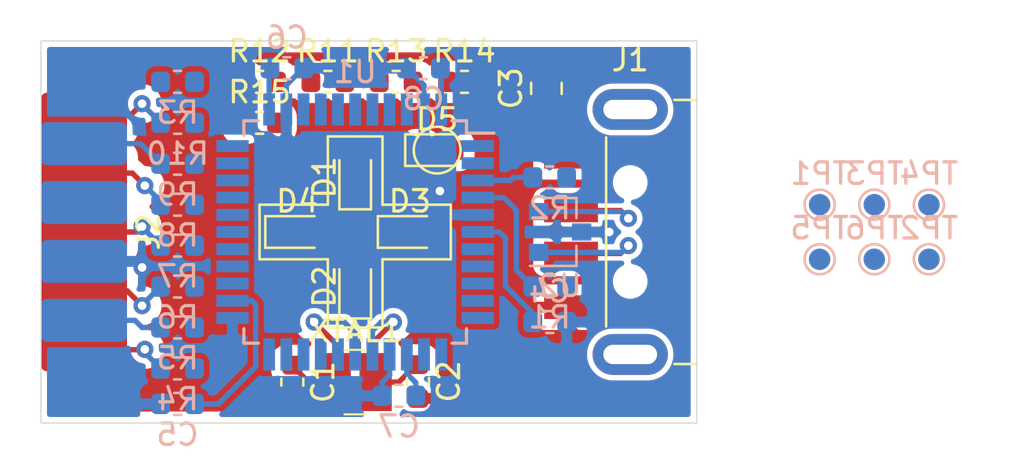
<source format=kicad_pcb>
(kicad_pcb (version 20171130) (host pcbnew 5.1.5-52549c5~84~ubuntu19.04.1)

  (general
    (thickness 1.6)
    (drawings 17)
    (tracks 106)
    (zones 0)
    (modules 39)
    (nets 65)
  )

  (page A4)
  (layers
    (0 F.Cu signal)
    (31 B.Cu signal)
    (32 B.Adhes user)
    (33 F.Adhes user)
    (34 B.Paste user)
    (35 F.Paste user)
    (36 B.SilkS user)
    (37 F.SilkS user)
    (38 B.Mask user)
    (39 F.Mask user)
    (40 Dwgs.User user)
    (41 Cmts.User user)
    (42 Eco1.User user)
    (43 Eco2.User user)
    (44 Edge.Cuts user)
    (45 Margin user)
    (46 B.CrtYd user)
    (47 F.CrtYd user)
    (48 B.Fab user)
    (49 F.Fab user)
  )

  (setup
    (last_trace_width 0.25)
    (trace_clearance 0.2)
    (zone_clearance 0.254)
    (zone_45_only no)
    (trace_min 0.2)
    (via_size 0.8)
    (via_drill 0.4)
    (via_min_size 0.4)
    (via_min_drill 0.3)
    (uvia_size 0.3)
    (uvia_drill 0.1)
    (uvias_allowed no)
    (uvia_min_size 0.2)
    (uvia_min_drill 0.1)
    (edge_width 0.05)
    (segment_width 0.2)
    (pcb_text_width 0.3)
    (pcb_text_size 1.5 1.5)
    (mod_edge_width 0.12)
    (mod_text_size 1 1)
    (mod_text_width 0.15)
    (pad_size 1.524 1.524)
    (pad_drill 0.762)
    (pad_to_mask_clearance 0.051)
    (solder_mask_min_width 0.25)
    (aux_axis_origin 0 0)
    (visible_elements FFF9FF7F)
    (pcbplotparams
      (layerselection 0x010fc_ffffffff)
      (usegerberextensions false)
      (usegerberattributes false)
      (usegerberadvancedattributes false)
      (creategerberjobfile false)
      (excludeedgelayer true)
      (linewidth 0.100000)
      (plotframeref false)
      (viasonmask false)
      (mode 1)
      (useauxorigin false)
      (hpglpennumber 1)
      (hpglpenspeed 20)
      (hpglpendiameter 15.000000)
      (psnegative false)
      (psa4output false)
      (plotreference true)
      (plotvalue true)
      (plotinvisibletext false)
      (padsonsilk false)
      (subtractmaskfromsilk false)
      (outputformat 1)
      (mirror false)
      (drillshape 1)
      (scaleselection 1)
      (outputdirectory ""))
  )

  (net 0 "")
  (net 1 "Net-(J1-Pad5)")
  (net 2 "Net-(J1-Pad3)")
  (net 3 "Net-(J1-Pad2)")
  (net 4 "Net-(U1-Pad42)")
  (net 5 "Net-(U1-Pad36)")
  (net 6 "Net-(U1-Pad33)")
  (net 7 "Net-(U1-Pad32)")
  (net 8 "Net-(U1-Pad31)")
  (net 9 "Net-(U1-Pad30)")
  (net 10 "Net-(U1-Pad29)")
  (net 11 "Net-(U1-Pad28)")
  (net 12 "Net-(U1-Pad27)")
  (net 13 "Net-(U1-Pad26)")
  (net 14 "Net-(U1-Pad25)")
  (net 15 "Net-(U1-Pad22)")
  (net 16 "Net-(U1-Pad21)")
  (net 17 "Net-(U1-Pad20)")
  (net 18 "Net-(U1-Pad19)")
  (net 19 "Net-(U1-Pad18)")
  (net 20 "Net-(U1-Pad12)")
  (net 21 "Net-(U1-Pad11)")
  (net 22 "Net-(U1-Pad10)")
  (net 23 "Net-(U1-Pad9)")
  (net 24 "Net-(U1-Pad8)")
  (net 25 "Net-(U1-Pad1)")
  (net 26 GND)
  (net 27 "Net-(C1-Pad1)")
  (net 28 "Net-(C2-Pad1)")
  (net 29 VBUS)
  (net 30 "Net-(R1-Pad1)")
  (net 31 "Net-(R2-Pad1)")
  (net 32 "Net-(R3-Pad2)")
  (net 33 +5V)
  (net 34 /PotAX)
  (net 35 /ButtonA)
  (net 36 /PotAY)
  (net 37 /JoyA3-Right)
  (net 38 /JoyA0-Up)
  (net 39 /JoyA1-Down)
  (net 40 /JoyA2-Left)
  (net 41 "Net-(R4-Pad2)")
  (net 42 "Net-(R5-Pad2)")
  (net 43 "Net-(R6-Pad2)")
  (net 44 "Net-(R7-Pad2)")
  (net 45 "Net-(R8-Pad2)")
  (net 46 "Net-(R9-Pad2)")
  (net 47 "Net-(R10-Pad2)")
  (net 48 "Net-(D1-Pad2)")
  (net 49 "Net-(D2-Pad2)")
  (net 50 "Net-(D3-Pad2)")
  (net 51 "Net-(D4-Pad2)")
  (net 52 "Net-(D5-Pad2)")
  (net 53 "Net-(D1-Pad1)")
  (net 54 "Net-(D2-Pad1)")
  (net 55 "Net-(D3-Pad1)")
  (net 56 "Net-(D4-Pad1)")
  (net 57 "Net-(D5-Pad1)")
  (net 58 "Net-(TP1-Pad1)")
  (net 59 "Net-(TP2-Pad1)")
  (net 60 "Net-(TP3-Pad1)")
  (net 61 "Net-(TP4-Pad1)")
  (net 62 "Net-(TP5-Pad1)")
  (net 63 "Net-(TP6-Pad1)")
  (net 64 "Net-(C4-Pad2)")

  (net_class Default "This is the default net class."
    (clearance 0.2)
    (trace_width 0.25)
    (via_dia 0.8)
    (via_drill 0.4)
    (uvia_dia 0.3)
    (uvia_drill 0.1)
    (add_net +5V)
    (add_net /ButtonA)
    (add_net /JoyA0-Up)
    (add_net /JoyA1-Down)
    (add_net /JoyA2-Left)
    (add_net /JoyA3-Right)
    (add_net /PotAX)
    (add_net /PotAY)
    (add_net GND)
    (add_net "Net-(C1-Pad1)")
    (add_net "Net-(C2-Pad1)")
    (add_net "Net-(C4-Pad2)")
    (add_net "Net-(D1-Pad1)")
    (add_net "Net-(D1-Pad2)")
    (add_net "Net-(D2-Pad1)")
    (add_net "Net-(D2-Pad2)")
    (add_net "Net-(D3-Pad1)")
    (add_net "Net-(D3-Pad2)")
    (add_net "Net-(D4-Pad1)")
    (add_net "Net-(D4-Pad2)")
    (add_net "Net-(D5-Pad1)")
    (add_net "Net-(D5-Pad2)")
    (add_net "Net-(J1-Pad2)")
    (add_net "Net-(J1-Pad3)")
    (add_net "Net-(J1-Pad5)")
    (add_net "Net-(R1-Pad1)")
    (add_net "Net-(R10-Pad2)")
    (add_net "Net-(R2-Pad1)")
    (add_net "Net-(R3-Pad2)")
    (add_net "Net-(R4-Pad2)")
    (add_net "Net-(R5-Pad2)")
    (add_net "Net-(R6-Pad2)")
    (add_net "Net-(R7-Pad2)")
    (add_net "Net-(R8-Pad2)")
    (add_net "Net-(R9-Pad2)")
    (add_net "Net-(TP1-Pad1)")
    (add_net "Net-(TP2-Pad1)")
    (add_net "Net-(TP3-Pad1)")
    (add_net "Net-(TP4-Pad1)")
    (add_net "Net-(TP5-Pad1)")
    (add_net "Net-(TP6-Pad1)")
    (add_net "Net-(U1-Pad1)")
    (add_net "Net-(U1-Pad10)")
    (add_net "Net-(U1-Pad11)")
    (add_net "Net-(U1-Pad12)")
    (add_net "Net-(U1-Pad18)")
    (add_net "Net-(U1-Pad19)")
    (add_net "Net-(U1-Pad20)")
    (add_net "Net-(U1-Pad21)")
    (add_net "Net-(U1-Pad22)")
    (add_net "Net-(U1-Pad25)")
    (add_net "Net-(U1-Pad26)")
    (add_net "Net-(U1-Pad27)")
    (add_net "Net-(U1-Pad28)")
    (add_net "Net-(U1-Pad29)")
    (add_net "Net-(U1-Pad30)")
    (add_net "Net-(U1-Pad31)")
    (add_net "Net-(U1-Pad32)")
    (add_net "Net-(U1-Pad33)")
    (add_net "Net-(U1-Pad36)")
    (add_net "Net-(U1-Pad42)")
    (add_net "Net-(U1-Pad8)")
    (add_net "Net-(U1-Pad9)")
    (add_net VBUS)
  )

  (module Capacitor_SMD:C_0603_1608Metric (layer B.Cu) (tedit 5B301BBE) (tstamp 5EA739F9)
    (at 139.7 76.835)
    (descr "Capacitor SMD 0603 (1608 Metric), square (rectangular) end terminal, IPC_7351 nominal, (Body size source: http://www.tortai-tech.com/upload/download/2011102023233369053.pdf), generated with kicad-footprint-generator")
    (tags capacitor)
    (path /5EB7C1D0)
    (attr smd)
    (fp_text reference C8 (at 0 1.43 180) (layer B.SilkS)
      (effects (font (size 1 1) (thickness 0.15)) (justify mirror))
    )
    (fp_text value 0.1u (at 0 -1.43 180) (layer B.Fab)
      (effects (font (size 1 1) (thickness 0.15)) (justify mirror))
    )
    (fp_text user %R (at 0 0 180) (layer B.Fab)
      (effects (font (size 0.4 0.4) (thickness 0.06)) (justify mirror))
    )
    (fp_line (start 1.48 -0.73) (end -1.48 -0.73) (layer B.CrtYd) (width 0.05))
    (fp_line (start 1.48 0.73) (end 1.48 -0.73) (layer B.CrtYd) (width 0.05))
    (fp_line (start -1.48 0.73) (end 1.48 0.73) (layer B.CrtYd) (width 0.05))
    (fp_line (start -1.48 -0.73) (end -1.48 0.73) (layer B.CrtYd) (width 0.05))
    (fp_line (start -0.162779 -0.51) (end 0.162779 -0.51) (layer B.SilkS) (width 0.12))
    (fp_line (start -0.162779 0.51) (end 0.162779 0.51) (layer B.SilkS) (width 0.12))
    (fp_line (start 0.8 -0.4) (end -0.8 -0.4) (layer B.Fab) (width 0.1))
    (fp_line (start 0.8 0.4) (end 0.8 -0.4) (layer B.Fab) (width 0.1))
    (fp_line (start -0.8 0.4) (end 0.8 0.4) (layer B.Fab) (width 0.1))
    (fp_line (start -0.8 -0.4) (end -0.8 0.4) (layer B.Fab) (width 0.1))
    (pad 2 smd roundrect (at 0.7875 0) (size 0.875 0.95) (layers B.Cu B.Paste B.Mask) (roundrect_rratio 0.25)
      (net 29 VBUS))
    (pad 1 smd roundrect (at -0.7875 0) (size 0.875 0.95) (layers B.Cu B.Paste B.Mask) (roundrect_rratio 0.25)
      (net 26 GND))
    (model ${KISYS3DMOD}/Capacitor_SMD.3dshapes/C_0603_1608Metric.wrl
      (at (xyz 0 0 0))
      (scale (xyz 1 1 1))
      (rotate (xyz 0 0 0))
    )
  )

  (module Capacitor_SMD:C_0603_1608Metric (layer B.Cu) (tedit 5B301BBE) (tstamp 5EA7325F)
    (at 138.557 92.075)
    (descr "Capacitor SMD 0603 (1608 Metric), square (rectangular) end terminal, IPC_7351 nominal, (Body size source: http://www.tortai-tech.com/upload/download/2011102023233369053.pdf), generated with kicad-footprint-generator")
    (tags capacitor)
    (path /5EB7BE5B)
    (attr smd)
    (fp_text reference C7 (at 0 1.43 180) (layer B.SilkS)
      (effects (font (size 1 1) (thickness 0.15)) (justify mirror))
    )
    (fp_text value 0.1u (at 0 -1.43 180) (layer B.Fab)
      (effects (font (size 1 1) (thickness 0.15)) (justify mirror))
    )
    (fp_text user %R (at 0 0 180) (layer B.Fab)
      (effects (font (size 0.4 0.4) (thickness 0.06)) (justify mirror))
    )
    (fp_line (start 1.48 -0.73) (end -1.48 -0.73) (layer B.CrtYd) (width 0.05))
    (fp_line (start 1.48 0.73) (end 1.48 -0.73) (layer B.CrtYd) (width 0.05))
    (fp_line (start -1.48 0.73) (end 1.48 0.73) (layer B.CrtYd) (width 0.05))
    (fp_line (start -1.48 -0.73) (end -1.48 0.73) (layer B.CrtYd) (width 0.05))
    (fp_line (start -0.162779 -0.51) (end 0.162779 -0.51) (layer B.SilkS) (width 0.12))
    (fp_line (start -0.162779 0.51) (end 0.162779 0.51) (layer B.SilkS) (width 0.12))
    (fp_line (start 0.8 -0.4) (end -0.8 -0.4) (layer B.Fab) (width 0.1))
    (fp_line (start 0.8 0.4) (end 0.8 -0.4) (layer B.Fab) (width 0.1))
    (fp_line (start -0.8 0.4) (end 0.8 0.4) (layer B.Fab) (width 0.1))
    (fp_line (start -0.8 -0.4) (end -0.8 0.4) (layer B.Fab) (width 0.1))
    (pad 2 smd roundrect (at 0.7875 0) (size 0.875 0.95) (layers B.Cu B.Paste B.Mask) (roundrect_rratio 0.25)
      (net 29 VBUS))
    (pad 1 smd roundrect (at -0.7875 0) (size 0.875 0.95) (layers B.Cu B.Paste B.Mask) (roundrect_rratio 0.25)
      (net 26 GND))
    (model ${KISYS3DMOD}/Capacitor_SMD.3dshapes/C_0603_1608Metric.wrl
      (at (xyz 0 0 0))
      (scale (xyz 1 1 1))
      (rotate (xyz 0 0 0))
    )
  )

  (module Capacitor_SMD:C_0603_1608Metric (layer B.Cu) (tedit 5B301BBE) (tstamp 5EA713EF)
    (at 133.35 76.835 180)
    (descr "Capacitor SMD 0603 (1608 Metric), square (rectangular) end terminal, IPC_7351 nominal, (Body size source: http://www.tortai-tech.com/upload/download/2011102023233369053.pdf), generated with kicad-footprint-generator")
    (tags capacitor)
    (path /5EB7BB3B)
    (attr smd)
    (fp_text reference C6 (at 0 1.43) (layer B.SilkS)
      (effects (font (size 1 1) (thickness 0.15)) (justify mirror))
    )
    (fp_text value 0.1u (at 0 -1.43) (layer B.Fab)
      (effects (font (size 1 1) (thickness 0.15)) (justify mirror))
    )
    (fp_text user %R (at 0 0) (layer B.Fab)
      (effects (font (size 0.4 0.4) (thickness 0.06)) (justify mirror))
    )
    (fp_line (start 1.48 -0.73) (end -1.48 -0.73) (layer B.CrtYd) (width 0.05))
    (fp_line (start 1.48 0.73) (end 1.48 -0.73) (layer B.CrtYd) (width 0.05))
    (fp_line (start -1.48 0.73) (end 1.48 0.73) (layer B.CrtYd) (width 0.05))
    (fp_line (start -1.48 -0.73) (end -1.48 0.73) (layer B.CrtYd) (width 0.05))
    (fp_line (start -0.162779 -0.51) (end 0.162779 -0.51) (layer B.SilkS) (width 0.12))
    (fp_line (start -0.162779 0.51) (end 0.162779 0.51) (layer B.SilkS) (width 0.12))
    (fp_line (start 0.8 -0.4) (end -0.8 -0.4) (layer B.Fab) (width 0.1))
    (fp_line (start 0.8 0.4) (end 0.8 -0.4) (layer B.Fab) (width 0.1))
    (fp_line (start -0.8 0.4) (end 0.8 0.4) (layer B.Fab) (width 0.1))
    (fp_line (start -0.8 -0.4) (end -0.8 0.4) (layer B.Fab) (width 0.1))
    (pad 2 smd roundrect (at 0.7875 0 180) (size 0.875 0.95) (layers B.Cu B.Paste B.Mask) (roundrect_rratio 0.25)
      (net 29 VBUS))
    (pad 1 smd roundrect (at -0.7875 0 180) (size 0.875 0.95) (layers B.Cu B.Paste B.Mask) (roundrect_rratio 0.25)
      (net 26 GND))
    (model ${KISYS3DMOD}/Capacitor_SMD.3dshapes/C_0603_1608Metric.wrl
      (at (xyz 0 0 0))
      (scale (xyz 1 1 1))
      (rotate (xyz 0 0 0))
    )
  )

  (module Capacitor_SMD:C_0603_1608Metric (layer B.Cu) (tedit 5B301BBE) (tstamp 5EA7360C)
    (at 128.27 92.456)
    (descr "Capacitor SMD 0603 (1608 Metric), square (rectangular) end terminal, IPC_7351 nominal, (Body size source: http://www.tortai-tech.com/upload/download/2011102023233369053.pdf), generated with kicad-footprint-generator")
    (tags capacitor)
    (path /5EB7A508)
    (attr smd)
    (fp_text reference C5 (at 0 1.43) (layer B.SilkS)
      (effects (font (size 1 1) (thickness 0.15)) (justify mirror))
    )
    (fp_text value 0.1u (at 0 -1.43) (layer B.Fab)
      (effects (font (size 1 1) (thickness 0.15)) (justify mirror))
    )
    (fp_text user %R (at 0.0255 -0.254) (layer B.Fab)
      (effects (font (size 0.4 0.4) (thickness 0.06)) (justify mirror))
    )
    (fp_line (start 1.48 -0.73) (end -1.48 -0.73) (layer B.CrtYd) (width 0.05))
    (fp_line (start 1.48 0.73) (end 1.48 -0.73) (layer B.CrtYd) (width 0.05))
    (fp_line (start -1.48 0.73) (end 1.48 0.73) (layer B.CrtYd) (width 0.05))
    (fp_line (start -1.48 -0.73) (end -1.48 0.73) (layer B.CrtYd) (width 0.05))
    (fp_line (start -0.162779 -0.51) (end 0.162779 -0.51) (layer B.SilkS) (width 0.12))
    (fp_line (start -0.162779 0.51) (end 0.162779 0.51) (layer B.SilkS) (width 0.12))
    (fp_line (start 0.8 -0.4) (end -0.8 -0.4) (layer B.Fab) (width 0.1))
    (fp_line (start 0.8 0.4) (end 0.8 -0.4) (layer B.Fab) (width 0.1))
    (fp_line (start -0.8 0.4) (end 0.8 0.4) (layer B.Fab) (width 0.1))
    (fp_line (start -0.8 -0.4) (end -0.8 0.4) (layer B.Fab) (width 0.1))
    (pad 2 smd roundrect (at 0.7875 0) (size 0.875 0.95) (layers B.Cu B.Paste B.Mask) (roundrect_rratio 0.25)
      (net 29 VBUS))
    (pad 1 smd roundrect (at -0.7875 0) (size 0.875 0.95) (layers B.Cu B.Paste B.Mask) (roundrect_rratio 0.25)
      (net 26 GND))
    (model ${KISYS3DMOD}/Capacitor_SMD.3dshapes/C_0603_1608Metric.wrl
      (at (xyz 0 0 0))
      (scale (xyz 1 1 1))
      (rotate (xyz 0 0 0))
    )
  )

  (module Capacitor_SMD:C_0603_1608Metric (layer B.Cu) (tedit 5B301BBE) (tstamp 5EA73DAE)
    (at 145.5675 88.646 180)
    (descr "Capacitor SMD 0603 (1608 Metric), square (rectangular) end terminal, IPC_7351 nominal, (Body size source: http://www.tortai-tech.com/upload/download/2011102023233369053.pdf), generated with kicad-footprint-generator")
    (tags capacitor)
    (path /5EB538CA)
    (attr smd)
    (fp_text reference C4 (at 0 1.43) (layer B.SilkS)
      (effects (font (size 1 1) (thickness 0.15)) (justify mirror))
    )
    (fp_text value 1u (at 0 -1.43) (layer B.Fab)
      (effects (font (size 1 1) (thickness 0.15)) (justify mirror))
    )
    (fp_text user %R (at 0 0) (layer B.Fab)
      (effects (font (size 0.4 0.4) (thickness 0.06)) (justify mirror))
    )
    (fp_line (start 1.48 -0.73) (end -1.48 -0.73) (layer B.CrtYd) (width 0.05))
    (fp_line (start 1.48 0.73) (end 1.48 -0.73) (layer B.CrtYd) (width 0.05))
    (fp_line (start -1.48 0.73) (end 1.48 0.73) (layer B.CrtYd) (width 0.05))
    (fp_line (start -1.48 -0.73) (end -1.48 0.73) (layer B.CrtYd) (width 0.05))
    (fp_line (start -0.162779 -0.51) (end 0.162779 -0.51) (layer B.SilkS) (width 0.12))
    (fp_line (start -0.162779 0.51) (end 0.162779 0.51) (layer B.SilkS) (width 0.12))
    (fp_line (start 0.8 -0.4) (end -0.8 -0.4) (layer B.Fab) (width 0.1))
    (fp_line (start 0.8 0.4) (end 0.8 -0.4) (layer B.Fab) (width 0.1))
    (fp_line (start -0.8 0.4) (end 0.8 0.4) (layer B.Fab) (width 0.1))
    (fp_line (start -0.8 -0.4) (end -0.8 0.4) (layer B.Fab) (width 0.1))
    (pad 2 smd roundrect (at 0.7875 0 180) (size 0.875 0.95) (layers B.Cu B.Paste B.Mask) (roundrect_rratio 0.25)
      (net 64 "Net-(C4-Pad2)"))
    (pad 1 smd roundrect (at -0.7875 0 180) (size 0.875 0.95) (layers B.Cu B.Paste B.Mask) (roundrect_rratio 0.25)
      (net 26 GND))
    (model ${KISYS3DMOD}/Capacitor_SMD.3dshapes/C_0603_1608Metric.wrl
      (at (xyz 0 0 0))
      (scale (xyz 1 1 1))
      (rotate (xyz 0 0 0))
    )
  )

  (module TestPoint:TestPoint_Pad_D1.0mm (layer B.Cu) (tedit 5A0F774F) (tstamp 5EA6C715)
    (at 160.655 85.725 180)
    (descr "SMD pad as test Point, diameter 1.0mm")
    (tags "test point SMD pad")
    (path /5EB321A6)
    (attr virtual)
    (fp_text reference TP6 (at 0 1.448 180) (layer B.SilkS)
      (effects (font (size 1 1) (thickness 0.15)) (justify mirror))
    )
    (fp_text value TestPoint (at 0 -1.55 180) (layer B.Fab)
      (effects (font (size 1 1) (thickness 0.15)) (justify mirror))
    )
    (fp_circle (center 0 0) (end 0 -0.7) (layer B.SilkS) (width 0.12))
    (fp_circle (center 0 0) (end 1 0) (layer B.CrtYd) (width 0.05))
    (fp_text user %R (at 0 1.45 180) (layer B.Fab)
      (effects (font (size 1 1) (thickness 0.15)) (justify mirror))
    )
    (pad 1 smd circle (at 0 0 180) (size 1 1) (layers B.Cu B.Mask)
      (net 63 "Net-(TP6-Pad1)"))
  )

  (module TestPoint:TestPoint_Pad_D1.0mm (layer B.Cu) (tedit 5A0F774F) (tstamp 5EA6C70D)
    (at 158.115 85.725 180)
    (descr "SMD pad as test Point, diameter 1.0mm")
    (tags "test point SMD pad")
    (path /5EB31DE3)
    (attr virtual)
    (fp_text reference TP5 (at 0 1.448 180) (layer B.SilkS)
      (effects (font (size 1 1) (thickness 0.15)) (justify mirror))
    )
    (fp_text value TestPoint (at 0 -1.55 180) (layer B.Fab)
      (effects (font (size 1 1) (thickness 0.15)) (justify mirror))
    )
    (fp_circle (center 0 0) (end 0 -0.7) (layer B.SilkS) (width 0.12))
    (fp_circle (center 0 0) (end 1 0) (layer B.CrtYd) (width 0.05))
    (fp_text user %R (at 0 1.45 180) (layer B.Fab)
      (effects (font (size 1 1) (thickness 0.15)) (justify mirror))
    )
    (pad 1 smd circle (at 0 0 180) (size 1 1) (layers B.Cu B.Mask)
      (net 62 "Net-(TP5-Pad1)"))
  )

  (module TestPoint:TestPoint_Pad_D1.0mm (layer B.Cu) (tedit 5A0F774F) (tstamp 5EA6C705)
    (at 163.195 83.185 180)
    (descr "SMD pad as test Point, diameter 1.0mm")
    (tags "test point SMD pad")
    (path /5EB31A33)
    (attr virtual)
    (fp_text reference TP4 (at 0 1.448 180) (layer B.SilkS)
      (effects (font (size 1 1) (thickness 0.15)) (justify mirror))
    )
    (fp_text value TestPoint (at 0 -1.55 180) (layer B.Fab)
      (effects (font (size 1 1) (thickness 0.15)) (justify mirror))
    )
    (fp_circle (center 0 0) (end 0 -0.7) (layer B.SilkS) (width 0.12))
    (fp_circle (center 0 0) (end 1 0) (layer B.CrtYd) (width 0.05))
    (fp_text user %R (at 0 1.45 180) (layer B.Fab)
      (effects (font (size 1 1) (thickness 0.15)) (justify mirror))
    )
    (pad 1 smd circle (at 0 0 180) (size 1 1) (layers B.Cu B.Mask)
      (net 61 "Net-(TP4-Pad1)"))
  )

  (module TestPoint:TestPoint_Pad_D1.0mm (layer B.Cu) (tedit 5A0F774F) (tstamp 5EA6C6FD)
    (at 160.655 83.185 180)
    (descr "SMD pad as test Point, diameter 1.0mm")
    (tags "test point SMD pad")
    (path /5EB3172F)
    (attr virtual)
    (fp_text reference TP3 (at 0 1.448 180) (layer B.SilkS)
      (effects (font (size 1 1) (thickness 0.15)) (justify mirror))
    )
    (fp_text value TestPoint (at 0 -1.55 180) (layer B.Fab)
      (effects (font (size 1 1) (thickness 0.15)) (justify mirror))
    )
    (fp_circle (center 0 0) (end 0 -0.7) (layer B.SilkS) (width 0.12))
    (fp_circle (center 0 0) (end 1 0) (layer B.CrtYd) (width 0.05))
    (fp_text user %R (at 0 1.45 180) (layer B.Fab)
      (effects (font (size 1 1) (thickness 0.15)) (justify mirror))
    )
    (pad 1 smd circle (at 0 0 180) (size 1 1) (layers B.Cu B.Mask)
      (net 60 "Net-(TP3-Pad1)"))
  )

  (module TestPoint:TestPoint_Pad_D1.0mm (layer B.Cu) (tedit 5A0F774F) (tstamp 5EA6C6F5)
    (at 163.195 85.725 180)
    (descr "SMD pad as test Point, diameter 1.0mm")
    (tags "test point SMD pad")
    (path /5EB312E7)
    (attr virtual)
    (fp_text reference TP2 (at 0 1.448 180) (layer B.SilkS)
      (effects (font (size 1 1) (thickness 0.15)) (justify mirror))
    )
    (fp_text value TestPoint (at 0 -1.55 180) (layer B.Fab)
      (effects (font (size 1 1) (thickness 0.15)) (justify mirror))
    )
    (fp_circle (center 0 0) (end 0 -0.7) (layer B.SilkS) (width 0.12))
    (fp_circle (center 0 0) (end 1 0) (layer B.CrtYd) (width 0.05))
    (fp_text user %R (at 0 1.45 180) (layer B.Fab)
      (effects (font (size 1 1) (thickness 0.15)) (justify mirror))
    )
    (pad 1 smd circle (at 0 0 180) (size 1 1) (layers B.Cu B.Mask)
      (net 59 "Net-(TP2-Pad1)"))
  )

  (module TestPoint:TestPoint_Pad_D1.0mm (layer B.Cu) (tedit 5A0F774F) (tstamp 5EA6C6ED)
    (at 158.115 83.185 180)
    (descr "SMD pad as test Point, diameter 1.0mm")
    (tags "test point SMD pad")
    (path /5EB3054D)
    (attr virtual)
    (fp_text reference TP1 (at 0 1.448 180) (layer B.SilkS)
      (effects (font (size 1 1) (thickness 0.15)) (justify mirror))
    )
    (fp_text value TestPoint (at 0 -1.55 180) (layer B.Fab)
      (effects (font (size 1 1) (thickness 0.15)) (justify mirror))
    )
    (fp_circle (center 0 0) (end 0 -0.7) (layer B.SilkS) (width 0.12))
    (fp_circle (center 0 0) (end 1 0) (layer B.CrtYd) (width 0.05))
    (fp_text user %R (at 0 1.45 180) (layer B.Fab)
      (effects (font (size 1 1) (thickness 0.15)) (justify mirror))
    )
    (pad 1 smd circle (at 0 0 180) (size 1 1) (layers B.Cu B.Mask)
      (net 58 "Net-(TP1-Pad1)"))
  )

  (module LED_SMD:LED_0603_1608Metric (layer F.Cu) (tedit 5B301BBE) (tstamp 5EA6B4A3)
    (at 140.335 80.645)
    (descr "LED SMD 0603 (1608 Metric), square (rectangular) end terminal, IPC_7351 nominal, (Body size source: http://www.tortai-tech.com/upload/download/2011102023233369053.pdf), generated with kicad-footprint-generator")
    (tags diode)
    (path /5EAF8909)
    (attr smd)
    (fp_text reference D5 (at 0 -1.43) (layer F.SilkS)
      (effects (font (size 1 1) (thickness 0.15)))
    )
    (fp_text value Button (at 0 1.43) (layer F.Fab)
      (effects (font (size 1 1) (thickness 0.15)))
    )
    (fp_text user %R (at 0 0) (layer F.Fab)
      (effects (font (size 0.4 0.4) (thickness 0.06)))
    )
    (fp_line (start 1.48 0.73) (end -1.48 0.73) (layer F.CrtYd) (width 0.05))
    (fp_line (start 1.48 -0.73) (end 1.48 0.73) (layer F.CrtYd) (width 0.05))
    (fp_line (start -1.48 -0.73) (end 1.48 -0.73) (layer F.CrtYd) (width 0.05))
    (fp_line (start -1.48 0.73) (end -1.48 -0.73) (layer F.CrtYd) (width 0.05))
    (fp_line (start -1.485 0.735) (end 0.8 0.735) (layer F.SilkS) (width 0.12))
    (fp_line (start -1.485 -0.735) (end -1.485 0.735) (layer F.SilkS) (width 0.12))
    (fp_line (start 0.8 -0.735) (end -1.485 -0.735) (layer F.SilkS) (width 0.12))
    (fp_line (start 0.8 0.4) (end 0.8 -0.4) (layer F.Fab) (width 0.1))
    (fp_line (start -0.8 0.4) (end 0.8 0.4) (layer F.Fab) (width 0.1))
    (fp_line (start -0.8 -0.1) (end -0.8 0.4) (layer F.Fab) (width 0.1))
    (fp_line (start -0.5 -0.4) (end -0.8 -0.1) (layer F.Fab) (width 0.1))
    (fp_line (start 0.8 -0.4) (end -0.5 -0.4) (layer F.Fab) (width 0.1))
    (pad 2 smd roundrect (at 0.7875 0) (size 0.875 0.95) (layers F.Cu F.Paste F.Mask) (roundrect_rratio 0.25)
      (net 52 "Net-(D5-Pad2)"))
    (pad 1 smd roundrect (at -0.7875 0) (size 0.875 0.95) (layers F.Cu F.Paste F.Mask) (roundrect_rratio 0.25)
      (net 57 "Net-(D5-Pad1)"))
    (model ${KISYS3DMOD}/LED_SMD.3dshapes/LED_0603_1608Metric.wrl
      (at (xyz 0 0 0))
      (scale (xyz 1 1 1))
      (rotate (xyz 0 0 0))
    )
  )

  (module LED_SMD:LED_0603_1608Metric (layer F.Cu) (tedit 5B301BBE) (tstamp 5EA69930)
    (at 133.8325 84.455)
    (descr "LED SMD 0603 (1608 Metric), square (rectangular) end terminal, IPC_7351 nominal, (Body size source: http://www.tortai-tech.com/upload/download/2011102023233369053.pdf), generated with kicad-footprint-generator")
    (tags diode)
    (path /5EAF84DA)
    (attr smd)
    (fp_text reference D4 (at 0 -1.43) (layer F.SilkS)
      (effects (font (size 1 1) (thickness 0.15)))
    )
    (fp_text value Down (at 0 1.43) (layer F.Fab)
      (effects (font (size 1 1) (thickness 0.15)))
    )
    (fp_text user %R (at 0 0) (layer F.Fab)
      (effects (font (size 0.4 0.4) (thickness 0.06)))
    )
    (fp_line (start 1.48 0.73) (end -1.48 0.73) (layer F.CrtYd) (width 0.05))
    (fp_line (start 1.48 -0.73) (end 1.48 0.73) (layer F.CrtYd) (width 0.05))
    (fp_line (start -1.48 -0.73) (end 1.48 -0.73) (layer F.CrtYd) (width 0.05))
    (fp_line (start -1.48 0.73) (end -1.48 -0.73) (layer F.CrtYd) (width 0.05))
    (fp_line (start -1.485 0.735) (end 0.8 0.735) (layer F.SilkS) (width 0.12))
    (fp_line (start -1.485 -0.735) (end -1.485 0.735) (layer F.SilkS) (width 0.12))
    (fp_line (start 0.8 -0.735) (end -1.485 -0.735) (layer F.SilkS) (width 0.12))
    (fp_line (start 0.8 0.4) (end 0.8 -0.4) (layer F.Fab) (width 0.1))
    (fp_line (start -0.8 0.4) (end 0.8 0.4) (layer F.Fab) (width 0.1))
    (fp_line (start -0.8 -0.1) (end -0.8 0.4) (layer F.Fab) (width 0.1))
    (fp_line (start -0.5 -0.4) (end -0.8 -0.1) (layer F.Fab) (width 0.1))
    (fp_line (start 0.8 -0.4) (end -0.5 -0.4) (layer F.Fab) (width 0.1))
    (pad 2 smd roundrect (at 0.7875 0) (size 0.875 0.95) (layers F.Cu F.Paste F.Mask) (roundrect_rratio 0.25)
      (net 51 "Net-(D4-Pad2)"))
    (pad 1 smd roundrect (at -0.7875 0) (size 0.875 0.95) (layers F.Cu F.Paste F.Mask) (roundrect_rratio 0.25)
      (net 56 "Net-(D4-Pad1)"))
    (model ${KISYS3DMOD}/LED_SMD.3dshapes/LED_0603_1608Metric.wrl
      (at (xyz 0 0 0))
      (scale (xyz 1 1 1))
      (rotate (xyz 0 0 0))
    )
  )

  (module LED_SMD:LED_0603_1608Metric (layer F.Cu) (tedit 5B301BBE) (tstamp 5EA6991D)
    (at 139.065 84.455)
    (descr "LED SMD 0603 (1608 Metric), square (rectangular) end terminal, IPC_7351 nominal, (Body size source: http://www.tortai-tech.com/upload/download/2011102023233369053.pdf), generated with kicad-footprint-generator")
    (tags diode)
    (path /5EAF801E)
    (attr smd)
    (fp_text reference D3 (at 0 -1.43) (layer F.SilkS)
      (effects (font (size 1 1) (thickness 0.15)))
    )
    (fp_text value Up (at 0 1.43) (layer F.Fab)
      (effects (font (size 1 1) (thickness 0.15)))
    )
    (fp_text user %R (at 0 0) (layer F.Fab)
      (effects (font (size 0.4 0.4) (thickness 0.06)))
    )
    (fp_line (start 1.48 0.73) (end -1.48 0.73) (layer F.CrtYd) (width 0.05))
    (fp_line (start 1.48 -0.73) (end 1.48 0.73) (layer F.CrtYd) (width 0.05))
    (fp_line (start -1.48 -0.73) (end 1.48 -0.73) (layer F.CrtYd) (width 0.05))
    (fp_line (start -1.48 0.73) (end -1.48 -0.73) (layer F.CrtYd) (width 0.05))
    (fp_line (start -1.485 0.735) (end 0.8 0.735) (layer F.SilkS) (width 0.12))
    (fp_line (start -1.485 -0.735) (end -1.485 0.735) (layer F.SilkS) (width 0.12))
    (fp_line (start 0.8 -0.735) (end -1.485 -0.735) (layer F.SilkS) (width 0.12))
    (fp_line (start 0.8 0.4) (end 0.8 -0.4) (layer F.Fab) (width 0.1))
    (fp_line (start -0.8 0.4) (end 0.8 0.4) (layer F.Fab) (width 0.1))
    (fp_line (start -0.8 -0.1) (end -0.8 0.4) (layer F.Fab) (width 0.1))
    (fp_line (start -0.5 -0.4) (end -0.8 -0.1) (layer F.Fab) (width 0.1))
    (fp_line (start 0.8 -0.4) (end -0.5 -0.4) (layer F.Fab) (width 0.1))
    (pad 2 smd roundrect (at 0.7875 0) (size 0.875 0.95) (layers F.Cu F.Paste F.Mask) (roundrect_rratio 0.25)
      (net 50 "Net-(D3-Pad2)"))
    (pad 1 smd roundrect (at -0.7875 0) (size 0.875 0.95) (layers F.Cu F.Paste F.Mask) (roundrect_rratio 0.25)
      (net 55 "Net-(D3-Pad1)"))
    (model ${KISYS3DMOD}/LED_SMD.3dshapes/LED_0603_1608Metric.wrl
      (at (xyz 0 0 0))
      (scale (xyz 1 1 1))
      (rotate (xyz 0 0 0))
    )
  )

  (module LED_SMD:LED_0603_1608Metric (layer F.Cu) (tedit 5B301BBE) (tstamp 5EA6990A)
    (at 136.525 86.995 90)
    (descr "LED SMD 0603 (1608 Metric), square (rectangular) end terminal, IPC_7351 nominal, (Body size source: http://www.tortai-tech.com/upload/download/2011102023233369053.pdf), generated with kicad-footprint-generator")
    (tags diode)
    (path /5EAF7075)
    (attr smd)
    (fp_text reference D2 (at 0 -1.43 90) (layer F.SilkS)
      (effects (font (size 1 1) (thickness 0.15)))
    )
    (fp_text value Right (at 0 1.43 90) (layer F.Fab)
      (effects (font (size 1 1) (thickness 0.15)))
    )
    (fp_text user %R (at 0 0 90) (layer F.Fab)
      (effects (font (size 0.4 0.4) (thickness 0.06)))
    )
    (fp_line (start 1.48 0.73) (end -1.48 0.73) (layer F.CrtYd) (width 0.05))
    (fp_line (start 1.48 -0.73) (end 1.48 0.73) (layer F.CrtYd) (width 0.05))
    (fp_line (start -1.48 -0.73) (end 1.48 -0.73) (layer F.CrtYd) (width 0.05))
    (fp_line (start -1.48 0.73) (end -1.48 -0.73) (layer F.CrtYd) (width 0.05))
    (fp_line (start -1.485 0.735) (end 0.8 0.735) (layer F.SilkS) (width 0.12))
    (fp_line (start -1.485 -0.735) (end -1.485 0.735) (layer F.SilkS) (width 0.12))
    (fp_line (start 0.8 -0.735) (end -1.485 -0.735) (layer F.SilkS) (width 0.12))
    (fp_line (start 0.8 0.4) (end 0.8 -0.4) (layer F.Fab) (width 0.1))
    (fp_line (start -0.8 0.4) (end 0.8 0.4) (layer F.Fab) (width 0.1))
    (fp_line (start -0.8 -0.1) (end -0.8 0.4) (layer F.Fab) (width 0.1))
    (fp_line (start -0.5 -0.4) (end -0.8 -0.1) (layer F.Fab) (width 0.1))
    (fp_line (start 0.8 -0.4) (end -0.5 -0.4) (layer F.Fab) (width 0.1))
    (pad 2 smd roundrect (at 0.7875 0 90) (size 0.875 0.95) (layers F.Cu F.Paste F.Mask) (roundrect_rratio 0.25)
      (net 49 "Net-(D2-Pad2)"))
    (pad 1 smd roundrect (at -0.7875 0 90) (size 0.875 0.95) (layers F.Cu F.Paste F.Mask) (roundrect_rratio 0.25)
      (net 54 "Net-(D2-Pad1)"))
    (model ${KISYS3DMOD}/LED_SMD.3dshapes/LED_0603_1608Metric.wrl
      (at (xyz 0 0 0))
      (scale (xyz 1 1 1))
      (rotate (xyz 0 0 0))
    )
  )

  (module LED_SMD:LED_0603_1608Metric (layer F.Cu) (tedit 5B301BBE) (tstamp 5EA698F7)
    (at 136.525 81.915 90)
    (descr "LED SMD 0603 (1608 Metric), square (rectangular) end terminal, IPC_7351 nominal, (Body size source: http://www.tortai-tech.com/upload/download/2011102023233369053.pdf), generated with kicad-footprint-generator")
    (tags diode)
    (path /5EAF3B31)
    (attr smd)
    (fp_text reference D1 (at 0 -1.43 90) (layer F.SilkS)
      (effects (font (size 1 1) (thickness 0.15)))
    )
    (fp_text value Left (at 0 1.43 90) (layer F.Fab)
      (effects (font (size 1 1) (thickness 0.15)))
    )
    (fp_text user %R (at 0 0 90) (layer F.Fab)
      (effects (font (size 0.4 0.4) (thickness 0.06)))
    )
    (fp_line (start 1.48 0.73) (end -1.48 0.73) (layer F.CrtYd) (width 0.05))
    (fp_line (start 1.48 -0.73) (end 1.48 0.73) (layer F.CrtYd) (width 0.05))
    (fp_line (start -1.48 -0.73) (end 1.48 -0.73) (layer F.CrtYd) (width 0.05))
    (fp_line (start -1.48 0.73) (end -1.48 -0.73) (layer F.CrtYd) (width 0.05))
    (fp_line (start -1.485 0.735) (end 0.8 0.735) (layer F.SilkS) (width 0.12))
    (fp_line (start -1.485 -0.735) (end -1.485 0.735) (layer F.SilkS) (width 0.12))
    (fp_line (start 0.8 -0.735) (end -1.485 -0.735) (layer F.SilkS) (width 0.12))
    (fp_line (start 0.8 0.4) (end 0.8 -0.4) (layer F.Fab) (width 0.1))
    (fp_line (start -0.8 0.4) (end 0.8 0.4) (layer F.Fab) (width 0.1))
    (fp_line (start -0.8 -0.1) (end -0.8 0.4) (layer F.Fab) (width 0.1))
    (fp_line (start -0.5 -0.4) (end -0.8 -0.1) (layer F.Fab) (width 0.1))
    (fp_line (start 0.8 -0.4) (end -0.5 -0.4) (layer F.Fab) (width 0.1))
    (pad 2 smd roundrect (at 0.7875 0 90) (size 0.875 0.95) (layers F.Cu F.Paste F.Mask) (roundrect_rratio 0.25)
      (net 48 "Net-(D1-Pad2)"))
    (pad 1 smd roundrect (at -0.7875 0 90) (size 0.875 0.95) (layers F.Cu F.Paste F.Mask) (roundrect_rratio 0.25)
      (net 53 "Net-(D1-Pad1)"))
    (model ${KISYS3DMOD}/LED_SMD.3dshapes/LED_0603_1608Metric.wrl
      (at (xyz 0 0 0))
      (scale (xyz 1 1 1))
      (rotate (xyz 0 0 0))
    )
  )

  (module Resistor_SMD:R_0603_1608Metric (layer F.Cu) (tedit 5B301BBD) (tstamp 5EA685AA)
    (at 132.08 79.375)
    (descr "Resistor SMD 0603 (1608 Metric), square (rectangular) end terminal, IPC_7351 nominal, (Body size source: http://www.tortai-tech.com/upload/download/2011102023233369053.pdf), generated with kicad-footprint-generator")
    (tags resistor)
    (path /5EB00849)
    (attr smd)
    (fp_text reference R15 (at 0 -1.43) (layer F.SilkS)
      (effects (font (size 1 1) (thickness 0.15)))
    )
    (fp_text value 200? (at 0 1.43) (layer F.Fab)
      (effects (font (size 1 1) (thickness 0.15)))
    )
    (fp_text user %R (at 0 0) (layer F.Fab)
      (effects (font (size 0.4 0.4) (thickness 0.06)))
    )
    (fp_line (start 1.48 0.73) (end -1.48 0.73) (layer F.CrtYd) (width 0.05))
    (fp_line (start 1.48 -0.73) (end 1.48 0.73) (layer F.CrtYd) (width 0.05))
    (fp_line (start -1.48 -0.73) (end 1.48 -0.73) (layer F.CrtYd) (width 0.05))
    (fp_line (start -1.48 0.73) (end -1.48 -0.73) (layer F.CrtYd) (width 0.05))
    (fp_line (start -0.162779 0.51) (end 0.162779 0.51) (layer F.SilkS) (width 0.12))
    (fp_line (start -0.162779 -0.51) (end 0.162779 -0.51) (layer F.SilkS) (width 0.12))
    (fp_line (start 0.8 0.4) (end -0.8 0.4) (layer F.Fab) (width 0.1))
    (fp_line (start 0.8 -0.4) (end 0.8 0.4) (layer F.Fab) (width 0.1))
    (fp_line (start -0.8 -0.4) (end 0.8 -0.4) (layer F.Fab) (width 0.1))
    (fp_line (start -0.8 0.4) (end -0.8 -0.4) (layer F.Fab) (width 0.1))
    (pad 2 smd roundrect (at 0.7875 0) (size 0.875 0.95) (layers F.Cu F.Paste F.Mask) (roundrect_rratio 0.25)
      (net 52 "Net-(D5-Pad2)"))
    (pad 1 smd roundrect (at -0.7875 0) (size 0.875 0.95) (layers F.Cu F.Paste F.Mask) (roundrect_rratio 0.25)
      (net 33 +5V))
    (model ${KISYS3DMOD}/Resistor_SMD.3dshapes/R_0603_1608Metric.wrl
      (at (xyz 0 0 0))
      (scale (xyz 1 1 1))
      (rotate (xyz 0 0 0))
    )
  )

  (module Resistor_SMD:R_0603_1608Metric (layer F.Cu) (tedit 5B301BBD) (tstamp 5EA68599)
    (at 141.605 77.47)
    (descr "Resistor SMD 0603 (1608 Metric), square (rectangular) end terminal, IPC_7351 nominal, (Body size source: http://www.tortai-tech.com/upload/download/2011102023233369053.pdf), generated with kicad-footprint-generator")
    (tags resistor)
    (path /5EAFFC26)
    (attr smd)
    (fp_text reference R14 (at 0 -1.43) (layer F.SilkS)
      (effects (font (size 1 1) (thickness 0.15)))
    )
    (fp_text value 200? (at 0 1.43) (layer F.Fab)
      (effects (font (size 1 1) (thickness 0.15)))
    )
    (fp_text user %R (at 0 0) (layer F.Fab)
      (effects (font (size 0.4 0.4) (thickness 0.06)))
    )
    (fp_line (start 1.48 0.73) (end -1.48 0.73) (layer F.CrtYd) (width 0.05))
    (fp_line (start 1.48 -0.73) (end 1.48 0.73) (layer F.CrtYd) (width 0.05))
    (fp_line (start -1.48 -0.73) (end 1.48 -0.73) (layer F.CrtYd) (width 0.05))
    (fp_line (start -1.48 0.73) (end -1.48 -0.73) (layer F.CrtYd) (width 0.05))
    (fp_line (start -0.162779 0.51) (end 0.162779 0.51) (layer F.SilkS) (width 0.12))
    (fp_line (start -0.162779 -0.51) (end 0.162779 -0.51) (layer F.SilkS) (width 0.12))
    (fp_line (start 0.8 0.4) (end -0.8 0.4) (layer F.Fab) (width 0.1))
    (fp_line (start 0.8 -0.4) (end 0.8 0.4) (layer F.Fab) (width 0.1))
    (fp_line (start -0.8 -0.4) (end 0.8 -0.4) (layer F.Fab) (width 0.1))
    (fp_line (start -0.8 0.4) (end -0.8 -0.4) (layer F.Fab) (width 0.1))
    (pad 2 smd roundrect (at 0.7875 0) (size 0.875 0.95) (layers F.Cu F.Paste F.Mask) (roundrect_rratio 0.25)
      (net 51 "Net-(D4-Pad2)"))
    (pad 1 smd roundrect (at -0.7875 0) (size 0.875 0.95) (layers F.Cu F.Paste F.Mask) (roundrect_rratio 0.25)
      (net 33 +5V))
    (model ${KISYS3DMOD}/Resistor_SMD.3dshapes/R_0603_1608Metric.wrl
      (at (xyz 0 0 0))
      (scale (xyz 1 1 1))
      (rotate (xyz 0 0 0))
    )
  )

  (module Resistor_SMD:R_0603_1608Metric (layer F.Cu) (tedit 5B301BBD) (tstamp 5EA68588)
    (at 138.43 77.47)
    (descr "Resistor SMD 0603 (1608 Metric), square (rectangular) end terminal, IPC_7351 nominal, (Body size source: http://www.tortai-tech.com/upload/download/2011102023233369053.pdf), generated with kicad-footprint-generator")
    (tags resistor)
    (path /5EAFF80F)
    (attr smd)
    (fp_text reference R13 (at 0 -1.43) (layer F.SilkS)
      (effects (font (size 1 1) (thickness 0.15)))
    )
    (fp_text value 200? (at 0 1.43) (layer F.Fab)
      (effects (font (size 1 1) (thickness 0.15)))
    )
    (fp_text user %R (at 0 0) (layer F.Fab)
      (effects (font (size 0.4 0.4) (thickness 0.06)))
    )
    (fp_line (start 1.48 0.73) (end -1.48 0.73) (layer F.CrtYd) (width 0.05))
    (fp_line (start 1.48 -0.73) (end 1.48 0.73) (layer F.CrtYd) (width 0.05))
    (fp_line (start -1.48 -0.73) (end 1.48 -0.73) (layer F.CrtYd) (width 0.05))
    (fp_line (start -1.48 0.73) (end -1.48 -0.73) (layer F.CrtYd) (width 0.05))
    (fp_line (start -0.162779 0.51) (end 0.162779 0.51) (layer F.SilkS) (width 0.12))
    (fp_line (start -0.162779 -0.51) (end 0.162779 -0.51) (layer F.SilkS) (width 0.12))
    (fp_line (start 0.8 0.4) (end -0.8 0.4) (layer F.Fab) (width 0.1))
    (fp_line (start 0.8 -0.4) (end 0.8 0.4) (layer F.Fab) (width 0.1))
    (fp_line (start -0.8 -0.4) (end 0.8 -0.4) (layer F.Fab) (width 0.1))
    (fp_line (start -0.8 0.4) (end -0.8 -0.4) (layer F.Fab) (width 0.1))
    (pad 2 smd roundrect (at 0.7875 0) (size 0.875 0.95) (layers F.Cu F.Paste F.Mask) (roundrect_rratio 0.25)
      (net 50 "Net-(D3-Pad2)"))
    (pad 1 smd roundrect (at -0.7875 0) (size 0.875 0.95) (layers F.Cu F.Paste F.Mask) (roundrect_rratio 0.25)
      (net 33 +5V))
    (model ${KISYS3DMOD}/Resistor_SMD.3dshapes/R_0603_1608Metric.wrl
      (at (xyz 0 0 0))
      (scale (xyz 1 1 1))
      (rotate (xyz 0 0 0))
    )
  )

  (module Resistor_SMD:R_0603_1608Metric (layer F.Cu) (tedit 5B301BBD) (tstamp 5EA6B3B6)
    (at 132.08 77.47)
    (descr "Resistor SMD 0603 (1608 Metric), square (rectangular) end terminal, IPC_7351 nominal, (Body size source: http://www.tortai-tech.com/upload/download/2011102023233369053.pdf), generated with kicad-footprint-generator")
    (tags resistor)
    (path /5EAFF4A1)
    (attr smd)
    (fp_text reference R12 (at 0 -1.43) (layer F.SilkS)
      (effects (font (size 1 1) (thickness 0.15)))
    )
    (fp_text value 200? (at 0 1.43) (layer F.Fab)
      (effects (font (size 1 1) (thickness 0.15)))
    )
    (fp_text user %R (at 0 0) (layer F.Fab)
      (effects (font (size 0.4 0.4) (thickness 0.06)))
    )
    (fp_line (start 1.48 0.73) (end -1.48 0.73) (layer F.CrtYd) (width 0.05))
    (fp_line (start 1.48 -0.73) (end 1.48 0.73) (layer F.CrtYd) (width 0.05))
    (fp_line (start -1.48 -0.73) (end 1.48 -0.73) (layer F.CrtYd) (width 0.05))
    (fp_line (start -1.48 0.73) (end -1.48 -0.73) (layer F.CrtYd) (width 0.05))
    (fp_line (start -0.162779 0.51) (end 0.162779 0.51) (layer F.SilkS) (width 0.12))
    (fp_line (start -0.162779 -0.51) (end 0.162779 -0.51) (layer F.SilkS) (width 0.12))
    (fp_line (start 0.8 0.4) (end -0.8 0.4) (layer F.Fab) (width 0.1))
    (fp_line (start 0.8 -0.4) (end 0.8 0.4) (layer F.Fab) (width 0.1))
    (fp_line (start -0.8 -0.4) (end 0.8 -0.4) (layer F.Fab) (width 0.1))
    (fp_line (start -0.8 0.4) (end -0.8 -0.4) (layer F.Fab) (width 0.1))
    (pad 2 smd roundrect (at 0.7875 0) (size 0.875 0.95) (layers F.Cu F.Paste F.Mask) (roundrect_rratio 0.25)
      (net 49 "Net-(D2-Pad2)"))
    (pad 1 smd roundrect (at -0.7875 0) (size 0.875 0.95) (layers F.Cu F.Paste F.Mask) (roundrect_rratio 0.25)
      (net 33 +5V))
    (model ${KISYS3DMOD}/Resistor_SMD.3dshapes/R_0603_1608Metric.wrl
      (at (xyz 0 0 0))
      (scale (xyz 1 1 1))
      (rotate (xyz 0 0 0))
    )
  )

  (module Resistor_SMD:R_0603_1608Metric (layer F.Cu) (tedit 5B301BBD) (tstamp 5EA68566)
    (at 135.255 77.47)
    (descr "Resistor SMD 0603 (1608 Metric), square (rectangular) end terminal, IPC_7351 nominal, (Body size source: http://www.tortai-tech.com/upload/download/2011102023233369053.pdf), generated with kicad-footprint-generator")
    (tags resistor)
    (path /5EAFE065)
    (attr smd)
    (fp_text reference R11 (at 0 -1.43) (layer F.SilkS)
      (effects (font (size 1 1) (thickness 0.15)))
    )
    (fp_text value 200? (at 0 1.43) (layer F.Fab)
      (effects (font (size 1 1) (thickness 0.15)))
    )
    (fp_text user %R (at 0 0) (layer F.Fab)
      (effects (font (size 0.4 0.4) (thickness 0.06)))
    )
    (fp_line (start 1.48 0.73) (end -1.48 0.73) (layer F.CrtYd) (width 0.05))
    (fp_line (start 1.48 -0.73) (end 1.48 0.73) (layer F.CrtYd) (width 0.05))
    (fp_line (start -1.48 -0.73) (end 1.48 -0.73) (layer F.CrtYd) (width 0.05))
    (fp_line (start -1.48 0.73) (end -1.48 -0.73) (layer F.CrtYd) (width 0.05))
    (fp_line (start -0.162779 0.51) (end 0.162779 0.51) (layer F.SilkS) (width 0.12))
    (fp_line (start -0.162779 -0.51) (end 0.162779 -0.51) (layer F.SilkS) (width 0.12))
    (fp_line (start 0.8 0.4) (end -0.8 0.4) (layer F.Fab) (width 0.1))
    (fp_line (start 0.8 -0.4) (end 0.8 0.4) (layer F.Fab) (width 0.1))
    (fp_line (start -0.8 -0.4) (end 0.8 -0.4) (layer F.Fab) (width 0.1))
    (fp_line (start -0.8 0.4) (end -0.8 -0.4) (layer F.Fab) (width 0.1))
    (pad 2 smd roundrect (at 0.7875 0) (size 0.875 0.95) (layers F.Cu F.Paste F.Mask) (roundrect_rratio 0.25)
      (net 48 "Net-(D1-Pad2)"))
    (pad 1 smd roundrect (at -0.7875 0) (size 0.875 0.95) (layers F.Cu F.Paste F.Mask) (roundrect_rratio 0.25)
      (net 33 +5V))
    (model ${KISYS3DMOD}/Resistor_SMD.3dshapes/R_0603_1608Metric.wrl
      (at (xyz 0 0 0))
      (scale (xyz 1 1 1))
      (rotate (xyz 0 0 0))
    )
  )

  (module Resistor_SMD:R_0603_1608Metric (layer B.Cu) (tedit 5B301BBD) (tstamp 5EA67011)
    (at 128.27 79.375)
    (descr "Resistor SMD 0603 (1608 Metric), square (rectangular) end terminal, IPC_7351 nominal, (Body size source: http://www.tortai-tech.com/upload/download/2011102023233369053.pdf), generated with kicad-footprint-generator")
    (tags resistor)
    (path /5EACA649)
    (attr smd)
    (fp_text reference R10 (at 0 1.43) (layer B.SilkS)
      (effects (font (size 1 1) (thickness 0.15)) (justify mirror))
    )
    (fp_text value 1k (at 0 -1.43) (layer B.Fab)
      (effects (font (size 1 1) (thickness 0.15)) (justify mirror))
    )
    (fp_text user %R (at 0 0) (layer B.Fab)
      (effects (font (size 0.4 0.4) (thickness 0.06)) (justify mirror))
    )
    (fp_line (start 1.48 -0.73) (end -1.48 -0.73) (layer B.CrtYd) (width 0.05))
    (fp_line (start 1.48 0.73) (end 1.48 -0.73) (layer B.CrtYd) (width 0.05))
    (fp_line (start -1.48 0.73) (end 1.48 0.73) (layer B.CrtYd) (width 0.05))
    (fp_line (start -1.48 -0.73) (end -1.48 0.73) (layer B.CrtYd) (width 0.05))
    (fp_line (start -0.162779 -0.51) (end 0.162779 -0.51) (layer B.SilkS) (width 0.12))
    (fp_line (start -0.162779 0.51) (end 0.162779 0.51) (layer B.SilkS) (width 0.12))
    (fp_line (start 0.8 -0.4) (end -0.8 -0.4) (layer B.Fab) (width 0.1))
    (fp_line (start 0.8 0.4) (end 0.8 -0.4) (layer B.Fab) (width 0.1))
    (fp_line (start -0.8 0.4) (end 0.8 0.4) (layer B.Fab) (width 0.1))
    (fp_line (start -0.8 -0.4) (end -0.8 0.4) (layer B.Fab) (width 0.1))
    (pad 2 smd roundrect (at 0.7875 0) (size 0.875 0.95) (layers B.Cu B.Paste B.Mask) (roundrect_rratio 0.25)
      (net 47 "Net-(R10-Pad2)"))
    (pad 1 smd roundrect (at -0.7875 0) (size 0.875 0.95) (layers B.Cu B.Paste B.Mask) (roundrect_rratio 0.25)
      (net 38 /JoyA0-Up))
    (model ${KISYS3DMOD}/Resistor_SMD.3dshapes/R_0603_1608Metric.wrl
      (at (xyz 0 0 0))
      (scale (xyz 1 1 1))
      (rotate (xyz 0 0 0))
    )
  )

  (module Resistor_SMD:R_0603_1608Metric (layer B.Cu) (tedit 5B301BBD) (tstamp 5EA67000)
    (at 128.27 81.28)
    (descr "Resistor SMD 0603 (1608 Metric), square (rectangular) end terminal, IPC_7351 nominal, (Body size source: http://www.tortai-tech.com/upload/download/2011102023233369053.pdf), generated with kicad-footprint-generator")
    (tags resistor)
    (path /5EADD135)
    (attr smd)
    (fp_text reference R9 (at 0 1.43) (layer B.SilkS)
      (effects (font (size 1 1) (thickness 0.15)) (justify mirror))
    )
    (fp_text value 1k (at 0 -1.43) (layer B.Fab)
      (effects (font (size 1 1) (thickness 0.15)) (justify mirror))
    )
    (fp_text user %R (at 0 0) (layer B.Fab)
      (effects (font (size 0.4 0.4) (thickness 0.06)) (justify mirror))
    )
    (fp_line (start 1.48 -0.73) (end -1.48 -0.73) (layer B.CrtYd) (width 0.05))
    (fp_line (start 1.48 0.73) (end 1.48 -0.73) (layer B.CrtYd) (width 0.05))
    (fp_line (start -1.48 0.73) (end 1.48 0.73) (layer B.CrtYd) (width 0.05))
    (fp_line (start -1.48 -0.73) (end -1.48 0.73) (layer B.CrtYd) (width 0.05))
    (fp_line (start -0.162779 -0.51) (end 0.162779 -0.51) (layer B.SilkS) (width 0.12))
    (fp_line (start -0.162779 0.51) (end 0.162779 0.51) (layer B.SilkS) (width 0.12))
    (fp_line (start 0.8 -0.4) (end -0.8 -0.4) (layer B.Fab) (width 0.1))
    (fp_line (start 0.8 0.4) (end 0.8 -0.4) (layer B.Fab) (width 0.1))
    (fp_line (start -0.8 0.4) (end 0.8 0.4) (layer B.Fab) (width 0.1))
    (fp_line (start -0.8 -0.4) (end -0.8 0.4) (layer B.Fab) (width 0.1))
    (pad 2 smd roundrect (at 0.7875 0) (size 0.875 0.95) (layers B.Cu B.Paste B.Mask) (roundrect_rratio 0.25)
      (net 46 "Net-(R9-Pad2)"))
    (pad 1 smd roundrect (at -0.7875 0) (size 0.875 0.95) (layers B.Cu B.Paste B.Mask) (roundrect_rratio 0.25)
      (net 35 /ButtonA))
    (model ${KISYS3DMOD}/Resistor_SMD.3dshapes/R_0603_1608Metric.wrl
      (at (xyz 0 0 0))
      (scale (xyz 1 1 1))
      (rotate (xyz 0 0 0))
    )
  )

  (module Resistor_SMD:R_0603_1608Metric (layer B.Cu) (tedit 5B301BBD) (tstamp 5EA66FEF)
    (at 128.27 83.185)
    (descr "Resistor SMD 0603 (1608 Metric), square (rectangular) end terminal, IPC_7351 nominal, (Body size source: http://www.tortai-tech.com/upload/download/2011102023233369053.pdf), generated with kicad-footprint-generator")
    (tags resistor)
    (path /5EACAFD8)
    (attr smd)
    (fp_text reference R8 (at 0 1.43) (layer B.SilkS)
      (effects (font (size 1 1) (thickness 0.15)) (justify mirror))
    )
    (fp_text value 1k (at 0 -1.43) (layer B.Fab)
      (effects (font (size 1 1) (thickness 0.15)) (justify mirror))
    )
    (fp_text user %R (at 0 0) (layer B.Fab)
      (effects (font (size 0.4 0.4) (thickness 0.06)) (justify mirror))
    )
    (fp_line (start 1.48 -0.73) (end -1.48 -0.73) (layer B.CrtYd) (width 0.05))
    (fp_line (start 1.48 0.73) (end 1.48 -0.73) (layer B.CrtYd) (width 0.05))
    (fp_line (start -1.48 0.73) (end 1.48 0.73) (layer B.CrtYd) (width 0.05))
    (fp_line (start -1.48 -0.73) (end -1.48 0.73) (layer B.CrtYd) (width 0.05))
    (fp_line (start -0.162779 -0.51) (end 0.162779 -0.51) (layer B.SilkS) (width 0.12))
    (fp_line (start -0.162779 0.51) (end 0.162779 0.51) (layer B.SilkS) (width 0.12))
    (fp_line (start 0.8 -0.4) (end -0.8 -0.4) (layer B.Fab) (width 0.1))
    (fp_line (start 0.8 0.4) (end 0.8 -0.4) (layer B.Fab) (width 0.1))
    (fp_line (start -0.8 0.4) (end 0.8 0.4) (layer B.Fab) (width 0.1))
    (fp_line (start -0.8 -0.4) (end -0.8 0.4) (layer B.Fab) (width 0.1))
    (pad 2 smd roundrect (at 0.7875 0) (size 0.875 0.95) (layers B.Cu B.Paste B.Mask) (roundrect_rratio 0.25)
      (net 45 "Net-(R8-Pad2)"))
    (pad 1 smd roundrect (at -0.7875 0) (size 0.875 0.95) (layers B.Cu B.Paste B.Mask) (roundrect_rratio 0.25)
      (net 39 /JoyA1-Down))
    (model ${KISYS3DMOD}/Resistor_SMD.3dshapes/R_0603_1608Metric.wrl
      (at (xyz 0 0 0))
      (scale (xyz 1 1 1))
      (rotate (xyz 0 0 0))
    )
  )

  (module Resistor_SMD:R_0603_1608Metric (layer B.Cu) (tedit 5B301BBD) (tstamp 5EA66FDE)
    (at 128.27 85.09)
    (descr "Resistor SMD 0603 (1608 Metric), square (rectangular) end terminal, IPC_7351 nominal, (Body size source: http://www.tortai-tech.com/upload/download/2011102023233369053.pdf), generated with kicad-footprint-generator")
    (tags resistor)
    (path /5EACD3AC)
    (attr smd)
    (fp_text reference R7 (at 0 1.43) (layer B.SilkS)
      (effects (font (size 1 1) (thickness 0.15)) (justify mirror))
    )
    (fp_text value 1k (at 0 -1.43) (layer B.Fab)
      (effects (font (size 1 1) (thickness 0.15)) (justify mirror))
    )
    (fp_text user %R (at 0 0) (layer B.Fab)
      (effects (font (size 0.4 0.4) (thickness 0.06)) (justify mirror))
    )
    (fp_line (start 1.48 -0.73) (end -1.48 -0.73) (layer B.CrtYd) (width 0.05))
    (fp_line (start 1.48 0.73) (end 1.48 -0.73) (layer B.CrtYd) (width 0.05))
    (fp_line (start -1.48 0.73) (end 1.48 0.73) (layer B.CrtYd) (width 0.05))
    (fp_line (start -1.48 -0.73) (end -1.48 0.73) (layer B.CrtYd) (width 0.05))
    (fp_line (start -0.162779 -0.51) (end 0.162779 -0.51) (layer B.SilkS) (width 0.12))
    (fp_line (start -0.162779 0.51) (end 0.162779 0.51) (layer B.SilkS) (width 0.12))
    (fp_line (start 0.8 -0.4) (end -0.8 -0.4) (layer B.Fab) (width 0.1))
    (fp_line (start 0.8 0.4) (end 0.8 -0.4) (layer B.Fab) (width 0.1))
    (fp_line (start -0.8 0.4) (end 0.8 0.4) (layer B.Fab) (width 0.1))
    (fp_line (start -0.8 -0.4) (end -0.8 0.4) (layer B.Fab) (width 0.1))
    (pad 2 smd roundrect (at 0.7875 0) (size 0.875 0.95) (layers B.Cu B.Paste B.Mask) (roundrect_rratio 0.25)
      (net 44 "Net-(R7-Pad2)"))
    (pad 1 smd roundrect (at -0.7875 0) (size 0.875 0.95) (layers B.Cu B.Paste B.Mask) (roundrect_rratio 0.25)
      (net 40 /JoyA2-Left))
    (model ${KISYS3DMOD}/Resistor_SMD.3dshapes/R_0603_1608Metric.wrl
      (at (xyz 0 0 0))
      (scale (xyz 1 1 1))
      (rotate (xyz 0 0 0))
    )
  )

  (module Resistor_SMD:R_0603_1608Metric (layer B.Cu) (tedit 5B301BBD) (tstamp 5EA66FCD)
    (at 128.27 86.995)
    (descr "Resistor SMD 0603 (1608 Metric), square (rectangular) end terminal, IPC_7351 nominal, (Body size source: http://www.tortai-tech.com/upload/download/2011102023233369053.pdf), generated with kicad-footprint-generator")
    (tags resistor)
    (path /5EACD950)
    (attr smd)
    (fp_text reference R6 (at 0 1.43) (layer B.SilkS)
      (effects (font (size 1 1) (thickness 0.15)) (justify mirror))
    )
    (fp_text value 1k (at 0 -1.43) (layer B.Fab)
      (effects (font (size 1 1) (thickness 0.15)) (justify mirror))
    )
    (fp_text user %R (at 0 0) (layer B.Fab)
      (effects (font (size 0.4 0.4) (thickness 0.06)) (justify mirror))
    )
    (fp_line (start 1.48 -0.73) (end -1.48 -0.73) (layer B.CrtYd) (width 0.05))
    (fp_line (start 1.48 0.73) (end 1.48 -0.73) (layer B.CrtYd) (width 0.05))
    (fp_line (start -1.48 0.73) (end 1.48 0.73) (layer B.CrtYd) (width 0.05))
    (fp_line (start -1.48 -0.73) (end -1.48 0.73) (layer B.CrtYd) (width 0.05))
    (fp_line (start -0.162779 -0.51) (end 0.162779 -0.51) (layer B.SilkS) (width 0.12))
    (fp_line (start -0.162779 0.51) (end 0.162779 0.51) (layer B.SilkS) (width 0.12))
    (fp_line (start 0.8 -0.4) (end -0.8 -0.4) (layer B.Fab) (width 0.1))
    (fp_line (start 0.8 0.4) (end 0.8 -0.4) (layer B.Fab) (width 0.1))
    (fp_line (start -0.8 0.4) (end 0.8 0.4) (layer B.Fab) (width 0.1))
    (fp_line (start -0.8 -0.4) (end -0.8 0.4) (layer B.Fab) (width 0.1))
    (pad 2 smd roundrect (at 0.7875 0) (size 0.875 0.95) (layers B.Cu B.Paste B.Mask) (roundrect_rratio 0.25)
      (net 43 "Net-(R6-Pad2)"))
    (pad 1 smd roundrect (at -0.7875 0) (size 0.875 0.95) (layers B.Cu B.Paste B.Mask) (roundrect_rratio 0.25)
      (net 37 /JoyA3-Right))
    (model ${KISYS3DMOD}/Resistor_SMD.3dshapes/R_0603_1608Metric.wrl
      (at (xyz 0 0 0))
      (scale (xyz 1 1 1))
      (rotate (xyz 0 0 0))
    )
  )

  (module Resistor_SMD:R_0603_1608Metric (layer B.Cu) (tedit 5B301BBD) (tstamp 5EA67AD7)
    (at 128.27 88.9)
    (descr "Resistor SMD 0603 (1608 Metric), square (rectangular) end terminal, IPC_7351 nominal, (Body size source: http://www.tortai-tech.com/upload/download/2011102023233369053.pdf), generated with kicad-footprint-generator")
    (tags resistor)
    (path /5EAEAEF7)
    (attr smd)
    (fp_text reference R5 (at 0 1.43) (layer B.SilkS)
      (effects (font (size 1 1) (thickness 0.15)) (justify mirror))
    )
    (fp_text value 1k (at 0 -1.43) (layer B.Fab)
      (effects (font (size 1 1) (thickness 0.15)) (justify mirror))
    )
    (fp_text user %R (at 0 0) (layer B.Fab)
      (effects (font (size 0.4 0.4) (thickness 0.06)) (justify mirror))
    )
    (fp_line (start 1.48 -0.73) (end -1.48 -0.73) (layer B.CrtYd) (width 0.05))
    (fp_line (start 1.48 0.73) (end 1.48 -0.73) (layer B.CrtYd) (width 0.05))
    (fp_line (start -1.48 0.73) (end 1.48 0.73) (layer B.CrtYd) (width 0.05))
    (fp_line (start -1.48 -0.73) (end -1.48 0.73) (layer B.CrtYd) (width 0.05))
    (fp_line (start -0.162779 -0.51) (end 0.162779 -0.51) (layer B.SilkS) (width 0.12))
    (fp_line (start -0.162779 0.51) (end 0.162779 0.51) (layer B.SilkS) (width 0.12))
    (fp_line (start 0.8 -0.4) (end -0.8 -0.4) (layer B.Fab) (width 0.1))
    (fp_line (start 0.8 0.4) (end 0.8 -0.4) (layer B.Fab) (width 0.1))
    (fp_line (start -0.8 0.4) (end 0.8 0.4) (layer B.Fab) (width 0.1))
    (fp_line (start -0.8 -0.4) (end -0.8 0.4) (layer B.Fab) (width 0.1))
    (pad 2 smd roundrect (at 0.7875 0) (size 0.875 0.95) (layers B.Cu B.Paste B.Mask) (roundrect_rratio 0.25)
      (net 42 "Net-(R5-Pad2)"))
    (pad 1 smd roundrect (at -0.7875 0) (size 0.875 0.95) (layers B.Cu B.Paste B.Mask) (roundrect_rratio 0.25)
      (net 34 /PotAX))
    (model ${KISYS3DMOD}/Resistor_SMD.3dshapes/R_0603_1608Metric.wrl
      (at (xyz 0 0 0))
      (scale (xyz 1 1 1))
      (rotate (xyz 0 0 0))
    )
  )

  (module Resistor_SMD:R_0603_1608Metric (layer B.Cu) (tedit 5B301BBD) (tstamp 5EA67A20)
    (at 128.27 90.805)
    (descr "Resistor SMD 0603 (1608 Metric), square (rectangular) end terminal, IPC_7351 nominal, (Body size source: http://www.tortai-tech.com/upload/download/2011102023233369053.pdf), generated with kicad-footprint-generator")
    (tags resistor)
    (path /5EACDEAE)
    (attr smd)
    (fp_text reference R4 (at 0 1.43) (layer B.SilkS)
      (effects (font (size 1 1) (thickness 0.15)) (justify mirror))
    )
    (fp_text value 1k (at 0 -1.43) (layer B.Fab)
      (effects (font (size 1 1) (thickness 0.15)) (justify mirror))
    )
    (fp_text user %R (at 0 0) (layer B.Fab)
      (effects (font (size 0.4 0.4) (thickness 0.06)) (justify mirror))
    )
    (fp_line (start 1.48 -0.73) (end -1.48 -0.73) (layer B.CrtYd) (width 0.05))
    (fp_line (start 1.48 0.73) (end 1.48 -0.73) (layer B.CrtYd) (width 0.05))
    (fp_line (start -1.48 0.73) (end 1.48 0.73) (layer B.CrtYd) (width 0.05))
    (fp_line (start -1.48 -0.73) (end -1.48 0.73) (layer B.CrtYd) (width 0.05))
    (fp_line (start -0.162779 -0.51) (end 0.162779 -0.51) (layer B.SilkS) (width 0.12))
    (fp_line (start -0.162779 0.51) (end 0.162779 0.51) (layer B.SilkS) (width 0.12))
    (fp_line (start 0.8 -0.4) (end -0.8 -0.4) (layer B.Fab) (width 0.1))
    (fp_line (start 0.8 0.4) (end 0.8 -0.4) (layer B.Fab) (width 0.1))
    (fp_line (start -0.8 0.4) (end 0.8 0.4) (layer B.Fab) (width 0.1))
    (fp_line (start -0.8 -0.4) (end -0.8 0.4) (layer B.Fab) (width 0.1))
    (pad 2 smd roundrect (at 0.7875 0) (size 0.875 0.95) (layers B.Cu B.Paste B.Mask) (roundrect_rratio 0.25)
      (net 41 "Net-(R4-Pad2)"))
    (pad 1 smd roundrect (at -0.7875 0) (size 0.875 0.95) (layers B.Cu B.Paste B.Mask) (roundrect_rratio 0.25)
      (net 36 /PotAY))
    (model ${KISYS3DMOD}/Resistor_SMD.3dshapes/R_0603_1608Metric.wrl
      (at (xyz 0 0 0))
      (scale (xyz 1 1 1))
      (rotate (xyz 0 0 0))
    )
  )

  (module digikey-footprints:SMD-2_3.2x2.5mm (layer F.Cu) (tedit 5D28A47C) (tstamp 5EA6ED85)
    (at 136.525 91.44)
    (descr http://www.ndk.com/images/products/catalog/c_NX3225GD-STD-CRA-3_e.pdf)
    (path /5EA6B7C6)
    (attr smd)
    (fp_text reference XTAL1 (at 0 -2.38) (layer F.SilkS)
      (effects (font (size 1 1) (thickness 0.15)))
    )
    (fp_text value NX3225GD-8MHZ-STD-CRA-3 (at 0 2.67) (layer F.Fab)
      (effects (font (size 1 1) (thickness 0.15)))
    )
    (fp_line (start -1.6 -1.35) (end 1.6 -1.35) (layer F.Fab) (width 0.1))
    (fp_line (start 1.6 -1.35) (end 1.6 1.35) (layer F.Fab) (width 0.1))
    (fp_line (start -1.6 1.35) (end 1.6 1.35) (layer F.Fab) (width 0.1))
    (fp_line (start -1.6 -1.35) (end -1.6 1.35) (layer F.Fab) (width 0.1))
    (fp_line (start 0 -1.5) (end -0.5 -1.5) (layer F.SilkS) (width 0.1))
    (fp_line (start 0 -1.5) (end 0.5 -1.5) (layer F.SilkS) (width 0.1))
    (fp_line (start 0 1.5) (end 0.5 1.5) (layer F.SilkS) (width 0.1))
    (fp_line (start -0.5 1.5) (end 0 1.5) (layer F.SilkS) (width 0.1))
    (fp_line (start 1.95 -1.6) (end -1.95 -1.6) (layer F.CrtYd) (width 0.05))
    (fp_line (start 1.95 -1.6) (end 1.95 1.6) (layer F.CrtYd) (width 0.05))
    (fp_line (start 1.95 1.6) (end -1.95 1.6) (layer F.CrtYd) (width 0.05))
    (fp_line (start -1.95 -1.6) (end -1.95 1.6) (layer F.CrtYd) (width 0.05))
    (pad 1 smd rect (at -0.95 0) (size 1.5 2.7) (layers F.Cu F.Paste F.Mask)
      (net 27 "Net-(C1-Pad1)"))
    (pad 2 smd rect (at 0.95 0) (size 1.5 2.7) (layers F.Cu F.Paste F.Mask)
      (net 28 "Net-(C2-Pad1)"))
  )

  (module Package_TO_SOT_SMD:SOT-23 (layer B.Cu) (tedit 5A02FF57) (tstamp 5EA6BB61)
    (at 146.05 84.455)
    (descr "SOT-23, Standard")
    (tags SOT-23)
    (path /5EA98F05)
    (attr smd)
    (fp_text reference U2 (at 0 2.5) (layer B.SilkS)
      (effects (font (size 1 1) (thickness 0.15)) (justify mirror))
    )
    (fp_text value TPD2EUSB30 (at 0 -2.5) (layer B.Fab)
      (effects (font (size 1 1) (thickness 0.15)) (justify mirror))
    )
    (fp_line (start 0.76 -1.58) (end -0.7 -1.58) (layer B.SilkS) (width 0.12))
    (fp_line (start 0.76 1.58) (end -1.4 1.58) (layer B.SilkS) (width 0.12))
    (fp_line (start -1.7 -1.75) (end -1.7 1.75) (layer B.CrtYd) (width 0.05))
    (fp_line (start 1.7 -1.75) (end -1.7 -1.75) (layer B.CrtYd) (width 0.05))
    (fp_line (start 1.7 1.75) (end 1.7 -1.75) (layer B.CrtYd) (width 0.05))
    (fp_line (start -1.7 1.75) (end 1.7 1.75) (layer B.CrtYd) (width 0.05))
    (fp_line (start 0.76 1.58) (end 0.76 0.65) (layer B.SilkS) (width 0.12))
    (fp_line (start 0.76 -1.58) (end 0.76 -0.65) (layer B.SilkS) (width 0.12))
    (fp_line (start -0.7 -1.52) (end 0.7 -1.52) (layer B.Fab) (width 0.1))
    (fp_line (start 0.7 1.52) (end 0.7 -1.52) (layer B.Fab) (width 0.1))
    (fp_line (start -0.7 0.95) (end -0.15 1.52) (layer B.Fab) (width 0.1))
    (fp_line (start -0.15 1.52) (end 0.7 1.52) (layer B.Fab) (width 0.1))
    (fp_line (start -0.7 0.95) (end -0.7 -1.5) (layer B.Fab) (width 0.1))
    (fp_text user %R (at 0 0 270) (layer B.Fab)
      (effects (font (size 0.5 0.5) (thickness 0.075)) (justify mirror))
    )
    (pad 3 smd rect (at 1 0) (size 0.9 0.8) (layers B.Cu B.Paste B.Mask)
      (net 26 GND))
    (pad 2 smd rect (at -1 -0.95) (size 0.9 0.8) (layers B.Cu B.Paste B.Mask)
      (net 3 "Net-(J1-Pad2)"))
    (pad 1 smd rect (at -1 0.95) (size 0.9 0.8) (layers B.Cu B.Paste B.Mask)
      (net 2 "Net-(J1-Pad3)"))
    (model ${KISYS3DMOD}/Package_TO_SOT_SMD.3dshapes/SOT-23.wrl
      (at (xyz 0 0 0))
      (scale (xyz 1 1 1))
      (rotate (xyz 0 0 0))
    )
  )

  (module Resistor_SMD:R_0603_1608Metric (layer B.Cu) (tedit 5B301BBD) (tstamp 5EA65C6D)
    (at 128.27 77.47)
    (descr "Resistor SMD 0603 (1608 Metric), square (rectangular) end terminal, IPC_7351 nominal, (Body size source: http://www.tortai-tech.com/upload/download/2011102023233369053.pdf), generated with kicad-footprint-generator")
    (tags resistor)
    (path /5EA7BDE5)
    (attr smd)
    (fp_text reference R3 (at 0 1.43) (layer B.SilkS)
      (effects (font (size 1 1) (thickness 0.15)) (justify mirror))
    )
    (fp_text value 1k (at 0 -1.43) (layer B.Fab)
      (effects (font (size 1 1) (thickness 0.15)) (justify mirror))
    )
    (fp_text user %R (at 0 0) (layer B.Fab)
      (effects (font (size 0.4 0.4) (thickness 0.06)) (justify mirror))
    )
    (fp_line (start 1.48 -0.73) (end -1.48 -0.73) (layer B.CrtYd) (width 0.05))
    (fp_line (start 1.48 0.73) (end 1.48 -0.73) (layer B.CrtYd) (width 0.05))
    (fp_line (start -1.48 0.73) (end 1.48 0.73) (layer B.CrtYd) (width 0.05))
    (fp_line (start -1.48 -0.73) (end -1.48 0.73) (layer B.CrtYd) (width 0.05))
    (fp_line (start -0.162779 -0.51) (end 0.162779 -0.51) (layer B.SilkS) (width 0.12))
    (fp_line (start -0.162779 0.51) (end 0.162779 0.51) (layer B.SilkS) (width 0.12))
    (fp_line (start 0.8 -0.4) (end -0.8 -0.4) (layer B.Fab) (width 0.1))
    (fp_line (start 0.8 0.4) (end 0.8 -0.4) (layer B.Fab) (width 0.1))
    (fp_line (start -0.8 0.4) (end 0.8 0.4) (layer B.Fab) (width 0.1))
    (fp_line (start -0.8 -0.4) (end -0.8 0.4) (layer B.Fab) (width 0.1))
    (pad 2 smd roundrect (at 0.7875 0) (size 0.875 0.95) (layers B.Cu B.Paste B.Mask) (roundrect_rratio 0.25)
      (net 32 "Net-(R3-Pad2)"))
    (pad 1 smd roundrect (at -0.7875 0) (size 0.875 0.95) (layers B.Cu B.Paste B.Mask) (roundrect_rratio 0.25)
      (net 33 +5V))
    (model ${KISYS3DMOD}/Resistor_SMD.3dshapes/R_0603_1608Metric.wrl
      (at (xyz 0 0 0))
      (scale (xyz 1 1 1))
      (rotate (xyz 0 0 0))
    )
  )

  (module Resistor_SMD:R_0603_1608Metric (layer B.Cu) (tedit 5B301BBD) (tstamp 5EA73FCD)
    (at 145.5675 81.915)
    (descr "Resistor SMD 0603 (1608 Metric), square (rectangular) end terminal, IPC_7351 nominal, (Body size source: http://www.tortai-tech.com/upload/download/2011102023233369053.pdf), generated with kicad-footprint-generator")
    (tags resistor)
    (path /5EA8473C)
    (attr smd)
    (fp_text reference R2 (at 0 1.43) (layer B.SilkS)
      (effects (font (size 1 1) (thickness 0.15)) (justify mirror))
    )
    (fp_text value 22 (at 0 -1.43) (layer B.Fab)
      (effects (font (size 1 1) (thickness 0.15)) (justify mirror))
    )
    (fp_text user %R (at 0 0) (layer B.Fab)
      (effects (font (size 0.4 0.4) (thickness 0.06)) (justify mirror))
    )
    (fp_line (start 1.48 -0.73) (end -1.48 -0.73) (layer B.CrtYd) (width 0.05))
    (fp_line (start 1.48 0.73) (end 1.48 -0.73) (layer B.CrtYd) (width 0.05))
    (fp_line (start -1.48 0.73) (end 1.48 0.73) (layer B.CrtYd) (width 0.05))
    (fp_line (start -1.48 -0.73) (end -1.48 0.73) (layer B.CrtYd) (width 0.05))
    (fp_line (start -0.162779 -0.51) (end 0.162779 -0.51) (layer B.SilkS) (width 0.12))
    (fp_line (start -0.162779 0.51) (end 0.162779 0.51) (layer B.SilkS) (width 0.12))
    (fp_line (start 0.8 -0.4) (end -0.8 -0.4) (layer B.Fab) (width 0.1))
    (fp_line (start 0.8 0.4) (end 0.8 -0.4) (layer B.Fab) (width 0.1))
    (fp_line (start -0.8 0.4) (end 0.8 0.4) (layer B.Fab) (width 0.1))
    (fp_line (start -0.8 -0.4) (end -0.8 0.4) (layer B.Fab) (width 0.1))
    (pad 2 smd roundrect (at 0.7875 0) (size 0.875 0.95) (layers B.Cu B.Paste B.Mask) (roundrect_rratio 0.25)
      (net 3 "Net-(J1-Pad2)"))
    (pad 1 smd roundrect (at -0.7875 0) (size 0.875 0.95) (layers B.Cu B.Paste B.Mask) (roundrect_rratio 0.25)
      (net 31 "Net-(R2-Pad1)"))
    (model ${KISYS3DMOD}/Resistor_SMD.3dshapes/R_0603_1608Metric.wrl
      (at (xyz 0 0 0))
      (scale (xyz 1 1 1))
      (rotate (xyz 0 0 0))
    )
  )

  (module Resistor_SMD:R_0603_1608Metric (layer B.Cu) (tedit 5B301BBD) (tstamp 5EA73DFF)
    (at 145.5675 86.995)
    (descr "Resistor SMD 0603 (1608 Metric), square (rectangular) end terminal, IPC_7351 nominal, (Body size source: http://www.tortai-tech.com/upload/download/2011102023233369053.pdf), generated with kicad-footprint-generator")
    (tags resistor)
    (path /5EA83E74)
    (attr smd)
    (fp_text reference R1 (at 0 1.43) (layer B.SilkS)
      (effects (font (size 1 1) (thickness 0.15)) (justify mirror))
    )
    (fp_text value 22 (at 0 -1.43) (layer B.Fab)
      (effects (font (size 1 1) (thickness 0.15)) (justify mirror))
    )
    (fp_text user %R (at 0 0) (layer B.Fab)
      (effects (font (size 0.4 0.4) (thickness 0.06)) (justify mirror))
    )
    (fp_line (start 1.48 -0.73) (end -1.48 -0.73) (layer B.CrtYd) (width 0.05))
    (fp_line (start 1.48 0.73) (end 1.48 -0.73) (layer B.CrtYd) (width 0.05))
    (fp_line (start -1.48 0.73) (end 1.48 0.73) (layer B.CrtYd) (width 0.05))
    (fp_line (start -1.48 -0.73) (end -1.48 0.73) (layer B.CrtYd) (width 0.05))
    (fp_line (start -0.162779 -0.51) (end 0.162779 -0.51) (layer B.SilkS) (width 0.12))
    (fp_line (start -0.162779 0.51) (end 0.162779 0.51) (layer B.SilkS) (width 0.12))
    (fp_line (start 0.8 -0.4) (end -0.8 -0.4) (layer B.Fab) (width 0.1))
    (fp_line (start 0.8 0.4) (end 0.8 -0.4) (layer B.Fab) (width 0.1))
    (fp_line (start -0.8 0.4) (end 0.8 0.4) (layer B.Fab) (width 0.1))
    (fp_line (start -0.8 -0.4) (end -0.8 0.4) (layer B.Fab) (width 0.1))
    (pad 2 smd roundrect (at 0.7875 0) (size 0.875 0.95) (layers B.Cu B.Paste B.Mask) (roundrect_rratio 0.25)
      (net 2 "Net-(J1-Pad3)"))
    (pad 1 smd roundrect (at -0.7875 0) (size 0.875 0.95) (layers B.Cu B.Paste B.Mask) (roundrect_rratio 0.25)
      (net 30 "Net-(R1-Pad1)"))
    (model ${KISYS3DMOD}/Resistor_SMD.3dshapes/R_0603_1608Metric.wrl
      (at (xyz 0 0 0))
      (scale (xyz 1 1 1))
      (rotate (xyz 0 0 0))
    )
  )

  (module Capacitor_SMD:C_0805_2012Metric (layer F.Cu) (tedit 5B36C52B) (tstamp 5EA668CE)
    (at 145.415 77.7725 90)
    (descr "Capacitor SMD 0805 (2012 Metric), square (rectangular) end terminal, IPC_7351 nominal, (Body size source: https://docs.google.com/spreadsheets/d/1BsfQQcO9C6DZCsRaXUlFlo91Tg2WpOkGARC1WS5S8t0/edit?usp=sharing), generated with kicad-footprint-generator")
    (tags capacitor)
    (path /5EABC103)
    (attr smd)
    (fp_text reference C3 (at 0 -1.65 90) (layer F.SilkS)
      (effects (font (size 1 1) (thickness 0.15)))
    )
    (fp_text value 10u? (at 0 1.65 90) (layer F.Fab)
      (effects (font (size 1 1) (thickness 0.15)))
    )
    (fp_text user %R (at 0 0 90) (layer F.Fab)
      (effects (font (size 0.5 0.5) (thickness 0.08)))
    )
    (fp_line (start 1.68 0.95) (end -1.68 0.95) (layer F.CrtYd) (width 0.05))
    (fp_line (start 1.68 -0.95) (end 1.68 0.95) (layer F.CrtYd) (width 0.05))
    (fp_line (start -1.68 -0.95) (end 1.68 -0.95) (layer F.CrtYd) (width 0.05))
    (fp_line (start -1.68 0.95) (end -1.68 -0.95) (layer F.CrtYd) (width 0.05))
    (fp_line (start -0.258578 0.71) (end 0.258578 0.71) (layer F.SilkS) (width 0.12))
    (fp_line (start -0.258578 -0.71) (end 0.258578 -0.71) (layer F.SilkS) (width 0.12))
    (fp_line (start 1 0.6) (end -1 0.6) (layer F.Fab) (width 0.1))
    (fp_line (start 1 -0.6) (end 1 0.6) (layer F.Fab) (width 0.1))
    (fp_line (start -1 -0.6) (end 1 -0.6) (layer F.Fab) (width 0.1))
    (fp_line (start -1 0.6) (end -1 -0.6) (layer F.Fab) (width 0.1))
    (pad 2 smd roundrect (at 0.9375 0 90) (size 0.975 1.4) (layers F.Cu F.Paste F.Mask) (roundrect_rratio 0.25)
      (net 29 VBUS))
    (pad 1 smd roundrect (at -0.9375 0 90) (size 0.975 1.4) (layers F.Cu F.Paste F.Mask) (roundrect_rratio 0.25)
      (net 26 GND))
    (model ${KISYS3DMOD}/Capacitor_SMD.3dshapes/C_0805_2012Metric.wrl
      (at (xyz 0 0 0))
      (scale (xyz 1 1 1))
      (rotate (xyz 0 0 0))
    )
  )

  (module Capacitor_SMD:C_0603_1608Metric (layer F.Cu) (tedit 5B301BBE) (tstamp 5EA6EDD8)
    (at 139.446 91.4145 270)
    (descr "Capacitor SMD 0603 (1608 Metric), square (rectangular) end terminal, IPC_7351 nominal, (Body size source: http://www.tortai-tech.com/upload/download/2011102023233369053.pdf), generated with kicad-footprint-generator")
    (tags capacitor)
    (path /5EA6AE44)
    (attr smd)
    (fp_text reference C2 (at 0 -1.43 270) (layer F.SilkS)
      (effects (font (size 1 1) (thickness 0.15)))
    )
    (fp_text value 6p (at 0 1.43 270) (layer F.Fab)
      (effects (font (size 1 1) (thickness 0.15)))
    )
    (fp_text user %R (at 0.0255 0 270) (layer F.Fab)
      (effects (font (size 0.4 0.4) (thickness 0.06)))
    )
    (fp_line (start 1.48 0.73) (end -1.48 0.73) (layer F.CrtYd) (width 0.05))
    (fp_line (start 1.48 -0.73) (end 1.48 0.73) (layer F.CrtYd) (width 0.05))
    (fp_line (start -1.48 -0.73) (end 1.48 -0.73) (layer F.CrtYd) (width 0.05))
    (fp_line (start -1.48 0.73) (end -1.48 -0.73) (layer F.CrtYd) (width 0.05))
    (fp_line (start -0.162779 0.51) (end 0.162779 0.51) (layer F.SilkS) (width 0.12))
    (fp_line (start -0.162779 -0.51) (end 0.162779 -0.51) (layer F.SilkS) (width 0.12))
    (fp_line (start 0.8 0.4) (end -0.8 0.4) (layer F.Fab) (width 0.1))
    (fp_line (start 0.8 -0.4) (end 0.8 0.4) (layer F.Fab) (width 0.1))
    (fp_line (start -0.8 -0.4) (end 0.8 -0.4) (layer F.Fab) (width 0.1))
    (fp_line (start -0.8 0.4) (end -0.8 -0.4) (layer F.Fab) (width 0.1))
    (pad 2 smd roundrect (at 0.7875 0 270) (size 0.875 0.95) (layers F.Cu F.Paste F.Mask) (roundrect_rratio 0.25)
      (net 26 GND))
    (pad 1 smd roundrect (at -0.7875 0 270) (size 0.875 0.95) (layers F.Cu F.Paste F.Mask) (roundrect_rratio 0.25)
      (net 28 "Net-(C2-Pad1)"))
    (model ${KISYS3DMOD}/Capacitor_SMD.3dshapes/C_0603_1608Metric.wrl
      (at (xyz 0 0 0))
      (scale (xyz 1 1 1))
      (rotate (xyz 0 0 0))
    )
  )

  (module Capacitor_SMD:C_0603_1608Metric (layer F.Cu) (tedit 5B301BBE) (tstamp 5EA6EEFF)
    (at 133.604 91.44 270)
    (descr "Capacitor SMD 0603 (1608 Metric), square (rectangular) end terminal, IPC_7351 nominal, (Body size source: http://www.tortai-tech.com/upload/download/2011102023233369053.pdf), generated with kicad-footprint-generator")
    (tags capacitor)
    (path /5EA69B59)
    (attr smd)
    (fp_text reference C1 (at 0 -1.43 90) (layer F.SilkS)
      (effects (font (size 1 1) (thickness 0.15)))
    )
    (fp_text value 6p (at 0 1.43 90) (layer F.Fab)
      (effects (font (size 1 1) (thickness 0.15)))
    )
    (fp_text user %R (at 0 0 90) (layer F.Fab)
      (effects (font (size 0.4 0.4) (thickness 0.06)))
    )
    (fp_line (start 1.48 0.73) (end -1.48 0.73) (layer F.CrtYd) (width 0.05))
    (fp_line (start 1.48 -0.73) (end 1.48 0.73) (layer F.CrtYd) (width 0.05))
    (fp_line (start -1.48 -0.73) (end 1.48 -0.73) (layer F.CrtYd) (width 0.05))
    (fp_line (start -1.48 0.73) (end -1.48 -0.73) (layer F.CrtYd) (width 0.05))
    (fp_line (start -0.162779 0.51) (end 0.162779 0.51) (layer F.SilkS) (width 0.12))
    (fp_line (start -0.162779 -0.51) (end 0.162779 -0.51) (layer F.SilkS) (width 0.12))
    (fp_line (start 0.8 0.4) (end -0.8 0.4) (layer F.Fab) (width 0.1))
    (fp_line (start 0.8 -0.4) (end 0.8 0.4) (layer F.Fab) (width 0.1))
    (fp_line (start -0.8 -0.4) (end 0.8 -0.4) (layer F.Fab) (width 0.1))
    (fp_line (start -0.8 0.4) (end -0.8 -0.4) (layer F.Fab) (width 0.1))
    (pad 2 smd roundrect (at 0.7875 0 270) (size 0.875 0.95) (layers F.Cu F.Paste F.Mask) (roundrect_rratio 0.25)
      (net 26 GND))
    (pad 1 smd roundrect (at -0.7875 0 270) (size 0.875 0.95) (layers F.Cu F.Paste F.Mask) (roundrect_rratio 0.25)
      (net 27 "Net-(C1-Pad1)"))
    (model ${KISYS3DMOD}/Capacitor_SMD.3dshapes/C_0603_1608Metric.wrl
      (at (xyz 0 0 0))
      (scale (xyz 1 1 1))
      (rotate (xyz 0 0 0))
    )
  )

  (module jomag-connectors:db9-edge-hack (layer F.Cu) (tedit 5EA5E745) (tstamp 5EA6E488)
    (at 121.92 84.455 270)
    (path /5EA668E0)
    (fp_text reference J2 (at 0 -5 90) (layer F.SilkS)
      (effects (font (size 1 1) (thickness 0.15)))
    )
    (fp_text value DB9_Male (at 0 -7 90) (layer F.Fab)
      (effects (font (size 1 1) (thickness 0.15)))
    )
    (fp_line (start -8.22 0) (end -8.22 -1) (layer Dwgs.User) (width 0.12))
    (fp_line (start 8.22 0) (end 8.22 -1) (layer Dwgs.User) (width 0.12))
    (fp_line (start -8.22 0) (end 8.22 0) (layer Dwgs.User) (width 0.12))
    (pad 9 smd roundrect (at 4.11 -2 270) (size 2 4) (layers B.Cu B.Paste B.Mask) (roundrect_rratio 0.131)
      (net 34 /PotAX))
    (pad 8 smd roundrect (at 1.37 -2 270) (size 2 4) (layers B.Cu B.Paste B.Mask) (roundrect_rratio 0.131)
      (net 26 GND))
    (pad 7 smd roundrect (at -1.37 -2 270) (size 2 4) (layers B.Cu B.Paste B.Mask) (roundrect_rratio 0.131)
      (net 33 +5V))
    (pad 6 smd roundrect (at -4.11 -2 270) (size 2 4) (layers B.Cu B.Paste B.Mask) (roundrect_rratio 0.131)
      (net 35 /ButtonA))
    (pad 5 smd roundrect (at 5.48 -2 270) (size 2 4) (layers F.Cu F.Paste F.Mask) (roundrect_rratio 0.131)
      (net 36 /PotAY))
    (pad 4 smd roundrect (at 2.74 -2 270) (size 2 4) (layers F.Cu F.Paste F.Mask) (roundrect_rratio 0.131)
      (net 37 /JoyA3-Right))
    (pad 1 smd roundrect (at -5.48 -2 270) (size 2 4) (layers F.Cu F.Paste F.Mask) (roundrect_rratio 0.131)
      (net 38 /JoyA0-Up))
    (pad 2 smd roundrect (at -2.74 -2 270) (size 2 4) (layers F.Cu F.Paste F.Mask) (roundrect_rratio 0.131)
      (net 39 /JoyA1-Down))
    (pad 3 smd roundrect (at 0 -2 270) (size 2 4) (layers F.Cu F.Paste F.Mask) (roundrect_rratio 0.131)
      (net 40 /JoyA2-Left))
  )

  (module Package_QFP:TQFP-44_10x10mm_P0.8mm (layer B.Cu) (tedit 5A02F146) (tstamp 5EA63AE1)
    (at 136.525 84.455 180)
    (descr "44-Lead Plastic Thin Quad Flatpack (PT) - 10x10x1.0 mm Body [TQFP] (see Microchip Packaging Specification 00000049BS.pdf)")
    (tags "QFP 0.8")
    (path /5EA5E204)
    (attr smd)
    (fp_text reference U1 (at 0 7.45) (layer B.SilkS)
      (effects (font (size 1 1) (thickness 0.15)) (justify mirror))
    )
    (fp_text value ATmega32U4-AU (at 0 -7.45) (layer B.Fab)
      (effects (font (size 1 1) (thickness 0.15)) (justify mirror))
    )
    (fp_line (start -5.175 4.6) (end -6.45 4.6) (layer B.SilkS) (width 0.15))
    (fp_line (start 5.175 5.175) (end 4.5 5.175) (layer B.SilkS) (width 0.15))
    (fp_line (start 5.175 -5.175) (end 4.5 -5.175) (layer B.SilkS) (width 0.15))
    (fp_line (start -5.175 -5.175) (end -4.5 -5.175) (layer B.SilkS) (width 0.15))
    (fp_line (start -5.175 5.175) (end -4.5 5.175) (layer B.SilkS) (width 0.15))
    (fp_line (start -5.175 -5.175) (end -5.175 -4.5) (layer B.SilkS) (width 0.15))
    (fp_line (start 5.175 -5.175) (end 5.175 -4.5) (layer B.SilkS) (width 0.15))
    (fp_line (start 5.175 5.175) (end 5.175 4.5) (layer B.SilkS) (width 0.15))
    (fp_line (start -5.175 5.175) (end -5.175 4.6) (layer B.SilkS) (width 0.15))
    (fp_line (start -6.7 -6.7) (end 6.7 -6.7) (layer B.CrtYd) (width 0.05))
    (fp_line (start -6.7 6.7) (end 6.7 6.7) (layer B.CrtYd) (width 0.05))
    (fp_line (start 6.7 6.7) (end 6.7 -6.7) (layer B.CrtYd) (width 0.05))
    (fp_line (start -6.7 6.7) (end -6.7 -6.7) (layer B.CrtYd) (width 0.05))
    (fp_line (start -5 4) (end -4 5) (layer B.Fab) (width 0.15))
    (fp_line (start -5 -5) (end -5 4) (layer B.Fab) (width 0.15))
    (fp_line (start 5 -5) (end -5 -5) (layer B.Fab) (width 0.15))
    (fp_line (start 5 5) (end 5 -5) (layer B.Fab) (width 0.15))
    (fp_line (start -4 5) (end 5 5) (layer B.Fab) (width 0.15))
    (fp_text user %R (at 0 0) (layer B.Fab)
      (effects (font (size 1 1) (thickness 0.15)) (justify mirror))
    )
    (pad 44 smd rect (at -4 5.7 90) (size 1.5 0.55) (layers B.Cu B.Paste B.Mask)
      (net 29 VBUS))
    (pad 43 smd rect (at -3.2 5.7 90) (size 1.5 0.55) (layers B.Cu B.Paste B.Mask)
      (net 26 GND))
    (pad 42 smd rect (at -2.4 5.7 90) (size 1.5 0.55) (layers B.Cu B.Paste B.Mask)
      (net 4 "Net-(U1-Pad42)"))
    (pad 41 smd rect (at -1.6 5.7 90) (size 1.5 0.55) (layers B.Cu B.Paste B.Mask)
      (net 53 "Net-(D1-Pad1)"))
    (pad 40 smd rect (at -0.8 5.7 90) (size 1.5 0.55) (layers B.Cu B.Paste B.Mask)
      (net 54 "Net-(D2-Pad1)"))
    (pad 39 smd rect (at 0 5.7 90) (size 1.5 0.55) (layers B.Cu B.Paste B.Mask)
      (net 55 "Net-(D3-Pad1)"))
    (pad 38 smd rect (at 0.8 5.7 90) (size 1.5 0.55) (layers B.Cu B.Paste B.Mask)
      (net 56 "Net-(D4-Pad1)"))
    (pad 37 smd rect (at 1.6 5.7 90) (size 1.5 0.55) (layers B.Cu B.Paste B.Mask)
      (net 57 "Net-(D5-Pad1)"))
    (pad 36 smd rect (at 2.4 5.7 90) (size 1.5 0.55) (layers B.Cu B.Paste B.Mask)
      (net 5 "Net-(U1-Pad36)"))
    (pad 35 smd rect (at 3.2 5.7 90) (size 1.5 0.55) (layers B.Cu B.Paste B.Mask)
      (net 26 GND))
    (pad 34 smd rect (at 4 5.7 90) (size 1.5 0.55) (layers B.Cu B.Paste B.Mask)
      (net 29 VBUS))
    (pad 33 smd rect (at 5.7 4 180) (size 1.5 0.55) (layers B.Cu B.Paste B.Mask)
      (net 6 "Net-(U1-Pad33)"))
    (pad 32 smd rect (at 5.7 3.2 180) (size 1.5 0.55) (layers B.Cu B.Paste B.Mask)
      (net 7 "Net-(U1-Pad32)"))
    (pad 31 smd rect (at 5.7 2.4 180) (size 1.5 0.55) (layers B.Cu B.Paste B.Mask)
      (net 8 "Net-(U1-Pad31)"))
    (pad 30 smd rect (at 5.7 1.6 180) (size 1.5 0.55) (layers B.Cu B.Paste B.Mask)
      (net 9 "Net-(U1-Pad30)"))
    (pad 29 smd rect (at 5.7 0.8 180) (size 1.5 0.55) (layers B.Cu B.Paste B.Mask)
      (net 10 "Net-(U1-Pad29)"))
    (pad 28 smd rect (at 5.7 0 180) (size 1.5 0.55) (layers B.Cu B.Paste B.Mask)
      (net 11 "Net-(U1-Pad28)"))
    (pad 27 smd rect (at 5.7 -0.8 180) (size 1.5 0.55) (layers B.Cu B.Paste B.Mask)
      (net 12 "Net-(U1-Pad27)"))
    (pad 26 smd rect (at 5.7 -1.6 180) (size 1.5 0.55) (layers B.Cu B.Paste B.Mask)
      (net 13 "Net-(U1-Pad26)"))
    (pad 25 smd rect (at 5.7 -2.4 180) (size 1.5 0.55) (layers B.Cu B.Paste B.Mask)
      (net 14 "Net-(U1-Pad25)"))
    (pad 24 smd rect (at 5.7 -3.2 180) (size 1.5 0.55) (layers B.Cu B.Paste B.Mask)
      (net 29 VBUS))
    (pad 23 smd rect (at 5.7 -4 180) (size 1.5 0.55) (layers B.Cu B.Paste B.Mask)
      (net 26 GND))
    (pad 22 smd rect (at 4 -5.7 90) (size 1.5 0.55) (layers B.Cu B.Paste B.Mask)
      (net 15 "Net-(U1-Pad22)"))
    (pad 21 smd rect (at 3.2 -5.7 90) (size 1.5 0.55) (layers B.Cu B.Paste B.Mask)
      (net 16 "Net-(U1-Pad21)"))
    (pad 20 smd rect (at 2.4 -5.7 90) (size 1.5 0.55) (layers B.Cu B.Paste B.Mask)
      (net 17 "Net-(U1-Pad20)"))
    (pad 19 smd rect (at 1.6 -5.7 90) (size 1.5 0.55) (layers B.Cu B.Paste B.Mask)
      (net 18 "Net-(U1-Pad19)"))
    (pad 18 smd rect (at 0.8 -5.7 90) (size 1.5 0.55) (layers B.Cu B.Paste B.Mask)
      (net 19 "Net-(U1-Pad18)"))
    (pad 17 smd rect (at 0 -5.7 90) (size 1.5 0.55) (layers B.Cu B.Paste B.Mask)
      (net 27 "Net-(C1-Pad1)"))
    (pad 16 smd rect (at -0.8 -5.7 90) (size 1.5 0.55) (layers B.Cu B.Paste B.Mask)
      (net 28 "Net-(C2-Pad1)"))
    (pad 15 smd rect (at -1.6 -5.7 90) (size 1.5 0.55) (layers B.Cu B.Paste B.Mask)
      (net 26 GND))
    (pad 14 smd rect (at -2.4 -5.7 90) (size 1.5 0.55) (layers B.Cu B.Paste B.Mask)
      (net 29 VBUS))
    (pad 13 smd rect (at -3.2 -5.7 90) (size 1.5 0.55) (layers B.Cu B.Paste B.Mask)
      (net 32 "Net-(R3-Pad2)"))
    (pad 12 smd rect (at -4 -5.7 90) (size 1.5 0.55) (layers B.Cu B.Paste B.Mask)
      (net 20 "Net-(U1-Pad12)"))
    (pad 11 smd rect (at -5.7 -4 180) (size 1.5 0.55) (layers B.Cu B.Paste B.Mask)
      (net 21 "Net-(U1-Pad11)"))
    (pad 10 smd rect (at -5.7 -3.2 180) (size 1.5 0.55) (layers B.Cu B.Paste B.Mask)
      (net 22 "Net-(U1-Pad10)"))
    (pad 9 smd rect (at -5.7 -2.4 180) (size 1.5 0.55) (layers B.Cu B.Paste B.Mask)
      (net 23 "Net-(U1-Pad9)"))
    (pad 8 smd rect (at -5.7 -1.6 180) (size 1.5 0.55) (layers B.Cu B.Paste B.Mask)
      (net 24 "Net-(U1-Pad8)"))
    (pad 7 smd rect (at -5.7 -0.8 180) (size 1.5 0.55) (layers B.Cu B.Paste B.Mask)
      (net 29 VBUS))
    (pad 6 smd rect (at -5.7 0 180) (size 1.5 0.55) (layers B.Cu B.Paste B.Mask)
      (net 64 "Net-(C4-Pad2)"))
    (pad 5 smd rect (at -5.7 0.8 180) (size 1.5 0.55) (layers B.Cu B.Paste B.Mask)
      (net 26 GND))
    (pad 4 smd rect (at -5.7 1.6 180) (size 1.5 0.55) (layers B.Cu B.Paste B.Mask)
      (net 30 "Net-(R1-Pad1)"))
    (pad 3 smd rect (at -5.7 2.4 180) (size 1.5 0.55) (layers B.Cu B.Paste B.Mask)
      (net 31 "Net-(R2-Pad1)"))
    (pad 2 smd rect (at -5.7 3.2 180) (size 1.5 0.55) (layers B.Cu B.Paste B.Mask)
      (net 29 VBUS))
    (pad 1 smd rect (at -5.7 4 180) (size 1.5 0.55) (layers B.Cu B.Paste B.Mask)
      (net 25 "Net-(U1-Pad1)"))
    (model ${KISYS3DMOD}/Package_QFP.3dshapes/TQFP-44_10x10mm_P0.8mm.wrl
      (at (xyz 0 0 0))
      (scale (xyz 1 1 1))
      (rotate (xyz 0 0 0))
    )
  )

  (module Connector_USB:USB_A_CNCTech_1001-011-01101_Horizontal (layer F.Cu) (tedit 5AFEF547) (tstamp 5EA63A9E)
    (at 156.21 84.455)
    (descr http://cnctech.us/pdfs/1001-011-01101.pdf)
    (tags USB-A)
    (path /5EA5F385)
    (attr smd)
    (fp_text reference J1 (at -6.9 -8) (layer F.SilkS)
      (effects (font (size 1 1) (thickness 0.15)))
    )
    (fp_text value USB_A (at 0 8 180) (layer F.Fab)
      (effects (font (size 1 1) (thickness 0.15)))
    )
    (fp_line (start -11.4 4.55) (end -9.15 4.55) (layer F.CrtYd) (width 0.05))
    (fp_line (start -9.15 4.55) (end -9.15 7.15) (layer F.CrtYd) (width 0.05))
    (fp_line (start -9.15 7.15) (end -4.65 7.15) (layer F.CrtYd) (width 0.05))
    (fp_line (start -4.65 7.15) (end -4.65 6.52) (layer F.CrtYd) (width 0.05))
    (fp_line (start -4.65 6.52) (end 11.4 6.52) (layer F.CrtYd) (width 0.05))
    (fp_text user %R (at -6 0 90) (layer F.Fab)
      (effects (font (size 1 1) (thickness 0.15)))
    )
    (fp_line (start 11.4 6.52) (end 11.4 -6.52) (layer F.CrtYd) (width 0.05))
    (fp_line (start -4.65 -6.52) (end 11.4 -6.52) (layer F.CrtYd) (width 0.05))
    (fp_line (start -4.65 -6.52) (end -4.65 -7.15) (layer F.CrtYd) (width 0.05))
    (fp_line (start -9.15 -7.15) (end -4.65 -7.15) (layer F.CrtYd) (width 0.05))
    (fp_line (start -9.15 -7.15) (end -9.15 -4.55) (layer F.CrtYd) (width 0.05))
    (fp_line (start -11.4 -4.55) (end -9.15 -4.55) (layer F.CrtYd) (width 0.05))
    (fp_line (start -11.4 4.55) (end -11.4 -4.55) (layer F.CrtYd) (width 0.05))
    (fp_line (start -4.85 6.145) (end -3.8 6.145) (layer F.SilkS) (width 0.12))
    (fp_line (start -4.85 -6.145) (end -3.8 -6.145) (layer F.SilkS) (width 0.12))
    (fp_text user "PCB Edge" (at -4.55 -0.05 90) (layer Dwgs.User)
      (effects (font (size 0.6 0.6) (thickness 0.09)))
    )
    (fp_line (start -3.8 6.025) (end -3.8 -6.025) (layer Dwgs.User) (width 0.1))
    (fp_line (start -8.02 -4.4) (end -8.02 4.4) (layer F.SilkS) (width 0.12))
    (fp_circle (center -6.9 2.3) (end -6.9 2.8) (layer F.Fab) (width 0.1))
    (fp_circle (center -6.9 -2.3) (end -6.9 -2.8) (layer F.Fab) (width 0.1))
    (fp_line (start -10.4 -3.25) (end -7.9 -3.25) (layer F.Fab) (width 0.1))
    (fp_line (start -10.4 -3.25) (end -10.4 -3.75) (layer F.Fab) (width 0.1))
    (fp_line (start -10.4 -3.75) (end -7.9 -3.75) (layer F.Fab) (width 0.1))
    (fp_line (start -10.4 -1.25) (end -7.9 -1.25) (layer F.Fab) (width 0.1))
    (fp_line (start -10.4 -0.75) (end -7.9 -0.75) (layer F.Fab) (width 0.1))
    (fp_line (start -10.4 -0.75) (end -10.4 -1.25) (layer F.Fab) (width 0.1))
    (fp_line (start -10.4 1.25) (end -7.9 1.25) (layer F.Fab) (width 0.1))
    (fp_line (start -10.4 1.25) (end -10.4 0.75) (layer F.Fab) (width 0.1))
    (fp_line (start -10.4 0.75) (end -7.9 0.75) (layer F.Fab) (width 0.1))
    (fp_line (start -10.4 3.75) (end -7.9 3.75) (layer F.Fab) (width 0.1))
    (fp_line (start -10.4 3.25) (end -7.9 3.25) (layer F.Fab) (width 0.1))
    (fp_line (start -10.4 3.75) (end -10.4 3.25) (layer F.Fab) (width 0.1))
    (fp_line (start 10.9 6.025) (end 10.9 -6.025) (layer F.Fab) (width 0.1))
    (fp_line (start -7.9 6.025) (end 10.9 6.025) (layer F.Fab) (width 0.1))
    (fp_line (start -7.9 -6.025) (end 10.9 -6.025) (layer F.Fab) (width 0.1))
    (fp_line (start -7.9 6.025) (end -7.9 -6.025) (layer F.Fab) (width 0.1))
    (pad "" np_thru_hole circle (at -6.9 2.3) (size 1.1 1.1) (drill 1.1) (layers *.Cu *.Mask))
    (pad "" np_thru_hole circle (at -6.9 -2.3) (size 1.1 1.1) (drill 1.1) (layers *.Cu *.Mask))
    (pad 5 thru_hole oval (at -6.9 5.7) (size 3.5 1.9) (drill oval 2.5 0.9) (layers *.Cu *.Mask)
      (net 1 "Net-(J1-Pad5)"))
    (pad 5 thru_hole oval (at -6.9 -5.7) (size 3.5 1.9) (drill oval 2.5 0.9) (layers *.Cu *.Mask)
      (net 1 "Net-(J1-Pad5)"))
    (pad 4 smd rect (at -9.65 3.5) (size 2.5 1.1) (layers F.Cu F.Paste F.Mask)
      (net 26 GND))
    (pad 1 smd rect (at -9.65 -3.5) (size 2.5 1.1) (layers F.Cu F.Paste F.Mask)
      (net 29 VBUS))
    (pad 3 smd rect (at -9.65 1) (size 2.5 1.1) (layers F.Cu F.Paste F.Mask)
      (net 2 "Net-(J1-Pad3)"))
    (pad 2 smd rect (at -9.65 -1) (size 2.5 1.1) (layers F.Cu F.Paste F.Mask)
      (net 3 "Net-(J1-Pad2)"))
    (model ${KISYS3DMOD}/Connector_USB.3dshapes/USB_A_CNCTech_1001-011-01101_Horizontal.wrl
      (at (xyz 0 0 0))
      (scale (xyz 1 1 1))
      (rotate (xyz 0 0 0))
    )
  )

  (gr_circle (center 140.335 80.645) (end 141.135 81.38) (layer F.SilkS) (width 0.12))
  (gr_line (start 135.255 80.01) (end 135.255 83.185) (layer F.SilkS) (width 0.12) (tstamp 5EA6B638))
  (gr_line (start 137.795 80.01) (end 135.255 80.01) (layer F.SilkS) (width 0.12))
  (gr_line (start 137.795 83.185) (end 137.795 80.01) (layer F.SilkS) (width 0.12))
  (gr_line (start 140.97 83.185) (end 137.795 83.185) (layer F.SilkS) (width 0.12))
  (gr_line (start 140.97 85.725) (end 140.97 83.185) (layer F.SilkS) (width 0.12))
  (gr_line (start 137.795 85.725) (end 140.97 85.725) (layer F.SilkS) (width 0.12))
  (gr_line (start 137.795 88.9) (end 137.795 85.725) (layer F.SilkS) (width 0.12))
  (gr_line (start 135.255 88.9) (end 137.795 88.9) (layer F.SilkS) (width 0.12))
  (gr_line (start 135.255 85.725) (end 135.255 88.9) (layer F.SilkS) (width 0.12))
  (gr_line (start 132.08 85.725) (end 135.255 85.725) (layer F.SilkS) (width 0.12))
  (gr_line (start 132.08 83.185) (end 132.08 85.725) (layer F.SilkS) (width 0.12))
  (gr_line (start 135.255 83.185) (end 132.08 83.185) (layer F.SilkS) (width 0.12))
  (gr_line (start 121.92 93.345) (end 121.92 75.565) (layer Edge.Cuts) (width 0.05) (tstamp 5EA65841))
  (gr_line (start 152.4 93.345) (end 121.92 93.345) (layer Edge.Cuts) (width 0.05))
  (gr_line (start 152.4 75.565) (end 152.4 93.345) (layer Edge.Cuts) (width 0.05))
  (gr_line (start 121.92 75.565) (end 152.4 75.565) (layer Edge.Cuts) (width 0.05))

  (via (at 149.225 85.09) (size 0.8) (drill 0.4) (layers F.Cu B.Cu) (net 2))
  (segment (start 146.56 85.455) (end 148.86 85.455) (width 0.25) (layer F.Cu) (net 2))
  (segment (start 148.86 85.455) (end 149.225 85.09) (width 0.25) (layer F.Cu) (net 2))
  (segment (start 148.91 85.405) (end 149.225 85.09) (width 0.25) (layer B.Cu) (net 2))
  (segment (start 145.05 85.405) (end 148.91 85.405) (width 0.25) (layer B.Cu) (net 2))
  (via (at 149.225 83.82) (size 0.8) (drill 0.4) (layers F.Cu B.Cu) (net 3))
  (segment (start 146.56 83.455) (end 148.86 83.455) (width 0.25) (layer F.Cu) (net 3))
  (segment (start 148.86 83.455) (end 149.225 83.82) (width 0.25) (layer F.Cu) (net 3))
  (segment (start 148.91 83.505) (end 149.225 83.82) (width 0.25) (layer B.Cu) (net 3))
  (segment (start 145.05 83.505) (end 148.91 83.505) (width 0.25) (layer B.Cu) (net 3))
  (via (at 126.619 86.106) (size 0.8) (drill 0.4) (layers F.Cu B.Cu) (net 26))
  (segment (start 123.92 85.825) (end 126.338 85.825) (width 0.25) (layer B.Cu) (net 26))
  (segment (start 126.338 85.825) (end 126.619 86.106) (width 0.25) (layer B.Cu) (net 26))
  (segment (start 138.125 91.11) (end 138.125 90.155) (width 0.25) (layer B.Cu) (net 26))
  (segment (start 137.7695 92.075) (end 137.7695 91.4655) (width 0.25) (layer B.Cu) (net 26))
  (segment (start 137.7695 91.4655) (end 138.125 91.11) (width 0.25) (layer B.Cu) (net 26))
  (segment (start 133.325 77.755) (end 133.325 78.755) (width 0.25) (layer B.Cu) (net 26))
  (segment (start 133.325 77.622) (end 133.325 77.755) (width 0.25) (layer B.Cu) (net 26))
  (segment (start 134.1375 76.835) (end 134.112 76.835) (width 0.25) (layer B.Cu) (net 26))
  (segment (start 134.112 76.835) (end 133.325 77.622) (width 0.25) (layer B.Cu) (net 26))
  (segment (start 139.725 77.755) (end 139.725 78.755) (width 0.25) (layer B.Cu) (net 26))
  (segment (start 139.725 77.622) (end 139.725 77.755) (width 0.25) (layer B.Cu) (net 26))
  (segment (start 138.9125 76.835) (end 138.938 76.835) (width 0.25) (layer B.Cu) (net 26))
  (segment (start 138.938 76.835) (end 139.725 77.622) (width 0.25) (layer B.Cu) (net 26))
  (via (at 148.336 84.455) (size 0.8) (drill 0.4) (layers F.Cu B.Cu) (net 26))
  (segment (start 147.05 84.455) (end 148.336 84.455) (width 0.25) (layer B.Cu) (net 26))
  (via (at 140.462 82.55) (size 0.8) (drill 0.4) (layers F.Cu B.Cu) (net 26))
  (segment (start 140.462 83.185) (end 140.462 82.55) (width 0.25) (layer B.Cu) (net 26))
  (segment (start 142.225 83.655) (end 140.932 83.655) (width 0.25) (layer B.Cu) (net 26))
  (segment (start 140.932 83.655) (end 140.462 83.185) (width 0.25) (layer B.Cu) (net 26))
  (segment (start 135.89 90.678) (end 135.89 90.6525) (width 0.25) (layer F.Cu) (net 27))
  (via (at 134.62 88.646) (size 0.8) (drill 0.4) (layers F.Cu B.Cu) (net 27))
  (segment (start 135.575 91.44) (end 135.575 89.601) (width 0.25) (layer F.Cu) (net 27))
  (segment (start 135.575 89.601) (end 134.62 88.646) (width 0.25) (layer F.Cu) (net 27))
  (segment (start 136.525 89.155) (end 136.525 90.155) (width 0.25) (layer B.Cu) (net 27))
  (segment (start 134.62 88.646) (end 136.016 88.646) (width 0.25) (layer B.Cu) (net 27))
  (segment (start 136.016 88.646) (end 136.525 89.155) (width 0.25) (layer B.Cu) (net 27))
  (segment (start 133.604 90.678) (end 133.604 90.6525) (width 0.25) (layer F.Cu) (net 27))
  (segment (start 135.575 91.44) (end 134.366 91.44) (width 0.25) (layer F.Cu) (net 27))
  (segment (start 134.366 91.44) (end 133.604 90.678) (width 0.25) (layer F.Cu) (net 27))
  (segment (start 139.37 90.627) (end 139.446 90.627) (width 0.25) (layer F.Cu) (net 28))
  (segment (start 137.475 91.44) (end 138.557 91.44) (width 0.25) (layer F.Cu) (net 28))
  (segment (start 138.557 91.44) (end 139.37 90.627) (width 0.25) (layer F.Cu) (net 28))
  (via (at 138.303 88.646) (size 0.8) (drill 0.4) (layers F.Cu B.Cu) (net 28))
  (segment (start 137.475 91.44) (end 137.475 89.474) (width 0.25) (layer F.Cu) (net 28))
  (segment (start 137.475 89.474) (end 138.303 88.646) (width 0.25) (layer F.Cu) (net 28))
  (segment (start 137.325 89.155) (end 137.325 90.155) (width 0.25) (layer B.Cu) (net 28))
  (segment (start 137.325 89.058316) (end 137.325 89.155) (width 0.25) (layer B.Cu) (net 28))
  (segment (start 138.303 88.646) (end 137.737316 88.646) (width 0.25) (layer B.Cu) (net 28))
  (segment (start 137.737316 88.646) (end 137.325 89.058316) (width 0.25) (layer B.Cu) (net 28))
  (segment (start 138.925 91.046) (end 138.925 90.155) (width 0.25) (layer B.Cu) (net 29))
  (segment (start 139.3445 92.075) (end 139.3445 91.4655) (width 0.25) (layer B.Cu) (net 29))
  (segment (start 139.3445 91.4655) (end 138.925 91.046) (width 0.25) (layer B.Cu) (net 29))
  (segment (start 130.175 92.456) (end 129.032 92.456) (width 0.25) (layer B.Cu) (net 29))
  (segment (start 131.900001 87.832001) (end 131.900001 90.730999) (width 0.25) (layer B.Cu) (net 29))
  (segment (start 131.900001 90.730999) (end 130.175 92.456) (width 0.25) (layer B.Cu) (net 29))
  (segment (start 130.825 87.655) (end 131.723 87.655) (width 0.25) (layer B.Cu) (net 29))
  (segment (start 131.723 87.655) (end 131.900001 87.832001) (width 0.25) (layer B.Cu) (net 29))
  (segment (start 140.525 76.8725) (end 140.4875 76.835) (width 0.25) (layer B.Cu) (net 29))
  (segment (start 140.525 78.755) (end 140.525 76.8725) (width 0.25) (layer B.Cu) (net 29))
  (segment (start 132.525 76.8725) (end 132.5625 76.835) (width 0.25) (layer B.Cu) (net 29))
  (segment (start 132.525 78.755) (end 132.525 76.8725) (width 0.25) (layer B.Cu) (net 29))
  (segment (start 144.018 86.233) (end 144.78 86.995) (width 0.25) (layer B.Cu) (net 30))
  (segment (start 144.018 83.439) (end 144.018 86.233) (width 0.25) (layer B.Cu) (net 30))
  (segment (start 142.225 82.855) (end 143.434 82.855) (width 0.25) (layer B.Cu) (net 30))
  (segment (start 143.434 82.855) (end 144.018 83.439) (width 0.25) (layer B.Cu) (net 30))
  (segment (start 144.78 81.915) (end 143.891 81.915) (width 0.25) (layer B.Cu) (net 31))
  (segment (start 143.751 82.055) (end 143.891 81.915) (width 0.25) (layer B.Cu) (net 31))
  (segment (start 142.225 82.055) (end 143.751 82.055) (width 0.25) (layer B.Cu) (net 31))
  (segment (start 123.92 88.565) (end 126.284 88.565) (width 0.25) (layer B.Cu) (net 34))
  (segment (start 127.045 88.9) (end 127.4825 88.9) (width 0.25) (layer B.Cu) (net 34))
  (segment (start 126.619 88.9) (end 127.045 88.9) (width 0.25) (layer B.Cu) (net 34))
  (segment (start 126.284 88.565) (end 126.619 88.9) (width 0.25) (layer B.Cu) (net 34))
  (segment (start 127.47875 81.28) (end 127.4825 81.28) (width 0.25) (layer B.Cu) (net 35))
  (segment (start 123.92 80.345) (end 126.54375 80.345) (width 0.25) (layer B.Cu) (net 35))
  (segment (start 126.54375 80.345) (end 127.47875 81.28) (width 0.25) (layer B.Cu) (net 35))
  (via (at 126.746 89.916) (size 0.8) (drill 0.4) (layers F.Cu B.Cu) (net 36))
  (segment (start 123.92 89.935) (end 126.727 89.935) (width 0.25) (layer F.Cu) (net 36))
  (segment (start 126.727 89.935) (end 126.746 89.916) (width 0.25) (layer F.Cu) (net 36))
  (segment (start 126.746 90.0685) (end 127.4825 90.805) (width 0.25) (layer B.Cu) (net 36))
  (segment (start 126.746 89.916) (end 126.746 90.0685) (width 0.25) (layer B.Cu) (net 36))
  (via (at 126.619 87.884) (size 0.8) (drill 0.4) (layers F.Cu B.Cu) (net 37))
  (segment (start 123.92 87.195) (end 125.93 87.195) (width 0.25) (layer F.Cu) (net 37))
  (segment (start 125.93 87.195) (end 126.619 87.884) (width 0.25) (layer F.Cu) (net 37))
  (segment (start 126.619 87.8585) (end 127.4825 86.995) (width 0.25) (layer B.Cu) (net 37))
  (segment (start 126.619 87.884) (end 126.619 87.8585) (width 0.25) (layer B.Cu) (net 37))
  (via (at 126.619 78.486) (size 0.8) (drill 0.4) (layers F.Cu B.Cu) (net 38))
  (segment (start 123.92 78.975) (end 126.13 78.975) (width 0.25) (layer F.Cu) (net 38))
  (segment (start 126.13 78.975) (end 126.619 78.486) (width 0.25) (layer F.Cu) (net 38))
  (segment (start 126.619 78.5115) (end 127.4825 79.375) (width 0.25) (layer B.Cu) (net 38))
  (segment (start 126.619 78.486) (end 126.619 78.5115) (width 0.25) (layer B.Cu) (net 38))
  (segment (start 126.746 82.296) (end 127.4825 83.0325) (width 0.25) (layer B.Cu) (net 39))
  (segment (start 127.4825 83.0325) (end 127.4825 83.185) (width 0.25) (layer B.Cu) (net 39))
  (via (at 126.746 82.296) (size 0.8) (drill 0.4) (layers F.Cu B.Cu) (net 39))
  (segment (start 126.165 81.715) (end 123.92 81.715) (width 0.25) (layer F.Cu) (net 39))
  (segment (start 126.746 82.296) (end 126.165 81.715) (width 0.25) (layer F.Cu) (net 39))
  (via (at 126.619 84.201) (size 0.8) (drill 0.4) (layers F.Cu B.Cu) (net 40))
  (segment (start 123.92 84.455) (end 126.365 84.455) (width 0.25) (layer F.Cu) (net 40))
  (segment (start 126.365 84.455) (end 126.619 84.201) (width 0.25) (layer F.Cu) (net 40))
  (segment (start 126.619 84.2265) (end 127.4825 85.09) (width 0.25) (layer B.Cu) (net 40))
  (segment (start 126.619 84.201) (end 126.619 84.2265) (width 0.25) (layer B.Cu) (net 40))
  (segment (start 143.225 84.455) (end 142.225 84.455) (width 0.25) (layer B.Cu) (net 64))
  (segment (start 143.51 84.74) (end 143.225 84.455) (width 0.25) (layer B.Cu) (net 64))
  (segment (start 143.51 86.968994) (end 143.51 84.74) (width 0.25) (layer B.Cu) (net 64))
  (segment (start 144.78 88.646) (end 144.78 88.238994) (width 0.25) (layer B.Cu) (net 64))
  (segment (start 144.78 88.238994) (end 143.51 86.968994) (width 0.25) (layer B.Cu) (net 64))

  (zone (net 26) (net_name GND) (layer F.Cu) (tstamp 0) (hatch edge 0.508)
    (connect_pads (clearance 0.508))
    (min_thickness 0.254)
    (fill yes (arc_segments 32) (thermal_gap 0.508) (thermal_bridge_width 0.508))
    (polygon
      (pts
        (xy 153.67 94.615) (xy 120.65 94.615) (xy 120.65 74.295) (xy 153.67 74.295)
      )
    )
    (filled_polygon
      (pts
        (xy 144.144053 76.253791) (xy 144.093872 76.419215) (xy 144.076928 76.59125) (xy 144.076928 77.07875) (xy 144.093872 77.250785)
        (xy 144.144053 77.416209) (xy 144.225542 77.568664) (xy 144.335208 77.702292) (xy 144.341564 77.707508) (xy 144.263815 77.771315)
        (xy 144.184463 77.868006) (xy 144.125498 77.97832) (xy 144.089188 78.098018) (xy 144.076928 78.2225) (xy 144.08 78.42425)
        (xy 144.23875 78.583) (xy 145.288 78.583) (xy 145.288 78.563) (xy 145.542 78.563) (xy 145.542 78.583)
        (xy 146.59125 78.583) (xy 146.75 78.42425) (xy 146.753072 78.2225) (xy 146.740812 78.098018) (xy 146.704502 77.97832)
        (xy 146.645537 77.868006) (xy 146.566185 77.771315) (xy 146.488436 77.707508) (xy 146.494792 77.702292) (xy 146.604458 77.568664)
        (xy 146.685947 77.416209) (xy 146.736128 77.250785) (xy 146.753072 77.07875) (xy 146.753072 76.59125) (xy 146.736128 76.419215)
        (xy 146.685947 76.253791) (xy 146.670558 76.225) (xy 151.74 76.225) (xy 151.740001 92.685) (xy 140.554591 92.685)
        (xy 140.559072 92.6395) (xy 140.556 92.48775) (xy 140.39725 92.329) (xy 139.573 92.329) (xy 139.573 92.349)
        (xy 139.319 92.349) (xy 139.319 92.329) (xy 139.299 92.329) (xy 139.299 92.075) (xy 139.319 92.075)
        (xy 139.319 92.055) (xy 139.573 92.055) (xy 139.573 92.075) (xy 140.39725 92.075) (xy 140.556 91.91625)
        (xy 140.559072 91.7645) (xy 140.546812 91.640018) (xy 140.510502 91.52032) (xy 140.451537 91.410006) (xy 140.3969 91.34343)
        (xy 140.414671 91.321775) (xy 140.49385 91.173642) (xy 140.542608 91.012908) (xy 140.559072 90.84575) (xy 140.559072 90.40825)
        (xy 140.542608 90.241092) (xy 140.49385 90.080358) (xy 140.414671 89.932225) (xy 140.308115 89.802385) (xy 140.178275 89.695829)
        (xy 140.030142 89.61665) (xy 139.869408 89.567892) (xy 139.70225 89.551428) (xy 139.18975 89.551428) (xy 139.022592 89.567892)
        (xy 138.861858 89.61665) (xy 138.720155 89.692392) (xy 138.676185 89.638815) (xy 138.654226 89.620794) (xy 138.793256 89.563205)
        (xy 138.962774 89.449937) (xy 139.106937 89.305774) (xy 139.220205 89.136256) (xy 139.298226 88.947898) (xy 139.338 88.747939)
        (xy 139.338 88.544061) (xy 139.330231 88.505) (xy 144.671928 88.505) (xy 144.684188 88.629482) (xy 144.720498 88.74918)
        (xy 144.779463 88.859494) (xy 144.858815 88.956185) (xy 144.955506 89.035537) (xy 145.06582 89.094502) (xy 145.185518 89.130812)
        (xy 145.31 89.143072) (xy 146.27425 89.14) (xy 146.433 88.98125) (xy 146.433 88.082) (xy 146.687 88.082)
        (xy 146.687 88.98125) (xy 146.84575 89.14) (xy 147.291399 89.14142) (xy 147.185744 89.270161) (xy 147.038566 89.545512)
        (xy 146.947934 89.844286) (xy 146.917331 90.155) (xy 146.947934 90.465714) (xy 147.038566 90.764488) (xy 147.185744 91.039839)
        (xy 147.383813 91.281187) (xy 147.625161 91.479256) (xy 147.900512 91.626434) (xy 148.199286 91.717066) (xy 148.432136 91.74)
        (xy 150.187864 91.74) (xy 150.420714 91.717066) (xy 150.719488 91.626434) (xy 150.994839 91.479256) (xy 151.236187 91.281187)
        (xy 151.434256 91.039839) (xy 151.581434 90.764488) (xy 151.672066 90.465714) (xy 151.702669 90.155) (xy 151.672066 89.844286)
        (xy 151.581434 89.545512) (xy 151.434256 89.270161) (xy 151.236187 89.028813) (xy 150.994839 88.830744) (xy 150.719488 88.683566)
        (xy 150.420714 88.592934) (xy 150.187864 88.57) (xy 148.44167 88.57) (xy 148.448072 88.505) (xy 148.445 88.24075)
        (xy 148.28625 88.082) (xy 146.687 88.082) (xy 146.433 88.082) (xy 144.83375 88.082) (xy 144.675 88.24075)
        (xy 144.671928 88.505) (xy 139.330231 88.505) (xy 139.298226 88.344102) (xy 139.220205 88.155744) (xy 139.106937 87.986226)
        (xy 138.962774 87.842063) (xy 138.793256 87.728795) (xy 138.604898 87.650774) (xy 138.404939 87.611) (xy 138.201061 87.611)
        (xy 138.001102 87.650774) (xy 137.812744 87.728795) (xy 137.643226 87.842063) (xy 137.638072 87.847217) (xy 137.638072 87.56375)
        (xy 137.622437 87.405) (xy 144.671928 87.405) (xy 144.675 87.66925) (xy 144.83375 87.828) (xy 146.433 87.828)
        (xy 146.433 86.92875) (xy 146.27425 86.77) (xy 145.31 86.766928) (xy 145.185518 86.779188) (xy 145.06582 86.815498)
        (xy 144.955506 86.874463) (xy 144.858815 86.953815) (xy 144.779463 87.050506) (xy 144.720498 87.16082) (xy 144.684188 87.280518)
        (xy 144.671928 87.405) (xy 137.622437 87.405) (xy 137.621608 87.396592) (xy 137.57285 87.235858) (xy 137.493671 87.087725)
        (xy 137.417574 86.995) (xy 137.493671 86.902275) (xy 137.57285 86.754142) (xy 137.621608 86.593408) (xy 137.638072 86.42625)
        (xy 137.638072 85.98875) (xy 137.621608 85.821592) (xy 137.57285 85.660858) (xy 137.493671 85.512725) (xy 137.387115 85.382885)
        (xy 137.257275 85.276329) (xy 137.109142 85.19715) (xy 136.948408 85.148392) (xy 136.78125 85.131928) (xy 136.26875 85.131928)
        (xy 136.101592 85.148392) (xy 135.940858 85.19715) (xy 135.792725 85.276329) (xy 135.662885 85.382885) (xy 135.556329 85.512725)
        (xy 135.47715 85.660858) (xy 135.428392 85.821592) (xy 135.411928 85.98875) (xy 135.411928 86.42625) (xy 135.428392 86.593408)
        (xy 135.47715 86.754142) (xy 135.556329 86.902275) (xy 135.632426 86.995) (xy 135.556329 87.087725) (xy 135.47715 87.235858)
        (xy 135.428392 87.396592) (xy 135.411928 87.56375) (xy 135.411928 87.974217) (xy 135.279774 87.842063) (xy 135.110256 87.728795)
        (xy 134.921898 87.650774) (xy 134.721939 87.611) (xy 134.518061 87.611) (xy 134.318102 87.650774) (xy 134.129744 87.728795)
        (xy 133.960226 87.842063) (xy 133.816063 87.986226) (xy 133.702795 88.155744) (xy 133.624774 88.344102) (xy 133.585 88.544061)
        (xy 133.585 88.747939) (xy 133.624774 88.947898) (xy 133.702795 89.136256) (xy 133.816063 89.305774) (xy 133.960226 89.449937)
        (xy 134.129744 89.563205) (xy 134.318102 89.641226) (xy 134.364296 89.650414) (xy 134.315299 89.710117) (xy 134.188142 89.64215)
        (xy 134.027408 89.593392) (xy 133.86025 89.576928) (xy 133.34775 89.576928) (xy 133.180592 89.593392) (xy 133.019858 89.64215)
        (xy 132.871725 89.721329) (xy 132.741885 89.827885) (xy 132.635329 89.957725) (xy 132.55615 90.105858) (xy 132.507392 90.266592)
        (xy 132.490928 90.43375) (xy 132.490928 90.87125) (xy 132.507392 91.038408) (xy 132.55615 91.199142) (xy 132.635329 91.347275)
        (xy 132.6531 91.36893) (xy 132.598463 91.435506) (xy 132.539498 91.54582) (xy 132.503188 91.665518) (xy 132.490928 91.79)
        (xy 132.494 91.94175) (xy 132.65275 92.1005) (xy 133.477 92.1005) (xy 133.477 92.0805) (xy 133.731 92.0805)
        (xy 133.731 92.1005) (xy 133.751 92.1005) (xy 133.751 92.3545) (xy 133.731 92.3545) (xy 133.731 92.3745)
        (xy 133.477 92.3745) (xy 133.477 92.3545) (xy 132.65275 92.3545) (xy 132.494 92.51325) (xy 132.490928 92.665)
        (xy 132.492898 92.685) (xy 122.58 92.685) (xy 122.58 91.573072) (xy 125.658 91.573072) (xy 125.833595 91.555777)
        (xy 126.002443 91.504558) (xy 126.158053 91.421383) (xy 126.294447 91.309447) (xy 126.406383 91.173053) (xy 126.489558 91.017443)
        (xy 126.517358 90.925797) (xy 126.644061 90.951) (xy 126.847939 90.951) (xy 127.047898 90.911226) (xy 127.236256 90.833205)
        (xy 127.405774 90.719937) (xy 127.549937 90.575774) (xy 127.663205 90.406256) (xy 127.741226 90.217898) (xy 127.781 90.017939)
        (xy 127.781 89.814061) (xy 127.741226 89.614102) (xy 127.663205 89.425744) (xy 127.549937 89.256226) (xy 127.405774 89.112063)
        (xy 127.236256 88.998795) (xy 127.047898 88.920774) (xy 126.879959 88.887369) (xy 126.920898 88.879226) (xy 127.109256 88.801205)
        (xy 127.278774 88.687937) (xy 127.422937 88.543774) (xy 127.536205 88.374256) (xy 127.614226 88.185898) (xy 127.654 87.985939)
        (xy 127.654 87.782061) (xy 127.614226 87.582102) (xy 127.536205 87.393744) (xy 127.422937 87.224226) (xy 127.278774 87.080063)
        (xy 127.109256 86.966795) (xy 126.920898 86.888774) (xy 126.720939 86.849) (xy 126.658801 86.849) (xy 126.558072 86.748271)
        (xy 126.558072 86.457) (xy 126.540777 86.281405) (xy 126.489558 86.112557) (xy 126.406383 85.956947) (xy 126.298097 85.825)
        (xy 126.406383 85.693053) (xy 126.489558 85.537443) (xy 126.540777 85.368595) (xy 126.553837 85.236) (xy 126.720939 85.236)
        (xy 126.920898 85.196226) (xy 127.109256 85.118205) (xy 127.278774 85.004937) (xy 127.422937 84.860774) (xy 127.536205 84.691256)
        (xy 127.614226 84.502898) (xy 127.654 84.302939) (xy 127.654 84.19875) (xy 131.969428 84.19875) (xy 131.969428 84.71125)
        (xy 131.985892 84.878408) (xy 132.03465 85.039142) (xy 132.113829 85.187275) (xy 132.220385 85.317115) (xy 132.350225 85.423671)
        (xy 132.498358 85.50285) (xy 132.659092 85.551608) (xy 132.82625 85.568072) (xy 133.26375 85.568072) (xy 133.430908 85.551608)
        (xy 133.591642 85.50285) (xy 133.739775 85.423671) (xy 133.8325 85.347574) (xy 133.925225 85.423671) (xy 134.073358 85.50285)
        (xy 134.234092 85.551608) (xy 134.40125 85.568072) (xy 134.83875 85.568072) (xy 135.005908 85.551608) (xy 135.166642 85.50285)
        (xy 135.314775 85.423671) (xy 135.444615 85.317115) (xy 135.551171 85.187275) (xy 135.63035 85.039142) (xy 135.679108 84.878408)
        (xy 135.695572 84.71125) (xy 135.695572 84.19875) (xy 137.201928 84.19875) (xy 137.201928 84.71125) (xy 137.218392 84.878408)
        (xy 137.26715 85.039142) (xy 137.346329 85.187275) (xy 137.452885 85.317115) (xy 137.582725 85.423671) (xy 137.730858 85.50285)
        (xy 137.891592 85.551608) (xy 138.05875 85.568072) (xy 138.49625 85.568072) (xy 138.663408 85.551608) (xy 138.824142 85.50285)
        (xy 138.972275 85.423671) (xy 139.065 85.347574) (xy 139.157725 85.423671) (xy 139.305858 85.50285) (xy 139.466592 85.551608)
        (xy 139.63375 85.568072) (xy 140.07125 85.568072) (xy 140.238408 85.551608) (xy 140.399142 85.50285) (xy 140.547275 85.423671)
        (xy 140.677115 85.317115) (xy 140.783671 85.187275) (xy 140.86285 85.039142) (xy 140.911608 84.878408) (xy 140.928072 84.71125)
        (xy 140.928072 84.19875) (xy 140.911608 84.031592) (xy 140.86285 83.870858) (xy 140.783671 83.722725) (xy 140.677115 83.592885)
        (xy 140.547275 83.486329) (xy 140.399142 83.40715) (xy 140.238408 83.358392) (xy 140.07125 83.341928) (xy 139.63375 83.341928)
        (xy 139.466592 83.358392) (xy 139.305858 83.40715) (xy 139.157725 83.486329) (xy 139.065 83.562426) (xy 138.972275 83.486329)
        (xy 138.824142 83.40715) (xy 138.663408 83.358392) (xy 138.49625 83.341928) (xy 138.05875 83.341928) (xy 137.891592 83.358392)
        (xy 137.730858 83.40715) (xy 137.582725 83.486329) (xy 137.452885 83.592885) (xy 137.346329 83.722725) (xy 137.26715 83.870858)
        (xy 137.218392 84.031592) (xy 137.201928 84.19875) (xy 135.695572 84.19875) (xy 135.679108 84.031592) (xy 135.63035 83.870858)
        (xy 135.551171 83.722725) (xy 135.444615 83.592885) (xy 135.314775 83.486329) (xy 135.166642 83.40715) (xy 135.005908 83.358392)
        (xy 134.83875 83.341928) (xy 134.40125 83.341928) (xy 134.234092 83.358392) (xy 134.073358 83.40715) (xy 133.925225 83.486329)
        (xy 133.8325 83.562426) (xy 133.739775 83.486329) (xy 133.591642 83.40715) (xy 133.430908 83.358392) (xy 133.26375 83.341928)
        (xy 132.82625 83.341928) (xy 132.659092 83.358392) (xy 132.498358 83.40715) (xy 132.350225 83.486329) (xy 132.220385 83.592885)
        (xy 132.113829 83.722725) (xy 132.03465 83.870858) (xy 131.985892 84.031592) (xy 131.969428 84.19875) (xy 127.654 84.19875)
        (xy 127.654 84.099061) (xy 127.614226 83.899102) (xy 127.536205 83.710744) (xy 127.422937 83.541226) (xy 127.278774 83.397063)
        (xy 127.109256 83.283795) (xy 127.087547 83.274803) (xy 127.236256 83.213205) (xy 127.405774 83.099937) (xy 127.549937 82.955774)
        (xy 127.663205 82.786256) (xy 127.741226 82.597898) (xy 127.781 82.397939) (xy 127.781 82.194061) (xy 127.741226 81.994102)
        (xy 127.663205 81.805744) (xy 127.549937 81.636226) (xy 127.405774 81.492063) (xy 127.236256 81.378795) (xy 127.047898 81.300774)
        (xy 126.847939 81.261) (xy 126.785801 81.261) (xy 126.728803 81.204002) (xy 126.705001 81.174999) (xy 126.589276 81.080026)
        (xy 126.558072 81.063347) (xy 126.558072 80.977) (xy 126.55135 80.90875) (xy 135.411928 80.90875) (xy 135.411928 81.34625)
        (xy 135.428392 81.513408) (xy 135.47715 81.674142) (xy 135.556329 81.822275) (xy 135.632426 81.915) (xy 135.556329 82.007725)
        (xy 135.47715 82.155858) (xy 135.428392 82.316592) (xy 135.411928 82.48375) (xy 135.411928 82.92125) (xy 135.428392 83.088408)
        (xy 135.47715 83.249142) (xy 135.556329 83.397275) (xy 135.662885 83.527115) (xy 135.792725 83.633671) (xy 135.940858 83.71285)
        (xy 136.101592 83.761608) (xy 136.26875 83.778072) (xy 136.78125 83.778072) (xy 136.948408 83.761608) (xy 137.109142 83.71285)
        (xy 137.257275 83.633671) (xy 137.387115 83.527115) (xy 137.493671 83.397275) (xy 137.57285 83.249142) (xy 137.621608 83.088408)
        (xy 137.638072 82.92125) (xy 137.638072 82.48375) (xy 137.621608 82.316592) (xy 137.57285 82.155858) (xy 137.493671 82.007725)
        (xy 137.417574 81.915) (xy 137.493671 81.822275) (xy 137.57285 81.674142) (xy 137.621608 81.513408) (xy 137.638072 81.34625)
        (xy 137.638072 80.90875) (xy 137.621608 80.741592) (xy 137.57285 80.580858) (xy 137.493671 80.432725) (xy 137.457582 80.38875)
        (xy 138.471928 80.38875) (xy 138.471928 80.90125) (xy 138.488392 81.068408) (xy 138.53715 81.229142) (xy 138.616329 81.377275)
        (xy 138.722885 81.507115) (xy 138.852725 81.613671) (xy 139.000858 81.69285) (xy 139.161592 81.741608) (xy 139.32875 81.758072)
        (xy 139.76625 81.758072) (xy 139.933408 81.741608) (xy 140.094142 81.69285) (xy 140.242275 81.613671) (xy 140.335 81.537574)
        (xy 140.427725 81.613671) (xy 140.575858 81.69285) (xy 140.736592 81.741608) (xy 140.90375 81.758072) (xy 141.34125 81.758072)
        (xy 141.508408 81.741608) (xy 141.669142 81.69285) (xy 141.817275 81.613671) (xy 141.947115 81.507115) (xy 142.053671 81.377275)
        (xy 142.13285 81.229142) (xy 142.181608 81.068408) (xy 142.198072 80.90125) (xy 142.198072 80.38875) (xy 142.181608 80.221592)
        (xy 142.13285 80.060858) (xy 142.053671 79.912725) (xy 141.947115 79.782885) (xy 141.817275 79.676329) (xy 141.669142 79.59715)
        (xy 141.508408 79.548392) (xy 141.34125 79.531928) (xy 140.90375 79.531928) (xy 140.736592 79.548392) (xy 140.575858 79.59715)
        (xy 140.427725 79.676329) (xy 140.335 79.752426) (xy 140.242275 79.676329) (xy 140.094142 79.59715) (xy 139.933408 79.548392)
        (xy 139.76625 79.531928) (xy 139.32875 79.531928) (xy 139.161592 79.548392) (xy 139.000858 79.59715) (xy 138.852725 79.676329)
        (xy 138.722885 79.782885) (xy 138.616329 79.912725) (xy 138.53715 80.060858) (xy 138.488392 80.221592) (xy 138.471928 80.38875)
        (xy 137.457582 80.38875) (xy 137.387115 80.302885) (xy 137.257275 80.196329) (xy 137.109142 80.11715) (xy 136.948408 80.068392)
        (xy 136.78125 80.051928) (xy 136.26875 80.051928) (xy 136.101592 80.068392) (xy 135.940858 80.11715) (xy 135.792725 80.196329)
        (xy 135.662885 80.302885) (xy 135.556329 80.432725) (xy 135.47715 80.580858) (xy 135.428392 80.741592) (xy 135.411928 80.90875)
        (xy 126.55135 80.90875) (xy 126.540777 80.801405) (xy 126.489558 80.632557) (xy 126.406383 80.476947) (xy 126.298097 80.345)
        (xy 126.406383 80.213053) (xy 126.489558 80.057443) (xy 126.540777 79.888595) (xy 126.558072 79.713) (xy 126.558072 79.606859)
        (xy 126.662691 79.521) (xy 126.720939 79.521) (xy 126.920898 79.481226) (xy 127.109256 79.403205) (xy 127.278774 79.289937)
        (xy 127.422937 79.145774) (xy 127.536205 78.976256) (xy 127.614226 78.787898) (xy 127.654 78.587939) (xy 127.654 78.384061)
        (xy 127.614226 78.184102) (xy 127.536205 77.995744) (xy 127.422937 77.826226) (xy 127.278774 77.682063) (xy 127.109256 77.568795)
        (xy 126.920898 77.490774) (xy 126.720939 77.451) (xy 126.517061 77.451) (xy 126.317102 77.490774) (xy 126.213149 77.533833)
        (xy 126.158053 77.488617) (xy 126.002443 77.405442) (xy 125.833595 77.354223) (xy 125.658 77.336928) (xy 122.58 77.336928)
        (xy 122.58 77.21375) (xy 130.216928 77.21375) (xy 130.216928 77.72625) (xy 130.233392 77.893408) (xy 130.28215 78.054142)
        (xy 130.361329 78.202275) (xy 130.467885 78.332115) (xy 130.57802 78.4225) (xy 130.467885 78.512885) (xy 130.361329 78.642725)
        (xy 130.28215 78.790858) (xy 130.233392 78.951592) (xy 130.216928 79.11875) (xy 130.216928 79.63125) (xy 130.233392 79.798408)
        (xy 130.28215 79.959142) (xy 130.361329 80.107275) (xy 130.467885 80.237115) (xy 130.597725 80.343671) (xy 130.745858 80.42285)
        (xy 130.906592 80.471608) (xy 131.07375 80.488072) (xy 131.51125 80.488072) (xy 131.678408 80.471608) (xy 131.839142 80.42285)
        (xy 131.987275 80.343671) (xy 132.08 80.267574) (xy 132.172725 80.343671) (xy 132.320858 80.42285) (xy 132.481592 80.471608)
        (xy 132.64875 80.488072) (xy 133.08625 80.488072) (xy 133.253408 80.471608) (xy 133.414142 80.42285) (xy 133.562275 80.343671)
        (xy 133.692115 80.237115) (xy 133.798671 80.107275) (xy 133.87785 79.959142) (xy 133.926608 79.798408) (xy 133.943072 79.63125)
        (xy 133.943072 79.1975) (xy 144.076928 79.1975) (xy 144.089188 79.321982) (xy 144.125498 79.44168) (xy 144.184463 79.551994)
        (xy 144.263815 79.648685) (xy 144.360506 79.728037) (xy 144.47082 79.787002) (xy 144.590518 79.823312) (xy 144.715 79.835572)
        (xy 145.032672 79.833216) (xy 144.955506 79.874463) (xy 144.858815 79.953815) (xy 144.779463 80.050506) (xy 144.720498 80.16082)
        (xy 144.684188 80.280518) (xy 144.671928 80.405) (xy 144.671928 81.505) (xy 144.684188 81.629482) (xy 144.720498 81.74918)
        (xy 144.779463 81.859494) (xy 144.858815 81.956185) (xy 144.955506 82.035537) (xy 145.06582 82.094502) (xy 145.185518 82.130812)
        (xy 145.31 82.143072) (xy 147.81 82.143072) (xy 147.934482 82.130812) (xy 148.05418 82.094502) (xy 148.125 82.056647)
        (xy 148.125 82.271712) (xy 148.143171 82.363066) (xy 148.05418 82.315498) (xy 147.934482 82.279188) (xy 147.81 82.266928)
        (xy 145.31 82.266928) (xy 145.185518 82.279188) (xy 145.06582 82.315498) (xy 144.955506 82.374463) (xy 144.858815 82.453815)
        (xy 144.779463 82.550506) (xy 144.720498 82.66082) (xy 144.684188 82.780518) (xy 144.671928 82.905) (xy 144.671928 84.005)
        (xy 144.684188 84.129482) (xy 144.720498 84.24918) (xy 144.779463 84.359494) (xy 144.857842 84.455) (xy 144.779463 84.550506)
        (xy 144.720498 84.66082) (xy 144.684188 84.780518) (xy 144.671928 84.905) (xy 144.671928 86.005) (xy 144.684188 86.129482)
        (xy 144.720498 86.24918) (xy 144.779463 86.359494) (xy 144.858815 86.456185) (xy 144.955506 86.535537) (xy 145.06582 86.594502)
        (xy 145.185518 86.630812) (xy 145.31 86.643072) (xy 147.81 86.643072) (xy 147.934482 86.630812) (xy 148.05418 86.594502)
        (xy 148.143171 86.546934) (xy 148.125 86.638288) (xy 148.125 86.853353) (xy 148.05418 86.815498) (xy 147.934482 86.779188)
        (xy 147.81 86.766928) (xy 146.84575 86.77) (xy 146.687 86.92875) (xy 146.687 87.828) (xy 148.28625 87.828)
        (xy 148.445 87.66925) (xy 148.446188 87.567032) (xy 148.554606 87.67545) (xy 148.748692 87.805134) (xy 148.964348 87.894461)
        (xy 149.193288 87.94) (xy 149.426712 87.94) (xy 149.655652 87.894461) (xy 149.871308 87.805134) (xy 150.065394 87.67545)
        (xy 150.23045 87.510394) (xy 150.360134 87.316308) (xy 150.449461 87.100652) (xy 150.495 86.871712) (xy 150.495 86.638288)
        (xy 150.449461 86.409348) (xy 150.360134 86.193692) (xy 150.23045 85.999606) (xy 150.065394 85.83455) (xy 149.99272 85.785991)
        (xy 150.028937 85.749774) (xy 150.142205 85.580256) (xy 150.220226 85.391898) (xy 150.26 85.191939) (xy 150.26 84.988061)
        (xy 150.220226 84.788102) (xy 150.142205 84.599744) (xy 150.04549 84.455) (xy 150.142205 84.310256) (xy 150.220226 84.121898)
        (xy 150.26 83.921939) (xy 150.26 83.718061) (xy 150.220226 83.518102) (xy 150.142205 83.329744) (xy 150.028937 83.160226)
        (xy 149.99272 83.124009) (xy 150.065394 83.07545) (xy 150.23045 82.910394) (xy 150.360134 82.716308) (xy 150.449461 82.500652)
        (xy 150.495 82.271712) (xy 150.495 82.038288) (xy 150.449461 81.809348) (xy 150.360134 81.593692) (xy 150.23045 81.399606)
        (xy 150.065394 81.23455) (xy 149.871308 81.104866) (xy 149.655652 81.015539) (xy 149.426712 80.97) (xy 149.193288 80.97)
        (xy 148.964348 81.015539) (xy 148.748692 81.104866) (xy 148.554606 81.23455) (xy 148.448072 81.341084) (xy 148.448072 80.405)
        (xy 148.44167 80.34) (xy 150.187864 80.34) (xy 150.420714 80.317066) (xy 150.719488 80.226434) (xy 150.994839 80.079256)
        (xy 151.236187 79.881187) (xy 151.434256 79.639839) (xy 151.581434 79.364488) (xy 151.672066 79.065714) (xy 151.702669 78.755)
        (xy 151.672066 78.444286) (xy 151.581434 78.145512) (xy 151.434256 77.870161) (xy 151.236187 77.628813) (xy 150.994839 77.430744)
        (xy 150.719488 77.283566) (xy 150.420714 77.192934) (xy 150.187864 77.17) (xy 148.432136 77.17) (xy 148.199286 77.192934)
        (xy 147.900512 77.283566) (xy 147.625161 77.430744) (xy 147.383813 77.628813) (xy 147.185744 77.870161) (xy 147.038566 78.145512)
        (xy 146.947934 78.444286) (xy 146.917331 78.755) (xy 146.947934 79.065714) (xy 147.038566 79.364488) (xy 147.185744 79.639839)
        (xy 147.290043 79.766928) (xy 146.396735 79.766928) (xy 146.469494 79.728037) (xy 146.566185 79.648685) (xy 146.645537 79.551994)
        (xy 146.704502 79.44168) (xy 146.740812 79.321982) (xy 146.753072 79.1975) (xy 146.75 78.99575) (xy 146.59125 78.837)
        (xy 145.542 78.837) (xy 145.542 78.857) (xy 145.288 78.857) (xy 145.288 78.837) (xy 144.23875 78.837)
        (xy 144.08 78.99575) (xy 144.076928 79.1975) (xy 133.943072 79.1975) (xy 133.943072 79.11875) (xy 133.926608 78.951592)
        (xy 133.87785 78.790858) (xy 133.798671 78.642725) (xy 133.692115 78.512885) (xy 133.58198 78.4225) (xy 133.6675 78.352316)
        (xy 133.772725 78.438671) (xy 133.920858 78.51785) (xy 134.081592 78.566608) (xy 134.24875 78.583072) (xy 134.68625 78.583072)
        (xy 134.853408 78.566608) (xy 135.014142 78.51785) (xy 135.162275 78.438671) (xy 135.255 78.362574) (xy 135.347725 78.438671)
        (xy 135.495858 78.51785) (xy 135.656592 78.566608) (xy 135.82375 78.583072) (xy 136.26125 78.583072) (xy 136.428408 78.566608)
        (xy 136.589142 78.51785) (xy 136.737275 78.438671) (xy 136.8425 78.352316) (xy 136.947725 78.438671) (xy 137.095858 78.51785)
        (xy 137.256592 78.566608) (xy 137.42375 78.583072) (xy 137.86125 78.583072) (xy 138.028408 78.566608) (xy 138.189142 78.51785)
        (xy 138.337275 78.438671) (xy 138.43 78.362574) (xy 138.522725 78.438671) (xy 138.670858 78.51785) (xy 138.831592 78.566608)
        (xy 138.99875 78.583072) (xy 139.43625 78.583072) (xy 139.603408 78.566608) (xy 139.764142 78.51785) (xy 139.912275 78.438671)
        (xy 140.0175 78.352316) (xy 140.122725 78.438671) (xy 140.270858 78.51785) (xy 140.431592 78.566608) (xy 140.59875 78.583072)
        (xy 141.03625 78.583072) (xy 141.203408 78.566608) (xy 141.364142 78.51785) (xy 141.512275 78.438671) (xy 141.605 78.362574)
        (xy 141.697725 78.438671) (xy 141.845858 78.51785) (xy 142.006592 78.566608) (xy 142.17375 78.583072) (xy 142.61125 78.583072)
        (xy 142.778408 78.566608) (xy 142.939142 78.51785) (xy 143.087275 78.438671) (xy 143.217115 78.332115) (xy 143.323671 78.202275)
        (xy 143.40285 78.054142) (xy 143.451608 77.893408) (xy 143.468072 77.72625) (xy 143.468072 77.21375) (xy 143.451608 77.046592)
        (xy 143.40285 76.885858) (xy 143.323671 76.737725) (xy 143.217115 76.607885) (xy 143.087275 76.501329) (xy 142.939142 76.42215)
        (xy 142.778408 76.373392) (xy 142.61125 76.356928) (xy 142.17375 76.356928) (xy 142.006592 76.373392) (xy 141.845858 76.42215)
        (xy 141.697725 76.501329) (xy 141.605 76.577426) (xy 141.512275 76.501329) (xy 141.364142 76.42215) (xy 141.203408 76.373392)
        (xy 141.03625 76.356928) (xy 140.59875 76.356928) (xy 140.431592 76.373392) (xy 140.270858 76.42215) (xy 140.122725 76.501329)
        (xy 140.0175 76.587684) (xy 139.912275 76.501329) (xy 139.764142 76.42215) (xy 139.603408 76.373392) (xy 139.43625 76.356928)
        (xy 138.99875 76.356928) (xy 138.831592 76.373392) (xy 138.670858 76.42215) (xy 138.522725 76.501329) (xy 138.43 76.577426)
        (xy 138.337275 76.501329) (xy 138.189142 76.42215) (xy 138.028408 76.373392) (xy 137.86125 76.356928) (xy 137.42375 76.356928)
        (xy 137.256592 76.373392) (xy 137.095858 76.42215) (xy 136.947725 76.501329) (xy 136.8425 76.587684) (xy 136.737275 76.501329)
        (xy 136.589142 76.42215) (xy 136.428408 76.373392) (xy 136.26125 76.356928) (xy 135.82375 76.356928) (xy 135.656592 76.373392)
        (xy 135.495858 76.42215) (xy 135.347725 76.501329) (xy 135.255 76.577426) (xy 135.162275 76.501329) (xy 135.014142 76.42215)
        (xy 134.853408 76.373392) (xy 134.68625 76.356928) (xy 134.24875 76.356928) (xy 134.081592 76.373392) (xy 133.920858 76.42215)
        (xy 133.772725 76.501329) (xy 133.6675 76.587684) (xy 133.562275 76.501329) (xy 133.414142 76.42215) (xy 133.253408 76.373392)
        (xy 133.08625 76.356928) (xy 132.64875 76.356928) (xy 132.481592 76.373392) (xy 132.320858 76.42215) (xy 132.172725 76.501329)
        (xy 132.08 76.577426) (xy 131.987275 76.501329) (xy 131.839142 76.42215) (xy 131.678408 76.373392) (xy 131.51125 76.356928)
        (xy 131.07375 76.356928) (xy 130.906592 76.373392) (xy 130.745858 76.42215) (xy 130.597725 76.501329) (xy 130.467885 76.607885)
        (xy 130.361329 76.737725) (xy 130.28215 76.885858) (xy 130.233392 77.046592) (xy 130.216928 77.21375) (xy 122.58 77.21375)
        (xy 122.58 76.225) (xy 144.159442 76.225)
      )
    )
    (filled_polygon
      (pts
        (xy 148.40451 84.455) (xy 148.340607 84.550637) (xy 148.340537 84.550506) (xy 148.262158 84.455) (xy 148.340537 84.359494)
        (xy 148.340607 84.359363)
      )
    )
  )
  (zone (net 26) (net_name GND) (layer B.Cu) (tstamp 0) (hatch edge 0.508)
    (connect_pads (clearance 0.254))
    (min_thickness 0.254)
    (fill yes (arc_segments 32) (thermal_gap 0.508) (thermal_bridge_width 0.508))
    (polygon
      (pts
        (xy 154.305 95.25) (xy 120.015 95.25) (xy 120.015 73.66) (xy 154.305 73.66)
      )
    )
    (filled_polygon
      (pts
        (xy 125.965 89.992922) (xy 125.995013 90.143809) (xy 126.053887 90.285942) (xy 126.139358 90.413859) (xy 126.248141 90.522642)
        (xy 126.376058 90.608113) (xy 126.518191 90.666987) (xy 126.656384 90.694475) (xy 126.662157 90.700248) (xy 126.662157 91.06125)
        (xy 126.673716 91.178615) (xy 126.707951 91.29147) (xy 126.763544 91.395477) (xy 126.77264 91.406561) (xy 126.690506 91.450463)
        (xy 126.593815 91.529815) (xy 126.514463 91.626506) (xy 126.455498 91.73682) (xy 126.419188 91.856518) (xy 126.406928 91.981)
        (xy 126.41 92.17025) (xy 126.56875 92.329) (xy 127.3555 92.329) (xy 127.3555 92.309) (xy 127.6095 92.309)
        (xy 127.6095 92.329) (xy 127.6295 92.329) (xy 127.6295 92.583) (xy 127.6095 92.583) (xy 127.6095 92.603)
        (xy 127.3555 92.603) (xy 127.3555 92.583) (xy 126.56875 92.583) (xy 126.41 92.74175) (xy 126.406928 92.931)
        (xy 126.407716 92.939) (xy 122.326 92.939) (xy 122.326 89.947843) (xy 125.658 89.947843) (xy 125.783803 89.935453)
        (xy 125.904771 89.898757) (xy 125.965 89.866564)
      )
    )
    (filled_polygon
      (pts
        (xy 133.169463 76.005506) (xy 133.125866 76.08707) (xy 133.115477 76.078544) (xy 133.01147 76.022951) (xy 132.898615 75.988716)
        (xy 132.78125 75.977157) (xy 132.34375 75.977157) (xy 132.226385 75.988716) (xy 132.11353 76.022951) (xy 132.009523 76.078544)
        (xy 131.91836 76.15336) (xy 131.843544 76.244523) (xy 131.787951 76.34853) (xy 131.753716 76.461385) (xy 131.742157 76.57875)
        (xy 131.742157 77.09125) (xy 131.753716 77.208615) (xy 131.787951 77.32147) (xy 131.843544 77.425477) (xy 131.91836 77.51664)
        (xy 132.009523 77.591456) (xy 132.019001 77.596522) (xy 132.019001 77.701699) (xy 131.979289 77.734289) (xy 131.931678 77.792304)
        (xy 131.896299 77.858492) (xy 131.874513 77.930311) (xy 131.867157 78.005) (xy 131.867157 79.505) (xy 131.874513 79.579689)
        (xy 131.896299 79.651508) (xy 131.931678 79.717696) (xy 131.979289 79.775711) (xy 132.037304 79.823322) (xy 132.103492 79.858701)
        (xy 132.175311 79.880487) (xy 132.25 79.887843) (xy 132.542885 79.887843) (xy 132.596549 79.953908) (xy 132.692839 80.033746)
        (xy 132.802855 80.093265) (xy 132.922369 80.130177) (xy 133.03925 80.14) (xy 133.198 79.98125) (xy 133.198 78.882)
        (xy 133.182843 78.882) (xy 133.182843 78.628) (xy 133.198 78.628) (xy 133.198 78.608) (xy 133.452 78.608)
        (xy 133.452 78.628) (xy 133.467157 78.628) (xy 133.467157 78.882) (xy 133.452 78.882) (xy 133.452 79.98125)
        (xy 133.61075 80.14) (xy 133.727631 80.130177) (xy 133.847145 80.093265) (xy 133.957161 80.033746) (xy 134.053451 79.953908)
        (xy 134.107115 79.887843) (xy 134.4 79.887843) (xy 134.474689 79.880487) (xy 134.525 79.865225) (xy 134.575311 79.880487)
        (xy 134.65 79.887843) (xy 135.2 79.887843) (xy 135.274689 79.880487) (xy 135.325 79.865225) (xy 135.375311 79.880487)
        (xy 135.45 79.887843) (xy 136 79.887843) (xy 136.074689 79.880487) (xy 136.125 79.865225) (xy 136.175311 79.880487)
        (xy 136.25 79.887843) (xy 136.8 79.887843) (xy 136.874689 79.880487) (xy 136.925 79.865225) (xy 136.975311 79.880487)
        (xy 137.05 79.887843) (xy 137.6 79.887843) (xy 137.674689 79.880487) (xy 137.725 79.865225) (xy 137.775311 79.880487)
        (xy 137.85 79.887843) (xy 138.4 79.887843) (xy 138.474689 79.880487) (xy 138.525 79.865225) (xy 138.575311 79.880487)
        (xy 138.65 79.887843) (xy 138.942885 79.887843) (xy 138.996549 79.953908) (xy 139.092839 80.033746) (xy 139.202855 80.093265)
        (xy 139.322369 80.130177) (xy 139.43925 80.14) (xy 139.598 79.98125) (xy 139.598 78.882) (xy 139.582843 78.882)
        (xy 139.582843 78.628) (xy 139.598 78.628) (xy 139.598 78.608) (xy 139.852 78.608) (xy 139.852 78.628)
        (xy 139.867157 78.628) (xy 139.867157 78.882) (xy 139.852 78.882) (xy 139.852 79.98125) (xy 140.01075 80.14)
        (xy 140.127631 80.130177) (xy 140.247145 80.093265) (xy 140.357161 80.033746) (xy 140.453451 79.953908) (xy 140.507115 79.887843)
        (xy 140.8 79.887843) (xy 140.874689 79.880487) (xy 140.946508 79.858701) (xy 141.012696 79.823322) (xy 141.070711 79.775711)
        (xy 141.118322 79.717696) (xy 141.153701 79.651508) (xy 141.175487 79.579689) (xy 141.182843 79.505) (xy 141.182843 78.755)
        (xy 147.17256 78.755) (xy 147.198259 79.015922) (xy 147.274367 79.266816) (xy 147.397959 79.498042) (xy 147.564287 79.700713)
        (xy 147.766958 79.867041) (xy 147.998184 79.990633) (xy 148.249078 80.066741) (xy 148.444615 80.086) (xy 150.175385 80.086)
        (xy 150.370922 80.066741) (xy 150.621816 79.990633) (xy 150.853042 79.867041) (xy 151.055713 79.700713) (xy 151.222041 79.498042)
        (xy 151.345633 79.266816) (xy 151.421741 79.015922) (xy 151.44744 78.755) (xy 151.421741 78.494078) (xy 151.345633 78.243184)
        (xy 151.222041 78.011958) (xy 151.055713 77.809287) (xy 150.853042 77.642959) (xy 150.621816 77.519367) (xy 150.370922 77.443259)
        (xy 150.175385 77.424) (xy 148.444615 77.424) (xy 148.249078 77.443259) (xy 147.998184 77.519367) (xy 147.766958 77.642959)
        (xy 147.564287 77.809287) (xy 147.397959 78.011958) (xy 147.274367 78.243184) (xy 147.198259 78.494078) (xy 147.17256 78.755)
        (xy 141.182843 78.755) (xy 141.182843 78.005) (xy 141.175487 77.930311) (xy 141.153701 77.858492) (xy 141.118322 77.792304)
        (xy 141.070711 77.734289) (xy 141.031 77.701699) (xy 141.031 77.596522) (xy 141.040477 77.591456) (xy 141.13164 77.51664)
        (xy 141.206456 77.425477) (xy 141.262049 77.32147) (xy 141.296284 77.208615) (xy 141.307843 77.09125) (xy 141.307843 76.57875)
        (xy 141.296284 76.461385) (xy 141.262049 76.34853) (xy 141.206456 76.244523) (xy 141.13164 76.15336) (xy 141.040477 76.078544)
        (xy 140.93647 76.022951) (xy 140.823615 75.988716) (xy 140.70625 75.977157) (xy 140.26875 75.977157) (xy 140.151385 75.988716)
        (xy 140.03853 76.022951) (xy 139.934523 76.078544) (xy 139.924134 76.08707) (xy 139.880537 76.005506) (xy 139.852219 75.971)
        (xy 151.994 75.971) (xy 151.994001 92.939) (xy 138.709219 92.939) (xy 138.737537 92.904494) (xy 138.781134 92.82293)
        (xy 138.791523 92.831456) (xy 138.89553 92.887049) (xy 139.008385 92.921284) (xy 139.12575 92.932843) (xy 139.56325 92.932843)
        (xy 139.680615 92.921284) (xy 139.79347 92.887049) (xy 139.897477 92.831456) (xy 139.98864 92.75664) (xy 140.063456 92.665477)
        (xy 140.119049 92.56147) (xy 140.153284 92.448615) (xy 140.164843 92.33125) (xy 140.164843 91.81875) (xy 140.153284 91.701385)
        (xy 140.119049 91.58853) (xy 140.063456 91.484523) (xy 139.98864 91.39336) (xy 139.897477 91.318544) (xy 139.84004 91.287843)
        (xy 140 91.287843) (xy 140.074689 91.280487) (xy 140.125 91.265225) (xy 140.175311 91.280487) (xy 140.25 91.287843)
        (xy 140.8 91.287843) (xy 140.874689 91.280487) (xy 140.946508 91.258701) (xy 141.012696 91.223322) (xy 141.070711 91.175711)
        (xy 141.118322 91.117696) (xy 141.153701 91.051508) (xy 141.175487 90.979689) (xy 141.182843 90.905) (xy 141.182843 90.155)
        (xy 147.17256 90.155) (xy 147.198259 90.415922) (xy 147.274367 90.666816) (xy 147.397959 90.898042) (xy 147.564287 91.100713)
        (xy 147.766958 91.267041) (xy 147.998184 91.390633) (xy 148.249078 91.466741) (xy 148.444615 91.486) (xy 150.175385 91.486)
        (xy 150.370922 91.466741) (xy 150.621816 91.390633) (xy 150.853042 91.267041) (xy 151.055713 91.100713) (xy 151.222041 90.898042)
        (xy 151.345633 90.666816) (xy 151.421741 90.415922) (xy 151.44744 90.155) (xy 151.421741 89.894078) (xy 151.345633 89.643184)
        (xy 151.222041 89.411958) (xy 151.055713 89.209287) (xy 150.853042 89.042959) (xy 150.621816 88.919367) (xy 150.370922 88.843259)
        (xy 150.175385 88.824) (xy 148.444615 88.824) (xy 148.249078 88.843259) (xy 147.998184 88.919367) (xy 147.766958 89.042959)
        (xy 147.564287 89.209287) (xy 147.397959 89.411958) (xy 147.274367 89.643184) (xy 147.198259 89.894078) (xy 147.17256 90.155)
        (xy 141.182843 90.155) (xy 141.182843 89.405) (xy 141.175487 89.330311) (xy 141.153701 89.258492) (xy 141.118322 89.192304)
        (xy 141.070711 89.134289) (xy 141.012696 89.086678) (xy 140.946508 89.051299) (xy 140.874689 89.029513) (xy 140.8 89.022157)
        (xy 140.25 89.022157) (xy 140.175311 89.029513) (xy 140.125 89.044775) (xy 140.074689 89.029513) (xy 140 89.022157)
        (xy 139.45 89.022157) (xy 139.375311 89.029513) (xy 139.325 89.044775) (xy 139.274689 89.029513) (xy 139.2 89.022157)
        (xy 138.99096 89.022157) (xy 138.995113 89.015942) (xy 139.053987 88.873809) (xy 139.084 88.722922) (xy 139.084 88.569078)
        (xy 139.053987 88.418191) (xy 138.995113 88.276058) (xy 138.909642 88.148141) (xy 138.800859 88.039358) (xy 138.672942 87.953887)
        (xy 138.530809 87.895013) (xy 138.379922 87.865) (xy 138.226078 87.865) (xy 138.075191 87.895013) (xy 137.933058 87.953887)
        (xy 137.805141 88.039358) (xy 137.703629 88.14087) (xy 137.689699 88.142242) (xy 137.638123 88.147322) (xy 137.542741 88.176255)
        (xy 137.454837 88.223241) (xy 137.377789 88.286473) (xy 137.361944 88.30578) (xy 136.984785 88.68294) (xy 136.965473 88.698789)
        (xy 136.902241 88.775837) (xy 136.888898 88.800799) (xy 136.884527 88.795473) (xy 136.86522 88.779628) (xy 136.391376 88.305785)
        (xy 136.375527 88.286473) (xy 136.298479 88.223241) (xy 136.210575 88.176255) (xy 136.115193 88.147322) (xy 136.040854 88.14)
        (xy 136.040846 88.14) (xy 136.016 88.137553) (xy 135.991154 88.14) (xy 135.218501 88.14) (xy 135.117859 88.039358)
        (xy 134.989942 87.953887) (xy 134.847809 87.895013) (xy 134.696922 87.865) (xy 134.543078 87.865) (xy 134.392191 87.895013)
        (xy 134.250058 87.953887) (xy 134.122141 88.039358) (xy 134.013358 88.148141) (xy 133.927887 88.276058) (xy 133.869013 88.418191)
        (xy 133.839 88.569078) (xy 133.839 88.722922) (xy 133.869013 88.873809) (xy 133.927887 89.015942) (xy 133.93204 89.022157)
        (xy 133.85 89.022157) (xy 133.775311 89.029513) (xy 133.725 89.044775) (xy 133.674689 89.029513) (xy 133.6 89.022157)
        (xy 133.05 89.022157) (xy 132.975311 89.029513) (xy 132.925 89.044775) (xy 132.874689 89.029513) (xy 132.8 89.022157)
        (xy 132.406001 89.022157) (xy 132.406001 87.856846) (xy 132.408448 87.832) (xy 132.406001 87.807154) (xy 132.406001 87.807147)
        (xy 132.399653 87.742695) (xy 132.398679 87.732807) (xy 132.375077 87.655) (xy 132.369746 87.637426) (xy 132.32276 87.549522)
        (xy 132.259528 87.472474) (xy 132.240216 87.456625) (xy 132.098376 87.314785) (xy 132.082527 87.295473) (xy 132.005479 87.232241)
        (xy 131.950659 87.202939) (xy 131.957843 87.13) (xy 131.957843 86.58) (xy 131.950487 86.505311) (xy 131.935225 86.455)
        (xy 131.950487 86.404689) (xy 131.957843 86.33) (xy 131.957843 85.78) (xy 131.950487 85.705311) (xy 131.935225 85.655)
        (xy 131.950487 85.604689) (xy 131.957843 85.53) (xy 131.957843 84.98) (xy 131.950487 84.905311) (xy 131.935225 84.855)
        (xy 131.950487 84.804689) (xy 131.957843 84.73) (xy 131.957843 84.18) (xy 131.950487 84.105311) (xy 131.935225 84.055)
        (xy 131.950487 84.004689) (xy 131.957843 83.93) (xy 131.957843 83.38) (xy 131.956785 83.36925) (xy 140.84 83.36925)
        (xy 140.99875 83.528) (xy 142.098 83.528) (xy 142.098 83.512843) (xy 142.352 83.512843) (xy 142.352 83.528)
        (xy 142.372 83.528) (xy 142.372 83.782) (xy 142.352 83.782) (xy 142.352 83.797157) (xy 142.098 83.797157)
        (xy 142.098 83.782) (xy 140.99875 83.782) (xy 140.84 83.94075) (xy 140.849823 84.057631) (xy 140.886735 84.177145)
        (xy 140.946254 84.287161) (xy 141.026092 84.383451) (xy 141.092157 84.437115) (xy 141.092157 84.73) (xy 141.099513 84.804689)
        (xy 141.114775 84.855) (xy 141.099513 84.905311) (xy 141.092157 84.98) (xy 141.092157 85.53) (xy 141.099513 85.604689)
        (xy 141.114775 85.655) (xy 141.099513 85.705311) (xy 141.092157 85.78) (xy 141.092157 86.33) (xy 141.099513 86.404689)
        (xy 141.114775 86.455) (xy 141.099513 86.505311) (xy 141.092157 86.58) (xy 141.092157 87.13) (xy 141.099513 87.204689)
        (xy 141.114775 87.255) (xy 141.099513 87.305311) (xy 141.092157 87.38) (xy 141.092157 87.93) (xy 141.099513 88.004689)
        (xy 141.114775 88.055) (xy 141.099513 88.105311) (xy 141.092157 88.18) (xy 141.092157 88.73) (xy 141.099513 88.804689)
        (xy 141.121299 88.876508) (xy 141.156678 88.942696) (xy 141.204289 89.000711) (xy 141.262304 89.048322) (xy 141.328492 89.083701)
        (xy 141.400311 89.105487) (xy 141.475 89.112843) (xy 142.975 89.112843) (xy 143.049689 89.105487) (xy 143.121508 89.083701)
        (xy 143.187696 89.048322) (xy 143.245711 89.000711) (xy 143.293322 88.942696) (xy 143.328701 88.876508) (xy 143.350487 88.804689)
        (xy 143.357843 88.73) (xy 143.357843 88.18) (xy 143.350487 88.105311) (xy 143.335225 88.055) (xy 143.350487 88.004689)
        (xy 143.357843 87.93) (xy 143.357843 87.532428) (xy 144.000678 88.175264) (xy 143.971216 88.272385) (xy 143.959657 88.38975)
        (xy 143.959657 88.90225) (xy 143.971216 89.019615) (xy 144.005451 89.13247) (xy 144.061044 89.236477) (xy 144.13586 89.32764)
        (xy 144.227023 89.402456) (xy 144.33103 89.458049) (xy 144.443885 89.492284) (xy 144.56125 89.503843) (xy 144.99875 89.503843)
        (xy 145.116115 89.492284) (xy 145.22897 89.458049) (xy 145.332977 89.402456) (xy 145.343366 89.39393) (xy 145.386963 89.475494)
        (xy 145.466315 89.572185) (xy 145.563006 89.651537) (xy 145.67332 89.710502) (xy 145.793018 89.746812) (xy 145.9175 89.759072)
        (xy 146.06925 89.756) (xy 146.228 89.59725) (xy 146.228 88.773) (xy 146.482 88.773) (xy 146.482 89.59725)
        (xy 146.64075 89.756) (xy 146.7925 89.759072) (xy 146.916982 89.746812) (xy 147.03668 89.710502) (xy 147.146994 89.651537)
        (xy 147.243685 89.572185) (xy 147.323037 89.475494) (xy 147.382002 89.36518) (xy 147.418312 89.245482) (xy 147.430572 89.121)
        (xy 147.4275 88.93175) (xy 147.26875 88.773) (xy 146.482 88.773) (xy 146.228 88.773) (xy 146.208 88.773)
        (xy 146.208 88.519) (xy 146.228 88.519) (xy 146.228 88.499) (xy 146.482 88.499) (xy 146.482 88.519)
        (xy 147.26875 88.519) (xy 147.4275 88.36025) (xy 147.430572 88.171) (xy 147.418312 88.046518) (xy 147.382002 87.92682)
        (xy 147.323037 87.816506) (xy 147.243685 87.719815) (xy 147.146994 87.640463) (xy 147.06486 87.596561) (xy 147.073956 87.585477)
        (xy 147.129549 87.48147) (xy 147.163784 87.368615) (xy 147.175343 87.25125) (xy 147.175343 86.73875) (xy 147.163784 86.621385)
        (xy 147.129549 86.50853) (xy 147.073956 86.404523) (xy 146.99914 86.31336) (xy 146.907977 86.238544) (xy 146.80397 86.182951)
        (xy 146.691115 86.148716) (xy 146.57375 86.137157) (xy 146.13625 86.137157) (xy 146.018885 86.148716) (xy 145.90603 86.182951)
        (xy 145.802023 86.238544) (xy 145.71086 86.31336) (xy 145.636044 86.404523) (xy 145.580451 86.50853) (xy 145.5675 86.551223)
        (xy 145.554549 86.50853) (xy 145.498956 86.404523) (xy 145.42414 86.31336) (xy 145.332977 86.238544) (xy 145.238122 86.187843)
        (xy 145.5 86.187843) (xy 145.574689 86.180487) (xy 145.646508 86.158701) (xy 145.712696 86.123322) (xy 145.770711 86.075711)
        (xy 145.818322 86.017696) (xy 145.853701 85.951508) (xy 145.865989 85.911) (xy 148.885154 85.911) (xy 148.909085 85.913357)
        (xy 148.869006 85.929958) (xy 148.716522 86.031845) (xy 148.586845 86.161522) (xy 148.484958 86.314006) (xy 148.414778 86.483437)
        (xy 148.379 86.663304) (xy 148.379 86.846696) (xy 148.414778 87.026563) (xy 148.484958 87.195994) (xy 148.586845 87.348478)
        (xy 148.716522 87.478155) (xy 148.869006 87.580042) (xy 149.038437 87.650222) (xy 149.218304 87.686) (xy 149.401696 87.686)
        (xy 149.581563 87.650222) (xy 149.750994 87.580042) (xy 149.903478 87.478155) (xy 150.033155 87.348478) (xy 150.135042 87.195994)
        (xy 150.205222 87.026563) (xy 150.241 86.846696) (xy 150.241 86.663304) (xy 150.205222 86.483437) (xy 150.135042 86.314006)
        (xy 150.033155 86.161522) (xy 149.903478 86.031845) (xy 149.750994 85.929958) (xy 149.581563 85.859778) (xy 149.463932 85.83638)
        (xy 149.594942 85.782113) (xy 149.722859 85.696642) (xy 149.831642 85.587859) (xy 149.917113 85.459942) (xy 149.975987 85.317809)
        (xy 150.006 85.166922) (xy 150.006 85.013078) (xy 149.975987 84.862191) (xy 149.917113 84.720058) (xy 149.831642 84.592141)
        (xy 149.722859 84.483358) (xy 149.680418 84.455) (xy 149.722859 84.426642) (xy 149.831642 84.317859) (xy 149.917113 84.189942)
        (xy 149.975987 84.047809) (xy 150.006 83.896922) (xy 150.006 83.743078) (xy 149.975987 83.592191) (xy 149.917113 83.450058)
        (xy 149.831642 83.322141) (xy 149.722859 83.213358) (xy 149.594942 83.127887) (xy 149.463932 83.07362) (xy 149.581563 83.050222)
        (xy 149.750994 82.980042) (xy 149.903478 82.878155) (xy 150.033155 82.748478) (xy 150.135042 82.595994) (xy 150.205222 82.426563)
        (xy 150.241 82.246696) (xy 150.241 82.063304) (xy 150.205222 81.883437) (xy 150.135042 81.714006) (xy 150.033155 81.561522)
        (xy 149.903478 81.431845) (xy 149.750994 81.329958) (xy 149.581563 81.259778) (xy 149.401696 81.224) (xy 149.218304 81.224)
        (xy 149.038437 81.259778) (xy 148.869006 81.329958) (xy 148.716522 81.431845) (xy 148.586845 81.561522) (xy 148.484958 81.714006)
        (xy 148.414778 81.883437) (xy 148.379 82.063304) (xy 148.379 82.246696) (xy 148.414778 82.426563) (xy 148.484958 82.595994)
        (xy 148.586845 82.748478) (xy 148.716522 82.878155) (xy 148.869006 82.980042) (xy 148.909085 82.996643) (xy 148.885154 82.999)
        (xy 145.865989 82.999) (xy 145.853701 82.958492) (xy 145.818322 82.892304) (xy 145.770711 82.834289) (xy 145.712696 82.786678)
        (xy 145.646508 82.751299) (xy 145.574689 82.729513) (xy 145.5 82.722157) (xy 145.238122 82.722157) (xy 145.332977 82.671456)
        (xy 145.42414 82.59664) (xy 145.498956 82.505477) (xy 145.554549 82.40147) (xy 145.5675 82.358777) (xy 145.580451 82.40147)
        (xy 145.636044 82.505477) (xy 145.71086 82.59664) (xy 145.802023 82.671456) (xy 145.90603 82.727049) (xy 146.018885 82.761284)
        (xy 146.13625 82.772843) (xy 146.57375 82.772843) (xy 146.691115 82.761284) (xy 146.80397 82.727049) (xy 146.907977 82.671456)
        (xy 146.99914 82.59664) (xy 147.073956 82.505477) (xy 147.129549 82.40147) (xy 147.163784 82.288615) (xy 147.175343 82.17125)
        (xy 147.175343 81.65875) (xy 147.163784 81.541385) (xy 147.129549 81.42853) (xy 147.073956 81.324523) (xy 146.99914 81.23336)
        (xy 146.907977 81.158544) (xy 146.80397 81.102951) (xy 146.691115 81.068716) (xy 146.57375 81.057157) (xy 146.13625 81.057157)
        (xy 146.018885 81.068716) (xy 145.90603 81.102951) (xy 145.802023 81.158544) (xy 145.71086 81.23336) (xy 145.636044 81.324523)
        (xy 145.580451 81.42853) (xy 145.5675 81.471223) (xy 145.554549 81.42853) (xy 145.498956 81.324523) (xy 145.42414 81.23336)
        (xy 145.332977 81.158544) (xy 145.22897 81.102951) (xy 145.116115 81.068716) (xy 144.99875 81.057157) (xy 144.56125 81.057157)
        (xy 144.443885 81.068716) (xy 144.33103 81.102951) (xy 144.227023 81.158544) (xy 144.13586 81.23336) (xy 144.061044 81.324523)
        (xy 144.01589 81.409) (xy 143.915854 81.409) (xy 143.891 81.406552) (xy 143.866146 81.409) (xy 143.791807 81.416322)
        (xy 143.696425 81.445255) (xy 143.608521 81.492241) (xy 143.53936 81.549) (xy 143.355972 81.549) (xy 143.357843 81.53)
        (xy 143.357843 80.98) (xy 143.350487 80.905311) (xy 143.335225 80.855) (xy 143.350487 80.804689) (xy 143.357843 80.73)
        (xy 143.357843 80.18) (xy 143.350487 80.105311) (xy 143.328701 80.033492) (xy 143.293322 79.967304) (xy 143.245711 79.909289)
        (xy 143.187696 79.861678) (xy 143.121508 79.826299) (xy 143.049689 79.804513) (xy 142.975 79.797157) (xy 141.475 79.797157)
        (xy 141.400311 79.804513) (xy 141.328492 79.826299) (xy 141.262304 79.861678) (xy 141.204289 79.909289) (xy 141.156678 79.967304)
        (xy 141.121299 80.033492) (xy 141.099513 80.105311) (xy 141.092157 80.18) (xy 141.092157 80.73) (xy 141.099513 80.804689)
        (xy 141.114775 80.855) (xy 141.099513 80.905311) (xy 141.092157 80.98) (xy 141.092157 81.53) (xy 141.099513 81.604689)
        (xy 141.114775 81.655) (xy 141.099513 81.705311) (xy 141.092157 81.78) (xy 141.092157 82.33) (xy 141.099513 82.404689)
        (xy 141.114775 82.455) (xy 141.099513 82.505311) (xy 141.092157 82.58) (xy 141.092157 82.872885) (xy 141.026092 82.926549)
        (xy 140.946254 83.022839) (xy 140.886735 83.132855) (xy 140.849823 83.252369) (xy 140.84 83.36925) (xy 131.956785 83.36925)
        (xy 131.950487 83.305311) (xy 131.935225 83.255) (xy 131.950487 83.204689) (xy 131.957843 83.13) (xy 131.957843 82.58)
        (xy 131.950487 82.505311) (xy 131.935225 82.455) (xy 131.950487 82.404689) (xy 131.957843 82.33) (xy 131.957843 81.78)
        (xy 131.950487 81.705311) (xy 131.935225 81.655) (xy 131.950487 81.604689) (xy 131.957843 81.53) (xy 131.957843 80.98)
        (xy 131.950487 80.905311) (xy 131.935225 80.855) (xy 131.950487 80.804689) (xy 131.957843 80.73) (xy 131.957843 80.18)
        (xy 131.950487 80.105311) (xy 131.928701 80.033492) (xy 131.893322 79.967304) (xy 131.845711 79.909289) (xy 131.787696 79.861678)
        (xy 131.721508 79.826299) (xy 131.649689 79.804513) (xy 131.575 79.797157) (xy 130.075 79.797157) (xy 130.000311 79.804513)
        (xy 129.928492 79.826299) (xy 129.862304 79.861678) (xy 129.808208 79.906072) (xy 129.832049 79.86147) (xy 129.866284 79.748615)
        (xy 129.877843 79.63125) (xy 129.877843 79.11875) (xy 129.866284 79.001385) (xy 129.832049 78.88853) (xy 129.776456 78.784523)
        (xy 129.70164 78.69336) (xy 129.610477 78.618544) (xy 129.50647 78.562951) (xy 129.393615 78.528716) (xy 129.27625 78.517157)
        (xy 128.83875 78.517157) (xy 128.721385 78.528716) (xy 128.60853 78.562951) (xy 128.504523 78.618544) (xy 128.41336 78.69336)
        (xy 128.338544 78.784523) (xy 128.282951 78.88853) (xy 128.27 78.931223) (xy 128.257049 78.88853) (xy 128.201456 78.784523)
        (xy 128.12664 78.69336) (xy 128.035477 78.618544) (xy 127.93147 78.562951) (xy 127.818615 78.528716) (xy 127.70125 78.517157)
        (xy 127.4 78.517157) (xy 127.4 78.409078) (xy 127.383842 78.327843) (xy 127.70125 78.327843) (xy 127.818615 78.316284)
        (xy 127.93147 78.282049) (xy 128.035477 78.226456) (xy 128.12664 78.15164) (xy 128.201456 78.060477) (xy 128.257049 77.95647)
        (xy 128.27 77.913777) (xy 128.282951 77.95647) (xy 128.338544 78.060477) (xy 128.41336 78.15164) (xy 128.504523 78.226456)
        (xy 128.60853 78.282049) (xy 128.721385 78.316284) (xy 128.83875 78.327843) (xy 129.27625 78.327843) (xy 129.393615 78.316284)
        (xy 129.50647 78.282049) (xy 129.610477 78.226456) (xy 129.70164 78.15164) (xy 129.776456 78.060477) (xy 129.832049 77.95647)
        (xy 129.866284 77.843615) (xy 129.877843 77.72625) (xy 129.877843 77.21375) (xy 129.866284 77.096385) (xy 129.832049 76.98353)
        (xy 129.776456 76.879523) (xy 129.70164 76.78836) (xy 129.610477 76.713544) (xy 129.50647 76.657951) (xy 129.393615 76.623716)
        (xy 129.27625 76.612157) (xy 128.83875 76.612157) (xy 128.721385 76.623716) (xy 128.60853 76.657951) (xy 128.504523 76.713544)
        (xy 128.41336 76.78836) (xy 128.338544 76.879523) (xy 128.282951 76.98353) (xy 128.27 77.026223) (xy 128.257049 76.98353)
        (xy 128.201456 76.879523) (xy 128.12664 76.78836) (xy 128.035477 76.713544) (xy 127.93147 76.657951) (xy 127.818615 76.623716)
        (xy 127.70125 76.612157) (xy 127.26375 76.612157) (xy 127.146385 76.623716) (xy 127.03353 76.657951) (xy 126.929523 76.713544)
        (xy 126.83836 76.78836) (xy 126.763544 76.879523) (xy 126.707951 76.98353) (xy 126.673716 77.096385) (xy 126.662157 77.21375)
        (xy 126.662157 77.705) (xy 126.542078 77.705) (xy 126.391191 77.735013) (xy 126.249058 77.793887) (xy 126.121141 77.879358)
        (xy 126.012358 77.988141) (xy 125.926887 78.116058) (xy 125.868013 78.258191) (xy 125.838 78.409078) (xy 125.838 78.562922)
        (xy 125.868013 78.713809) (xy 125.926887 78.855942) (xy 126.012358 78.983859) (xy 126.121141 79.092642) (xy 126.249058 79.178113)
        (xy 126.391191 79.236987) (xy 126.542078 79.267) (xy 126.658909 79.267) (xy 126.662157 79.270248) (xy 126.662157 79.63125)
        (xy 126.673716 79.748615) (xy 126.707951 79.86147) (xy 126.710867 79.866926) (xy 126.642943 79.846322) (xy 126.568604 79.839)
        (xy 126.568596 79.839) (xy 126.54375 79.836553) (xy 126.518904 79.839) (xy 126.302843 79.839) (xy 126.302843 79.607)
        (xy 126.290453 79.481197) (xy 126.253757 79.360229) (xy 126.194167 79.248744) (xy 126.113973 79.151027) (xy 126.016256 79.070833)
        (xy 125.904771 79.011243) (xy 125.783803 78.974547) (xy 125.658 78.962157) (xy 122.326 78.962157) (xy 122.326 75.971)
        (xy 133.197781 75.971)
      )
    )
    (filled_polygon
      (pts
        (xy 145.961928 84.055) (xy 145.965 84.16925) (xy 146.12375 84.328) (xy 146.923 84.328) (xy 146.923 84.308)
        (xy 147.177 84.308) (xy 147.177 84.328) (xy 147.97625 84.328) (xy 148.135 84.16925) (xy 148.138072 84.055)
        (xy 148.133739 84.011) (xy 148.466691 84.011) (xy 148.474013 84.047809) (xy 148.532887 84.189942) (xy 148.618358 84.317859)
        (xy 148.727141 84.426642) (xy 148.769582 84.455) (xy 148.727141 84.483358) (xy 148.618358 84.592141) (xy 148.532887 84.720058)
        (xy 148.474013 84.862191) (xy 148.466691 84.899) (xy 148.133739 84.899) (xy 148.138072 84.855) (xy 148.135 84.74075)
        (xy 147.97625 84.582) (xy 147.177 84.582) (xy 147.177 84.602) (xy 146.923 84.602) (xy 146.923 84.582)
        (xy 146.12375 84.582) (xy 145.965 84.74075) (xy 145.961928 84.855) (xy 145.966261 84.899) (xy 145.865989 84.899)
        (xy 145.853701 84.858492) (xy 145.818322 84.792304) (xy 145.770711 84.734289) (xy 145.712696 84.686678) (xy 145.646508 84.651299)
        (xy 145.574689 84.629513) (xy 145.5 84.622157) (xy 144.6 84.622157) (xy 144.525311 84.629513) (xy 144.524 84.629911)
        (xy 144.524 84.280089) (xy 144.525311 84.280487) (xy 144.6 84.287843) (xy 145.5 84.287843) (xy 145.574689 84.280487)
        (xy 145.646508 84.258701) (xy 145.712696 84.223322) (xy 145.770711 84.175711) (xy 145.818322 84.117696) (xy 145.853701 84.051508)
        (xy 145.865989 84.011) (xy 145.966261 84.011)
      )
    )
    (filled_polygon
      (pts
        (xy 132.103492 91.258701) (xy 132.175311 91.280487) (xy 132.25 91.287843) (xy 132.8 91.287843) (xy 132.874689 91.280487)
        (xy 132.925 91.265225) (xy 132.975311 91.280487) (xy 133.05 91.287843) (xy 133.6 91.287843) (xy 133.674689 91.280487)
        (xy 133.725 91.265225) (xy 133.775311 91.280487) (xy 133.85 91.287843) (xy 134.4 91.287843) (xy 134.474689 91.280487)
        (xy 134.525 91.265225) (xy 134.575311 91.280487) (xy 134.65 91.287843) (xy 135.2 91.287843) (xy 135.274689 91.280487)
        (xy 135.325 91.265225) (xy 135.375311 91.280487) (xy 135.45 91.287843) (xy 136 91.287843) (xy 136.074689 91.280487)
        (xy 136.125 91.265225) (xy 136.175311 91.280487) (xy 136.25 91.287843) (xy 136.778833 91.287843) (xy 136.742498 91.35582)
        (xy 136.706188 91.475518) (xy 136.693928 91.6) (xy 136.697 91.78925) (xy 136.85575 91.948) (xy 137.6425 91.948)
        (xy 137.6425 91.928) (xy 137.8965 91.928) (xy 137.8965 91.948) (xy 137.9165 91.948) (xy 137.9165 92.202)
        (xy 137.8965 92.202) (xy 137.8965 92.222) (xy 137.6425 92.222) (xy 137.6425 92.202) (xy 136.85575 92.202)
        (xy 136.697 92.36075) (xy 136.693928 92.55) (xy 136.706188 92.674482) (xy 136.742498 92.79418) (xy 136.801463 92.904494)
        (xy 136.829781 92.939) (xy 130.325878 92.939) (xy 130.369575 92.925745) (xy 130.457479 92.878759) (xy 130.534527 92.815527)
        (xy 130.550376 92.796215) (xy 132.093325 91.253267)
      )
    )
    (filled_polygon
      (pts
        (xy 130.952 88.328) (xy 130.972 88.328) (xy 130.972 88.582) (xy 130.952 88.582) (xy 130.952 89.20625)
        (xy 131.11075 89.365) (xy 131.394002 89.366882) (xy 131.394002 90.521406) (xy 129.965409 91.95) (xy 129.82161 91.95)
        (xy 129.776456 91.865523) (xy 129.70164 91.77436) (xy 129.610477 91.699544) (xy 129.50647 91.643951) (xy 129.462129 91.6305)
        (xy 129.50647 91.617049) (xy 129.610477 91.561456) (xy 129.70164 91.48664) (xy 129.776456 91.395477) (xy 129.832049 91.29147)
        (xy 129.866284 91.178615) (xy 129.877843 91.06125) (xy 129.877843 90.54875) (xy 129.866284 90.431385) (xy 129.832049 90.31853)
        (xy 129.776456 90.214523) (xy 129.70164 90.12336) (xy 129.610477 90.048544) (xy 129.50647 89.992951) (xy 129.393615 89.958716)
        (xy 129.27625 89.947157) (xy 128.83875 89.947157) (xy 128.721385 89.958716) (xy 128.60853 89.992951) (xy 128.504523 90.048544)
        (xy 128.41336 90.12336) (xy 128.338544 90.214523) (xy 128.282951 90.31853) (xy 128.27 90.361223) (xy 128.257049 90.31853)
        (xy 128.201456 90.214523) (xy 128.12664 90.12336) (xy 128.035477 90.048544) (xy 127.93147 89.992951) (xy 127.818615 89.958716)
        (xy 127.70125 89.947157) (xy 127.527 89.947157) (xy 127.527 89.839078) (xy 127.510842 89.757843) (xy 127.70125 89.757843)
        (xy 127.818615 89.746284) (xy 127.93147 89.712049) (xy 128.035477 89.656456) (xy 128.12664 89.58164) (xy 128.201456 89.490477)
        (xy 128.257049 89.38647) (xy 128.27 89.343777) (xy 128.282951 89.38647) (xy 128.338544 89.490477) (xy 128.41336 89.58164)
        (xy 128.504523 89.656456) (xy 128.60853 89.712049) (xy 128.721385 89.746284) (xy 128.83875 89.757843) (xy 129.27625 89.757843)
        (xy 129.393615 89.746284) (xy 129.50647 89.712049) (xy 129.610477 89.656456) (xy 129.70164 89.58164) (xy 129.776456 89.490477)
        (xy 129.832049 89.38647) (xy 129.850485 89.325696) (xy 129.953671 89.35643) (xy 130.078213 89.368064) (xy 130.53925 89.365)
        (xy 130.698 89.20625) (xy 130.698 88.582) (xy 130.678 88.582) (xy 130.678 88.328) (xy 130.698 88.328)
        (xy 130.698 88.312843) (xy 130.952 88.312843)
      )
    )
    (filled_polygon
      (pts
        (xy 138.252 90.028) (xy 138.267157 90.028) (xy 138.267157 90.282) (xy 138.252 90.282) (xy 138.252 90.302)
        (xy 137.998 90.302) (xy 137.998 90.282) (xy 137.982843 90.282) (xy 137.982843 90.028) (xy 137.998 90.028)
        (xy 137.998 90.008) (xy 138.252 90.008)
      )
    )
    (filled_polygon
      (pts
        (xy 126.662157 84.985248) (xy 126.662157 85.34625) (xy 126.673716 85.463615) (xy 126.707951 85.57647) (xy 126.763544 85.680477)
        (xy 126.83836 85.77164) (xy 126.929523 85.846456) (xy 127.03353 85.902049) (xy 127.146385 85.936284) (xy 127.26375 85.947843)
        (xy 127.70125 85.947843) (xy 127.818615 85.936284) (xy 127.93147 85.902049) (xy 128.035477 85.846456) (xy 128.12664 85.77164)
        (xy 128.201456 85.680477) (xy 128.257049 85.57647) (xy 128.27 85.533777) (xy 128.282951 85.57647) (xy 128.338544 85.680477)
        (xy 128.41336 85.77164) (xy 128.504523 85.846456) (xy 128.60853 85.902049) (xy 128.721385 85.936284) (xy 128.83875 85.947843)
        (xy 129.27625 85.947843) (xy 129.393615 85.936284) (xy 129.50647 85.902049) (xy 129.610477 85.846456) (xy 129.692219 85.779372)
        (xy 129.692157 85.78) (xy 129.692157 86.305577) (xy 129.610477 86.238544) (xy 129.50647 86.182951) (xy 129.393615 86.148716)
        (xy 129.27625 86.137157) (xy 128.83875 86.137157) (xy 128.721385 86.148716) (xy 128.60853 86.182951) (xy 128.504523 86.238544)
        (xy 128.41336 86.31336) (xy 128.338544 86.404523) (xy 128.282951 86.50853) (xy 128.27 86.551223) (xy 128.257049 86.50853)
        (xy 128.201456 86.404523) (xy 128.12664 86.31336) (xy 128.035477 86.238544) (xy 127.93147 86.182951) (xy 127.818615 86.148716)
        (xy 127.70125 86.137157) (xy 127.26375 86.137157) (xy 127.146385 86.148716) (xy 127.03353 86.182951) (xy 126.929523 86.238544)
        (xy 126.83836 86.31336) (xy 126.763544 86.404523) (xy 126.707951 86.50853) (xy 126.673716 86.621385) (xy 126.662157 86.73875)
        (xy 126.662157 87.099752) (xy 126.658909 87.103) (xy 126.542078 87.103) (xy 126.485398 87.114274) (xy 126.509502 87.06918)
        (xy 126.545812 86.949482) (xy 126.558072 86.825) (xy 126.555 86.11075) (xy 126.39625 85.952) (xy 124.047 85.952)
        (xy 124.047 85.972) (xy 123.793 85.972) (xy 123.793 85.952) (xy 122.326 85.952) (xy 122.326 85.698)
        (xy 123.793 85.698) (xy 123.793 85.678) (xy 124.047 85.678) (xy 124.047 85.698) (xy 126.39625 85.698)
        (xy 126.555 85.53925) (xy 126.557397 84.982) (xy 126.658909 84.982)
      )
    )
    (filled_polygon
      (pts
        (xy 137.944463 76.005506) (xy 137.885498 76.11582) (xy 137.849188 76.235518) (xy 137.836928 76.36) (xy 137.84 76.54925)
        (xy 137.99875 76.708) (xy 138.7855 76.708) (xy 138.7855 76.688) (xy 139.0395 76.688) (xy 139.0395 76.708)
        (xy 139.0595 76.708) (xy 139.0595 76.962) (xy 139.0395 76.962) (xy 139.0395 76.982) (xy 138.7855 76.982)
        (xy 138.7855 76.962) (xy 137.99875 76.962) (xy 137.84 77.12075) (xy 137.836928 77.31) (xy 137.849188 77.434482)
        (xy 137.885498 77.55418) (xy 137.921833 77.622157) (xy 137.85 77.622157) (xy 137.775311 77.629513) (xy 137.725 77.644775)
        (xy 137.674689 77.629513) (xy 137.6 77.622157) (xy 137.05 77.622157) (xy 136.975311 77.629513) (xy 136.925 77.644775)
        (xy 136.874689 77.629513) (xy 136.8 77.622157) (xy 136.25 77.622157) (xy 136.175311 77.629513) (xy 136.125 77.644775)
        (xy 136.074689 77.629513) (xy 136 77.622157) (xy 135.45 77.622157) (xy 135.375311 77.629513) (xy 135.325 77.644775)
        (xy 135.274689 77.629513) (xy 135.2 77.622157) (xy 135.128167 77.622157) (xy 135.164502 77.55418) (xy 135.200812 77.434482)
        (xy 135.213072 77.31) (xy 135.21 77.12075) (xy 135.05125 76.962) (xy 134.2645 76.962) (xy 134.2645 76.982)
        (xy 134.0105 76.982) (xy 134.0105 76.962) (xy 133.9905 76.962) (xy 133.9905 76.708) (xy 134.0105 76.708)
        (xy 134.0105 76.688) (xy 134.2645 76.688) (xy 134.2645 76.708) (xy 135.05125 76.708) (xy 135.21 76.54925)
        (xy 135.213072 76.36) (xy 135.200812 76.235518) (xy 135.164502 76.11582) (xy 135.105537 76.005506) (xy 135.077219 75.971)
        (xy 137.972781 75.971)
      )
    )
  )
)

</source>
